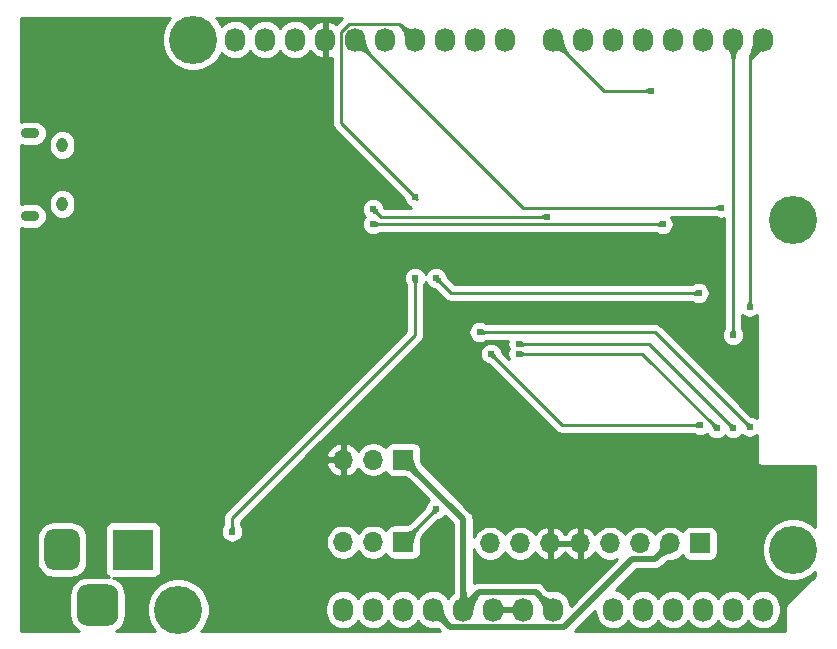
<source format=gbr>
%TF.GenerationSoftware,KiCad,Pcbnew,(5.1.9)-1*%
%TF.CreationDate,2021-05-30T19:53:41+08:00*%
%TF.ProjectId,Tuya_RGB,54757961-5f52-4474-922e-6b696361645f,rev?*%
%TF.SameCoordinates,Original*%
%TF.FileFunction,Copper,L2,Bot*%
%TF.FilePolarity,Positive*%
%FSLAX46Y46*%
G04 Gerber Fmt 4.6, Leading zero omitted, Abs format (unit mm)*
G04 Created by KiCad (PCBNEW (5.1.9)-1) date 2021-05-30 19:53:41*
%MOMM*%
%LPD*%
G01*
G04 APERTURE LIST*
%TA.AperFunction,ComponentPad*%
%ADD10R,3.500000X3.500000*%
%TD*%
%TA.AperFunction,ComponentPad*%
%ADD11O,1.700000X1.700000*%
%TD*%
%TA.AperFunction,ComponentPad*%
%ADD12R,1.700000X1.700000*%
%TD*%
%TA.AperFunction,ComponentPad*%
%ADD13O,1.550000X0.890000*%
%TD*%
%TA.AperFunction,ComponentPad*%
%ADD14O,0.950000X1.250000*%
%TD*%
%TA.AperFunction,ComponentPad*%
%ADD15O,1.727200X2.032000*%
%TD*%
%TA.AperFunction,ComponentPad*%
%ADD16C,4.064000*%
%TD*%
%TA.AperFunction,ViaPad*%
%ADD17C,0.609600*%
%TD*%
%TA.AperFunction,Conductor*%
%ADD18C,0.508000*%
%TD*%
%TA.AperFunction,Conductor*%
%ADD19C,0.254000*%
%TD*%
%TA.AperFunction,Conductor*%
%ADD20C,0.100000*%
%TD*%
%TA.AperFunction,Conductor*%
%ADD21C,0.025400*%
%TD*%
G04 APERTURE END LIST*
%TO.P,J2,3*%
%TO.N,GNDREF*%
%TA.AperFunction,ComponentPad*%
G36*
G01*
X116408000Y-124320000D02*
X116408000Y-122570000D01*
G75*
G02*
X117283000Y-121695000I875000J0D01*
G01*
X119033000Y-121695000D01*
G75*
G02*
X119908000Y-122570000I0J-875000D01*
G01*
X119908000Y-124320000D01*
G75*
G02*
X119033000Y-125195000I-875000J0D01*
G01*
X117283000Y-125195000D01*
G75*
G02*
X116408000Y-124320000I0J875000D01*
G01*
G37*
%TD.AperFunction*%
%TO.P,J2,2*%
%TA.AperFunction,ComponentPad*%
G36*
G01*
X113658000Y-119745000D02*
X113658000Y-117745000D01*
G75*
G02*
X114408000Y-116995000I750000J0D01*
G01*
X115908000Y-116995000D01*
G75*
G02*
X116658000Y-117745000I0J-750000D01*
G01*
X116658000Y-119745000D01*
G75*
G02*
X115908000Y-120495000I-750000J0D01*
G01*
X114408000Y-120495000D01*
G75*
G02*
X113658000Y-119745000I0J750000D01*
G01*
G37*
%TD.AperFunction*%
D10*
%TO.P,J2,1*%
%TO.N,VCC*%
X121158000Y-118745000D03*
%TD*%
D11*
%TO.P,J3,3*%
%TO.N,/OUT_RGB_CBU*%
X138958000Y-118110000D03*
%TO.P,J3,2*%
%TO.N,/OUT_RGB_ARD*%
X141498000Y-118110000D03*
D12*
%TO.P,J3,1*%
%TO.N,/6(\u002A\u002A)*%
X144038000Y-118110000D03*
%TD*%
D11*
%TO.P,J5,3*%
%TO.N,GND*%
X138958000Y-111125000D03*
%TO.P,J5,2*%
%TO.N,Net-(J5-Pad2)*%
X141498000Y-111125000D03*
D12*
%TO.P,J5,1*%
%TO.N,+5V*%
X144038000Y-111125000D03*
%TD*%
D11*
%TO.P,J4,8*%
%TO.N,/TX2*%
X151384000Y-118209000D03*
%TO.P,J4,7*%
%TO.N,/RX2*%
X153924000Y-118209000D03*
%TO.P,J4,6*%
%TO.N,GND*%
X156464000Y-118209000D03*
%TO.P,J4,5*%
X159004000Y-118209000D03*
%TO.P,J4,4*%
%TO.N,/0(Rx)*%
X161544000Y-118209000D03*
%TO.P,J4,3*%
%TO.N,/1(Tx)*%
X164084000Y-118209000D03*
%TO.P,J4,2*%
%TO.N,+3V3*%
X166624000Y-118209000D03*
D12*
%TO.P,J4,1*%
%TO.N,/RST*%
X169164000Y-118209000D03*
%TD*%
D13*
%TO.P,J1,6*%
%TO.N,GNDREF*%
X112471200Y-90504400D03*
X112471200Y-83504400D03*
D14*
X115171200Y-89504400D03*
X115171200Y-84504400D03*
%TD*%
D15*
%TO.P,P1,1*%
%TO.N,N/C*%
X138938000Y-123825000D03*
%TO.P,P1,2*%
X141478000Y-123825000D03*
%TO.P,P1,3*%
X144018000Y-123825000D03*
%TO.P,P1,4*%
%TO.N,+3V3*%
X146558000Y-123825000D03*
%TO.P,P1,5*%
%TO.N,+5V*%
X149098000Y-123825000D03*
%TO.P,P1,6*%
%TO.N,GND*%
X151638000Y-123825000D03*
%TO.P,P1,7*%
X154178000Y-123825000D03*
%TO.P,P1,8*%
%TO.N,+5V*%
X156718000Y-123825000D03*
%TD*%
%TO.P,P2,1*%
%TO.N,/A0*%
X161798000Y-123825000D03*
%TO.P,P2,2*%
%TO.N,/A1*%
X164338000Y-123825000D03*
%TO.P,P2,3*%
%TO.N,N/C*%
X166878000Y-123825000D03*
%TO.P,P2,4*%
X169418000Y-123825000D03*
%TO.P,P2,5*%
%TO.N,/A4(SDA)*%
X171958000Y-123825000D03*
%TO.P,P2,6*%
%TO.N,/A5(SCL)*%
X174498000Y-123825000D03*
%TD*%
%TO.P,P3,1*%
%TO.N,/A5(SCL)*%
X129794000Y-75565000D03*
%TO.P,P3,2*%
%TO.N,/A4(SDA)*%
X132334000Y-75565000D03*
%TO.P,P3,3*%
%TO.N,N/C*%
X134874000Y-75565000D03*
%TO.P,P3,4*%
%TO.N,GND*%
X137414000Y-75565000D03*
%TO.P,P3,5*%
%TO.N,/13(SCK)*%
X139954000Y-75565000D03*
%TO.P,P3,6*%
%TO.N,/12(MISO)*%
X142494000Y-75565000D03*
%TO.P,P3,7*%
%TO.N,/11(\u002A\u002A/MOSI)*%
X145034000Y-75565000D03*
%TO.P,P3,8*%
%TO.N,/10(\u002A\u002A/SS)*%
X147574000Y-75565000D03*
%TO.P,P3,9*%
%TO.N,/9(\u002A\u002A)*%
X150114000Y-75565000D03*
%TO.P,P3,10*%
%TO.N,/8*%
X152654000Y-75565000D03*
%TD*%
%TO.P,P4,1*%
%TO.N,/7*%
X156718000Y-75565000D03*
%TO.P,P4,2*%
%TO.N,/6(\u002A\u002A)*%
X159258000Y-75565000D03*
%TO.P,P4,3*%
%TO.N,/5(\u002A\u002A)*%
X161798000Y-75565000D03*
%TO.P,P4,4*%
%TO.N,N/C*%
X164338000Y-75565000D03*
%TO.P,P4,5*%
%TO.N,/3(\u002A\u002A)*%
X166878000Y-75565000D03*
%TO.P,P4,6*%
%TO.N,N/C*%
X169418000Y-75565000D03*
%TO.P,P4,7*%
%TO.N,/1(Tx)*%
X171958000Y-75565000D03*
%TO.P,P4,8*%
%TO.N,/0(Rx)*%
X174498000Y-75565000D03*
%TD*%
D16*
%TO.P,P5,1*%
%TO.N,N/C*%
X124968000Y-123825000D03*
%TD*%
%TO.P,P6,1*%
%TO.N,N/C*%
X177038000Y-118745000D03*
%TD*%
%TO.P,P7,1*%
%TO.N,N/C*%
X126238000Y-75565000D03*
%TD*%
%TO.P,P8,1*%
%TO.N,N/C*%
X177038000Y-90805000D03*
%TD*%
D17*
%TO.N,GND*%
X134239000Y-87630000D03*
X169545000Y-91186000D03*
X152019000Y-93980000D03*
X149733000Y-103886000D03*
%TO.N,/A4(SDA)*%
X170561000Y-108458000D03*
X153797000Y-102155613D03*
%TO.N,/A5(SCL)*%
X150495000Y-100330000D03*
X173355000Y-108331000D03*
%TO.N,/7*%
X164973000Y-79883000D03*
%TO.N,/6(\u002A\u002A)*%
X156210000Y-90551000D03*
X141478000Y-89916000D03*
X146812000Y-115316000D03*
%TO.N,/1(Tx)*%
X171958000Y-100584000D03*
%TO.N,/0(Rx)*%
X173355000Y-98171000D03*
%TO.N,/13(SCK)*%
X170942000Y-89789000D03*
%TO.N,/12(MISO)*%
X171958000Y-108458000D03*
X153799258Y-101343742D03*
%TO.N,/11(\u002A\u002A/MOSI)*%
X145034000Y-88900000D03*
%TO.N,/RST*%
X169164000Y-108204000D03*
X151450660Y-102168340D03*
%TO.N,/OUT_DATA*%
X145034000Y-95758000D03*
X129540000Y-117221000D03*
%TO.N,/P22*%
X141478000Y-91186000D03*
X165989000Y-91186000D03*
%TO.N,/P16*%
X169037000Y-97028000D03*
X146812000Y-95758000D03*
%TD*%
D18*
%TO.N,+5V*%
X149098000Y-116185000D02*
X149098000Y-123825000D01*
X144038000Y-111125000D02*
X149098000Y-116185000D01*
X155247990Y-122354990D02*
X156718000Y-123825000D01*
X150415610Y-122354990D02*
X155247990Y-122354990D01*
X149098000Y-123672600D02*
X150415610Y-122354990D01*
X149098000Y-123825000D02*
X149098000Y-123672600D01*
D19*
%TO.N,/A4(SDA)*%
X170561000Y-108458000D02*
X164258613Y-102155613D01*
X164258613Y-102155613D02*
X153797000Y-102155613D01*
%TO.N,/A5(SCL)*%
X150495000Y-100330000D02*
X165354000Y-100330000D01*
X165354000Y-100330000D02*
X173355000Y-108331000D01*
%TO.N,/7*%
X161036000Y-79883000D02*
X156718000Y-75565000D01*
X164973000Y-79883000D02*
X161036000Y-79883000D01*
%TO.N,/6(\u002A\u002A)*%
X156210000Y-90551000D02*
X142113000Y-90551000D01*
X142113000Y-90551000D02*
X141478000Y-89916000D01*
X144038000Y-118090000D02*
X144038000Y-118110000D01*
X146812000Y-115316000D02*
X144038000Y-118090000D01*
%TO.N,/1(Tx)*%
X171958000Y-100584000D02*
X171958000Y-75565000D01*
%TO.N,/0(Rx)*%
X173355000Y-98171000D02*
X173355000Y-77216000D01*
X174498000Y-76073000D02*
X174498000Y-75565000D01*
X173355000Y-77216000D02*
X174498000Y-76073000D01*
%TO.N,/13(SCK)*%
X154178000Y-89789000D02*
X139954000Y-75565000D01*
X170942000Y-89789000D02*
X154178000Y-89789000D01*
D18*
%TO.N,+3V3*%
X165319999Y-119513001D02*
X163442999Y-119513001D01*
X166624000Y-118209000D02*
X165319999Y-119513001D01*
X157660990Y-125295010D02*
X148028010Y-125295010D01*
X148028010Y-125295010D02*
X146558000Y-123825000D01*
X163442999Y-119513001D02*
X157660990Y-125295010D01*
D19*
%TO.N,/12(MISO)*%
X171958000Y-108458000D02*
X164843742Y-101343742D01*
X164843742Y-101343742D02*
X153799258Y-101343742D01*
%TO.N,/11(\u002A\u002A/MOSI)*%
X143690990Y-74221990D02*
X145034000Y-75565000D01*
X139460834Y-74221990D02*
X143690990Y-74221990D01*
X138763390Y-74919434D02*
X139460834Y-74221990D01*
X138763390Y-82629390D02*
X138763390Y-74919434D01*
X145161000Y-89027000D02*
X138763390Y-82629390D01*
%TO.N,/RST*%
X157486320Y-108204000D02*
X151450660Y-102168340D01*
X169164000Y-108204000D02*
X157486320Y-108204000D01*
%TO.N,/OUT_DATA*%
X145034000Y-95758000D02*
X145034000Y-100584000D01*
X129540000Y-116078000D02*
X129540000Y-117221000D01*
X145034000Y-100584000D02*
X129540000Y-116078000D01*
%TO.N,/P22*%
X141478000Y-91186000D02*
X165989000Y-91186000D01*
%TO.N,/P16*%
X148082000Y-97028000D02*
X146812000Y-95758000D01*
X169037000Y-97028000D02*
X148082000Y-97028000D01*
%TD*%
%TO.N,GND*%
X124166406Y-73864887D02*
X123874536Y-74301702D01*
X123673492Y-74787065D01*
X123571000Y-75302323D01*
X123571000Y-75827677D01*
X123673492Y-76342935D01*
X123874536Y-76828298D01*
X124166406Y-77265113D01*
X124537887Y-77636594D01*
X124974702Y-77928464D01*
X125460065Y-78129508D01*
X125975323Y-78232000D01*
X126500677Y-78232000D01*
X127015935Y-78129508D01*
X127501298Y-77928464D01*
X127938113Y-77636594D01*
X128309594Y-77265113D01*
X128601464Y-76828298D01*
X128657001Y-76694219D01*
X128729203Y-76782197D01*
X128957395Y-76969469D01*
X129217737Y-77108625D01*
X129500224Y-77194316D01*
X129794000Y-77223251D01*
X130087777Y-77194316D01*
X130370264Y-77108625D01*
X130630606Y-76969469D01*
X130858797Y-76782197D01*
X131046069Y-76554006D01*
X131064000Y-76520459D01*
X131081931Y-76554006D01*
X131269203Y-76782197D01*
X131497395Y-76969469D01*
X131757737Y-77108625D01*
X132040224Y-77194316D01*
X132334000Y-77223251D01*
X132627777Y-77194316D01*
X132910264Y-77108625D01*
X133170606Y-76969469D01*
X133398797Y-76782197D01*
X133586069Y-76554006D01*
X133604000Y-76520459D01*
X133621931Y-76554006D01*
X133809203Y-76782197D01*
X134037395Y-76969469D01*
X134297737Y-77108625D01*
X134580224Y-77194316D01*
X134874000Y-77223251D01*
X135167777Y-77194316D01*
X135450264Y-77108625D01*
X135710606Y-76969469D01*
X135938797Y-76782197D01*
X136126069Y-76554006D01*
X136147424Y-76514053D01*
X136295514Y-76716729D01*
X136511965Y-76915733D01*
X136763081Y-77068686D01*
X137039211Y-77169709D01*
X137054974Y-77172358D01*
X137287000Y-77051217D01*
X137287000Y-75692000D01*
X137267000Y-75692000D01*
X137267000Y-75438000D01*
X137287000Y-75438000D01*
X137287000Y-74078783D01*
X137054974Y-73957642D01*
X137039211Y-73960291D01*
X136763081Y-74061314D01*
X136511965Y-74214267D01*
X136295514Y-74413271D01*
X136147424Y-74615947D01*
X136126069Y-74575994D01*
X135938797Y-74347803D01*
X135710605Y-74160531D01*
X135450263Y-74021375D01*
X135167776Y-73935684D01*
X134874000Y-73906749D01*
X134580223Y-73935684D01*
X134297736Y-74021375D01*
X134037394Y-74160531D01*
X133809203Y-74347803D01*
X133621931Y-74575995D01*
X133604000Y-74609541D01*
X133586069Y-74575994D01*
X133398797Y-74347803D01*
X133170605Y-74160531D01*
X132910263Y-74021375D01*
X132627776Y-73935684D01*
X132334000Y-73906749D01*
X132040223Y-73935684D01*
X131757736Y-74021375D01*
X131497394Y-74160531D01*
X131269203Y-74347803D01*
X131081931Y-74575995D01*
X131064000Y-74609541D01*
X131046069Y-74575994D01*
X130858797Y-74347803D01*
X130630605Y-74160531D01*
X130370263Y-74021375D01*
X130087776Y-73935684D01*
X129794000Y-73906749D01*
X129500223Y-73935684D01*
X129217736Y-74021375D01*
X128957394Y-74160531D01*
X128729203Y-74347803D01*
X128657001Y-74435781D01*
X128601464Y-74301702D01*
X128309594Y-73864887D01*
X128179707Y-73735000D01*
X138870193Y-73735000D01*
X138355053Y-74250140D01*
X138316035Y-74214267D01*
X138064919Y-74061314D01*
X137788789Y-73960291D01*
X137773026Y-73957642D01*
X137541000Y-74078783D01*
X137541000Y-75438000D01*
X137561000Y-75438000D01*
X137561000Y-75692000D01*
X137541000Y-75692000D01*
X137541000Y-77051217D01*
X137773026Y-77172358D01*
X137788789Y-77169709D01*
X138001391Y-77091928D01*
X138001390Y-82591967D01*
X137997704Y-82629390D01*
X138001390Y-82666813D01*
X138001390Y-82666815D01*
X138012416Y-82778767D01*
X138055988Y-82922404D01*
X138055989Y-82922405D01*
X138126745Y-83054782D01*
X138154911Y-83089102D01*
X138221968Y-83170812D01*
X138251044Y-83194674D01*
X144105440Y-89049071D01*
X144130316Y-89174129D01*
X144201160Y-89345162D01*
X144304010Y-89499087D01*
X144434913Y-89629990D01*
X144588838Y-89732840D01*
X144724421Y-89789000D01*
X142428630Y-89789000D01*
X142406560Y-89766930D01*
X142381684Y-89641871D01*
X142310840Y-89470838D01*
X142207990Y-89316913D01*
X142077087Y-89186010D01*
X141923162Y-89083160D01*
X141752129Y-89012316D01*
X141570562Y-88976200D01*
X141385438Y-88976200D01*
X141203871Y-89012316D01*
X141032838Y-89083160D01*
X140878913Y-89186010D01*
X140748010Y-89316913D01*
X140645160Y-89470838D01*
X140574316Y-89641871D01*
X140538200Y-89823438D01*
X140538200Y-90008562D01*
X140574316Y-90190129D01*
X140645160Y-90361162D01*
X140748010Y-90515087D01*
X140783923Y-90551000D01*
X140748010Y-90586913D01*
X140645160Y-90740838D01*
X140574316Y-90911871D01*
X140538200Y-91093438D01*
X140538200Y-91278562D01*
X140574316Y-91460129D01*
X140645160Y-91631162D01*
X140748010Y-91785087D01*
X140878913Y-91915990D01*
X141032838Y-92018840D01*
X141203871Y-92089684D01*
X141385438Y-92125800D01*
X141570562Y-92125800D01*
X141752129Y-92089684D01*
X141923162Y-92018840D01*
X142029181Y-91948000D01*
X165437819Y-91948000D01*
X165543838Y-92018840D01*
X165714871Y-92089684D01*
X165896438Y-92125800D01*
X166081562Y-92125800D01*
X166263129Y-92089684D01*
X166434162Y-92018840D01*
X166588087Y-91915990D01*
X166718990Y-91785087D01*
X166821840Y-91631162D01*
X166892684Y-91460129D01*
X166928800Y-91278562D01*
X166928800Y-91093438D01*
X166892684Y-90911871D01*
X166821840Y-90740838D01*
X166718990Y-90586913D01*
X166683077Y-90551000D01*
X170390819Y-90551000D01*
X170496838Y-90621840D01*
X170667871Y-90692684D01*
X170849438Y-90728800D01*
X171034562Y-90728800D01*
X171196000Y-90696688D01*
X171196000Y-100032819D01*
X171125160Y-100138838D01*
X171054316Y-100309871D01*
X171018200Y-100491438D01*
X171018200Y-100676562D01*
X171054316Y-100858129D01*
X171125160Y-101029162D01*
X171228010Y-101183087D01*
X171358913Y-101313990D01*
X171512838Y-101416840D01*
X171683871Y-101487684D01*
X171865438Y-101523800D01*
X172050562Y-101523800D01*
X172232129Y-101487684D01*
X172403162Y-101416840D01*
X172557087Y-101313990D01*
X172687990Y-101183087D01*
X172790840Y-101029162D01*
X172861684Y-100858129D01*
X172897800Y-100676562D01*
X172897800Y-100491438D01*
X172861684Y-100309871D01*
X172790840Y-100138838D01*
X172720000Y-100032819D01*
X172720000Y-98865077D01*
X172755913Y-98900990D01*
X172909838Y-99003840D01*
X173080871Y-99074684D01*
X173262438Y-99110800D01*
X173447562Y-99110800D01*
X173629129Y-99074684D01*
X173800162Y-99003840D01*
X173954087Y-98900990D01*
X173990000Y-98865077D01*
X173990000Y-107636923D01*
X173954087Y-107601010D01*
X173800162Y-107498160D01*
X173629129Y-107427316D01*
X173504070Y-107402440D01*
X165919284Y-99817654D01*
X165895422Y-99788578D01*
X165779392Y-99693355D01*
X165647015Y-99622598D01*
X165503378Y-99579026D01*
X165391426Y-99568000D01*
X165391423Y-99568000D01*
X165354000Y-99564314D01*
X165316577Y-99568000D01*
X151046181Y-99568000D01*
X150940162Y-99497160D01*
X150769129Y-99426316D01*
X150587562Y-99390200D01*
X150402438Y-99390200D01*
X150220871Y-99426316D01*
X150049838Y-99497160D01*
X149895913Y-99600010D01*
X149765010Y-99730913D01*
X149662160Y-99884838D01*
X149591316Y-100055871D01*
X149555200Y-100237438D01*
X149555200Y-100422562D01*
X149591316Y-100604129D01*
X149662160Y-100775162D01*
X149765010Y-100929087D01*
X149895913Y-101059990D01*
X150049838Y-101162840D01*
X150220871Y-101233684D01*
X150402438Y-101269800D01*
X150587562Y-101269800D01*
X150769129Y-101233684D01*
X150940162Y-101162840D01*
X151046181Y-101092000D01*
X152891121Y-101092000D01*
X152859458Y-101251180D01*
X152859458Y-101436304D01*
X152895574Y-101617871D01*
X152949041Y-101746952D01*
X152893316Y-101881484D01*
X152857200Y-102063051D01*
X152857200Y-102248175D01*
X152893316Y-102429742D01*
X152964160Y-102600775D01*
X152971077Y-102611127D01*
X152379220Y-102019270D01*
X152354344Y-101894211D01*
X152283500Y-101723178D01*
X152180650Y-101569253D01*
X152049747Y-101438350D01*
X151895822Y-101335500D01*
X151724789Y-101264656D01*
X151543222Y-101228540D01*
X151358098Y-101228540D01*
X151176531Y-101264656D01*
X151005498Y-101335500D01*
X150851573Y-101438350D01*
X150720670Y-101569253D01*
X150617820Y-101723178D01*
X150546976Y-101894211D01*
X150510860Y-102075778D01*
X150510860Y-102260902D01*
X150546976Y-102442469D01*
X150617820Y-102613502D01*
X150720670Y-102767427D01*
X150851573Y-102898330D01*
X151005498Y-103001180D01*
X151176531Y-103072024D01*
X151301590Y-103096900D01*
X156921041Y-108716352D01*
X156944898Y-108745422D01*
X157060928Y-108840645D01*
X157193305Y-108911402D01*
X157336942Y-108954974D01*
X157448894Y-108966000D01*
X157448896Y-108966000D01*
X157486319Y-108969686D01*
X157523742Y-108966000D01*
X168612819Y-108966000D01*
X168718838Y-109036840D01*
X168889871Y-109107684D01*
X169071438Y-109143800D01*
X169256562Y-109143800D01*
X169438129Y-109107684D01*
X169609162Y-109036840D01*
X169753181Y-108940609D01*
X169831010Y-109057087D01*
X169961913Y-109187990D01*
X170115838Y-109290840D01*
X170286871Y-109361684D01*
X170468438Y-109397800D01*
X170653562Y-109397800D01*
X170835129Y-109361684D01*
X171006162Y-109290840D01*
X171160087Y-109187990D01*
X171259500Y-109088577D01*
X171358913Y-109187990D01*
X171512838Y-109290840D01*
X171683871Y-109361684D01*
X171865438Y-109397800D01*
X172050562Y-109397800D01*
X172232129Y-109361684D01*
X172403162Y-109290840D01*
X172557087Y-109187990D01*
X172687990Y-109057087D01*
X172713633Y-109018710D01*
X172755913Y-109060990D01*
X172909838Y-109163840D01*
X173080871Y-109234684D01*
X173262438Y-109270800D01*
X173447562Y-109270800D01*
X173629129Y-109234684D01*
X173800162Y-109163840D01*
X173954087Y-109060990D01*
X173990000Y-109025077D01*
X173990000Y-111379000D01*
X173994328Y-111411870D01*
X174011343Y-111475370D01*
X174020112Y-111498671D01*
X174033259Y-111519813D01*
X174044212Y-111532303D01*
X174090697Y-111578788D01*
X174109943Y-111594582D01*
X174131899Y-111606318D01*
X174147630Y-111611657D01*
X174211130Y-111628672D01*
X174244000Y-111633000D01*
X178868000Y-111633000D01*
X178868000Y-116803293D01*
X178738113Y-116673406D01*
X178301298Y-116381536D01*
X177815935Y-116180492D01*
X177300677Y-116078000D01*
X176775323Y-116078000D01*
X176260065Y-116180492D01*
X175774702Y-116381536D01*
X175337887Y-116673406D01*
X174966406Y-117044887D01*
X174674536Y-117481702D01*
X174473492Y-117967065D01*
X174371000Y-118482323D01*
X174371000Y-119007677D01*
X174473492Y-119522935D01*
X174674536Y-120008298D01*
X174966406Y-120445113D01*
X175337887Y-120816594D01*
X175774702Y-121108464D01*
X176260065Y-121309508D01*
X176775323Y-121412000D01*
X177300677Y-121412000D01*
X177815935Y-121309508D01*
X178301298Y-121108464D01*
X178738113Y-120816594D01*
X178868000Y-120686707D01*
X178868000Y-120990908D01*
X176560617Y-123298292D01*
X176533526Y-123320525D01*
X176511293Y-123347616D01*
X176444801Y-123428637D01*
X176378872Y-123551981D01*
X176338274Y-123685816D01*
X176324565Y-123825000D01*
X176328001Y-123859885D01*
X176328000Y-125655000D01*
X158558235Y-125655000D01*
X160299400Y-123913835D01*
X160299400Y-124051019D01*
X160321084Y-124271177D01*
X160406775Y-124553664D01*
X160545931Y-124814006D01*
X160733203Y-125042197D01*
X160961395Y-125229469D01*
X161221737Y-125368625D01*
X161504224Y-125454316D01*
X161798000Y-125483251D01*
X162091777Y-125454316D01*
X162374264Y-125368625D01*
X162634606Y-125229469D01*
X162862797Y-125042197D01*
X163050069Y-124814006D01*
X163068000Y-124780459D01*
X163085931Y-124814006D01*
X163273203Y-125042197D01*
X163501395Y-125229469D01*
X163761737Y-125368625D01*
X164044224Y-125454316D01*
X164338000Y-125483251D01*
X164631777Y-125454316D01*
X164914264Y-125368625D01*
X165174606Y-125229469D01*
X165402797Y-125042197D01*
X165590069Y-124814006D01*
X165608000Y-124780459D01*
X165625931Y-124814006D01*
X165813203Y-125042197D01*
X166041395Y-125229469D01*
X166301737Y-125368625D01*
X166584224Y-125454316D01*
X166878000Y-125483251D01*
X167171777Y-125454316D01*
X167454264Y-125368625D01*
X167714606Y-125229469D01*
X167942797Y-125042197D01*
X168130069Y-124814006D01*
X168148000Y-124780459D01*
X168165931Y-124814006D01*
X168353203Y-125042197D01*
X168581395Y-125229469D01*
X168841737Y-125368625D01*
X169124224Y-125454316D01*
X169418000Y-125483251D01*
X169711777Y-125454316D01*
X169994264Y-125368625D01*
X170254606Y-125229469D01*
X170482797Y-125042197D01*
X170670069Y-124814006D01*
X170688000Y-124780459D01*
X170705931Y-124814006D01*
X170893203Y-125042197D01*
X171121395Y-125229469D01*
X171381737Y-125368625D01*
X171664224Y-125454316D01*
X171958000Y-125483251D01*
X172251777Y-125454316D01*
X172534264Y-125368625D01*
X172794606Y-125229469D01*
X173022797Y-125042197D01*
X173210069Y-124814006D01*
X173228000Y-124780459D01*
X173245931Y-124814006D01*
X173433203Y-125042197D01*
X173661395Y-125229469D01*
X173921737Y-125368625D01*
X174204224Y-125454316D01*
X174498000Y-125483251D01*
X174791777Y-125454316D01*
X175074264Y-125368625D01*
X175334606Y-125229469D01*
X175562797Y-125042197D01*
X175750069Y-124814006D01*
X175889225Y-124553663D01*
X175974916Y-124271176D01*
X175996600Y-124051018D01*
X175996600Y-123598981D01*
X175974916Y-123378823D01*
X175889225Y-123096336D01*
X175750069Y-122835994D01*
X175562797Y-122607803D01*
X175334605Y-122420531D01*
X175074263Y-122281375D01*
X174791776Y-122195684D01*
X174498000Y-122166749D01*
X174204223Y-122195684D01*
X173921736Y-122281375D01*
X173661394Y-122420531D01*
X173433203Y-122607803D01*
X173245931Y-122835995D01*
X173228000Y-122869541D01*
X173210069Y-122835994D01*
X173022797Y-122607803D01*
X172794605Y-122420531D01*
X172534263Y-122281375D01*
X172251776Y-122195684D01*
X171958000Y-122166749D01*
X171664223Y-122195684D01*
X171381736Y-122281375D01*
X171121394Y-122420531D01*
X170893203Y-122607803D01*
X170705931Y-122835995D01*
X170688000Y-122869541D01*
X170670069Y-122835994D01*
X170482797Y-122607803D01*
X170254605Y-122420531D01*
X169994263Y-122281375D01*
X169711776Y-122195684D01*
X169418000Y-122166749D01*
X169124223Y-122195684D01*
X168841736Y-122281375D01*
X168581394Y-122420531D01*
X168353203Y-122607803D01*
X168165931Y-122835995D01*
X168148000Y-122869541D01*
X168130069Y-122835994D01*
X167942797Y-122607803D01*
X167714605Y-122420531D01*
X167454263Y-122281375D01*
X167171776Y-122195684D01*
X166878000Y-122166749D01*
X166584223Y-122195684D01*
X166301736Y-122281375D01*
X166041394Y-122420531D01*
X165813203Y-122607803D01*
X165625931Y-122835995D01*
X165608000Y-122869541D01*
X165590069Y-122835994D01*
X165402797Y-122607803D01*
X165174605Y-122420531D01*
X164914263Y-122281375D01*
X164631776Y-122195684D01*
X164338000Y-122166749D01*
X164044223Y-122195684D01*
X163761736Y-122281375D01*
X163501394Y-122420531D01*
X163273203Y-122607803D01*
X163085931Y-122835995D01*
X163068000Y-122869541D01*
X163050069Y-122835994D01*
X162862797Y-122607803D01*
X162634605Y-122420531D01*
X162374263Y-122281375D01*
X162091776Y-122195684D01*
X162024207Y-122189029D01*
X163811235Y-120402001D01*
X165276339Y-120402001D01*
X165319999Y-120406301D01*
X165363659Y-120402001D01*
X165363666Y-120402001D01*
X165494273Y-120389137D01*
X165661850Y-120338304D01*
X165816290Y-120255754D01*
X165951658Y-120144660D01*
X165979498Y-120110737D01*
X166247190Y-119843045D01*
X166255106Y-119836997D01*
X166273979Y-119819394D01*
X166311076Y-119789536D01*
X166346605Y-119765183D01*
X166380947Y-119745486D01*
X166414737Y-119729651D01*
X166448857Y-119717030D01*
X166484316Y-119707211D01*
X166522240Y-119700037D01*
X166563650Y-119695637D01*
X166585967Y-119695019D01*
X166597308Y-119694000D01*
X166770260Y-119694000D01*
X167057158Y-119636932D01*
X167327411Y-119524990D01*
X167570632Y-119362475D01*
X167702487Y-119230620D01*
X167724498Y-119303180D01*
X167783463Y-119413494D01*
X167862815Y-119510185D01*
X167959506Y-119589537D01*
X168069820Y-119648502D01*
X168189518Y-119684812D01*
X168314000Y-119697072D01*
X170014000Y-119697072D01*
X170138482Y-119684812D01*
X170258180Y-119648502D01*
X170368494Y-119589537D01*
X170465185Y-119510185D01*
X170544537Y-119413494D01*
X170603502Y-119303180D01*
X170639812Y-119183482D01*
X170652072Y-119059000D01*
X170652072Y-117359000D01*
X170639812Y-117234518D01*
X170603502Y-117114820D01*
X170544537Y-117004506D01*
X170465185Y-116907815D01*
X170368494Y-116828463D01*
X170258180Y-116769498D01*
X170138482Y-116733188D01*
X170014000Y-116720928D01*
X168314000Y-116720928D01*
X168189518Y-116733188D01*
X168069820Y-116769498D01*
X167959506Y-116828463D01*
X167862815Y-116907815D01*
X167783463Y-117004506D01*
X167724498Y-117114820D01*
X167702487Y-117187380D01*
X167570632Y-117055525D01*
X167327411Y-116893010D01*
X167057158Y-116781068D01*
X166770260Y-116724000D01*
X166477740Y-116724000D01*
X166190842Y-116781068D01*
X165920589Y-116893010D01*
X165677368Y-117055525D01*
X165470525Y-117262368D01*
X165354000Y-117436760D01*
X165237475Y-117262368D01*
X165030632Y-117055525D01*
X164787411Y-116893010D01*
X164517158Y-116781068D01*
X164230260Y-116724000D01*
X163937740Y-116724000D01*
X163650842Y-116781068D01*
X163380589Y-116893010D01*
X163137368Y-117055525D01*
X162930525Y-117262368D01*
X162814000Y-117436760D01*
X162697475Y-117262368D01*
X162490632Y-117055525D01*
X162247411Y-116893010D01*
X161977158Y-116781068D01*
X161690260Y-116724000D01*
X161397740Y-116724000D01*
X161110842Y-116781068D01*
X160840589Y-116893010D01*
X160597368Y-117055525D01*
X160390525Y-117262368D01*
X160268805Y-117444534D01*
X160199178Y-117327645D01*
X160004269Y-117111412D01*
X159770920Y-116937359D01*
X159508099Y-116812175D01*
X159360890Y-116767524D01*
X159131000Y-116888845D01*
X159131000Y-118082000D01*
X159151000Y-118082000D01*
X159151000Y-118336000D01*
X159131000Y-118336000D01*
X159131000Y-119529155D01*
X159360890Y-119650476D01*
X159508099Y-119605825D01*
X159770920Y-119480641D01*
X160004269Y-119306588D01*
X160199178Y-119090355D01*
X160268805Y-118973466D01*
X160390525Y-119155632D01*
X160597368Y-119362475D01*
X160840589Y-119524990D01*
X161110842Y-119636932D01*
X161397740Y-119694000D01*
X161690260Y-119694000D01*
X161977158Y-119636932D01*
X162121705Y-119577059D01*
X158206126Y-123492639D01*
X158194916Y-123378823D01*
X158109225Y-123096336D01*
X157970069Y-122835994D01*
X157782797Y-122607803D01*
X157554605Y-122420531D01*
X157294263Y-122281375D01*
X157011776Y-122195684D01*
X156718000Y-122166749D01*
X156424223Y-122195684D01*
X156370161Y-122212083D01*
X156346744Y-122193236D01*
X156326866Y-122174697D01*
X156318425Y-122168190D01*
X155907489Y-121757254D01*
X155879649Y-121723331D01*
X155744281Y-121612237D01*
X155589841Y-121529687D01*
X155422264Y-121478854D01*
X155291657Y-121465990D01*
X155291650Y-121465990D01*
X155247990Y-121461690D01*
X155204330Y-121465990D01*
X150459270Y-121465990D01*
X150415610Y-121461690D01*
X150371950Y-121465990D01*
X150371943Y-121465990D01*
X150257935Y-121477219D01*
X150241335Y-121478854D01*
X150171306Y-121500097D01*
X150073759Y-121529687D01*
X149987000Y-121576061D01*
X149987000Y-118716835D01*
X150068010Y-118912411D01*
X150230525Y-119155632D01*
X150437368Y-119362475D01*
X150680589Y-119524990D01*
X150950842Y-119636932D01*
X151237740Y-119694000D01*
X151530260Y-119694000D01*
X151817158Y-119636932D01*
X152087411Y-119524990D01*
X152330632Y-119362475D01*
X152537475Y-119155632D01*
X152654000Y-118981240D01*
X152770525Y-119155632D01*
X152977368Y-119362475D01*
X153220589Y-119524990D01*
X153490842Y-119636932D01*
X153777740Y-119694000D01*
X154070260Y-119694000D01*
X154357158Y-119636932D01*
X154627411Y-119524990D01*
X154870632Y-119362475D01*
X155077475Y-119155632D01*
X155199195Y-118973466D01*
X155268822Y-119090355D01*
X155463731Y-119306588D01*
X155697080Y-119480641D01*
X155959901Y-119605825D01*
X156107110Y-119650476D01*
X156337000Y-119529155D01*
X156337000Y-118336000D01*
X156591000Y-118336000D01*
X156591000Y-119529155D01*
X156820890Y-119650476D01*
X156968099Y-119605825D01*
X157230920Y-119480641D01*
X157464269Y-119306588D01*
X157659178Y-119090355D01*
X157734000Y-118964745D01*
X157808822Y-119090355D01*
X158003731Y-119306588D01*
X158237080Y-119480641D01*
X158499901Y-119605825D01*
X158647110Y-119650476D01*
X158877000Y-119529155D01*
X158877000Y-118336000D01*
X156591000Y-118336000D01*
X156337000Y-118336000D01*
X156317000Y-118336000D01*
X156317000Y-118082000D01*
X156337000Y-118082000D01*
X156337000Y-116888845D01*
X156591000Y-116888845D01*
X156591000Y-118082000D01*
X158877000Y-118082000D01*
X158877000Y-116888845D01*
X158647110Y-116767524D01*
X158499901Y-116812175D01*
X158237080Y-116937359D01*
X158003731Y-117111412D01*
X157808822Y-117327645D01*
X157734000Y-117453255D01*
X157659178Y-117327645D01*
X157464269Y-117111412D01*
X157230920Y-116937359D01*
X156968099Y-116812175D01*
X156820890Y-116767524D01*
X156591000Y-116888845D01*
X156337000Y-116888845D01*
X156107110Y-116767524D01*
X155959901Y-116812175D01*
X155697080Y-116937359D01*
X155463731Y-117111412D01*
X155268822Y-117327645D01*
X155199195Y-117444534D01*
X155077475Y-117262368D01*
X154870632Y-117055525D01*
X154627411Y-116893010D01*
X154357158Y-116781068D01*
X154070260Y-116724000D01*
X153777740Y-116724000D01*
X153490842Y-116781068D01*
X153220589Y-116893010D01*
X152977368Y-117055525D01*
X152770525Y-117262368D01*
X152654000Y-117436760D01*
X152537475Y-117262368D01*
X152330632Y-117055525D01*
X152087411Y-116893010D01*
X151817158Y-116781068D01*
X151530260Y-116724000D01*
X151237740Y-116724000D01*
X150950842Y-116781068D01*
X150680589Y-116893010D01*
X150437368Y-117055525D01*
X150230525Y-117262368D01*
X150068010Y-117505589D01*
X149987000Y-117701165D01*
X149987000Y-116228660D01*
X149991300Y-116185000D01*
X149987000Y-116141340D01*
X149987000Y-116141333D01*
X149974136Y-116010726D01*
X149969707Y-115996123D01*
X149949230Y-115928622D01*
X149923303Y-115843149D01*
X149840753Y-115688709D01*
X149729659Y-115553341D01*
X149695743Y-115525507D01*
X145672051Y-111501816D01*
X145666004Y-111493901D01*
X145648394Y-111475019D01*
X145618536Y-111437923D01*
X145594181Y-111402391D01*
X145574484Y-111368051D01*
X145558651Y-111334263D01*
X145546030Y-111300144D01*
X145536211Y-111264684D01*
X145529038Y-111226768D01*
X145526072Y-111198847D01*
X145526072Y-110275000D01*
X145513812Y-110150518D01*
X145477502Y-110030820D01*
X145418537Y-109920506D01*
X145339185Y-109823815D01*
X145242494Y-109744463D01*
X145132180Y-109685498D01*
X145012482Y-109649188D01*
X144888000Y-109636928D01*
X143188000Y-109636928D01*
X143063518Y-109649188D01*
X142943820Y-109685498D01*
X142833506Y-109744463D01*
X142736815Y-109823815D01*
X142657463Y-109920506D01*
X142598498Y-110030820D01*
X142576487Y-110103380D01*
X142444632Y-109971525D01*
X142201411Y-109809010D01*
X141931158Y-109697068D01*
X141644260Y-109640000D01*
X141351740Y-109640000D01*
X141064842Y-109697068D01*
X140794589Y-109809010D01*
X140551368Y-109971525D01*
X140344525Y-110178368D01*
X140222805Y-110360534D01*
X140153178Y-110243645D01*
X139958269Y-110027412D01*
X139724920Y-109853359D01*
X139462099Y-109728175D01*
X139314890Y-109683524D01*
X139085000Y-109804845D01*
X139085000Y-110998000D01*
X139105000Y-110998000D01*
X139105000Y-111252000D01*
X139085000Y-111252000D01*
X139085000Y-112445155D01*
X139314890Y-112566476D01*
X139462099Y-112521825D01*
X139724920Y-112396641D01*
X139958269Y-112222588D01*
X140153178Y-112006355D01*
X140222805Y-111889466D01*
X140344525Y-112071632D01*
X140551368Y-112278475D01*
X140794589Y-112440990D01*
X141064842Y-112552932D01*
X141351740Y-112610000D01*
X141644260Y-112610000D01*
X141931158Y-112552932D01*
X142201411Y-112440990D01*
X142444632Y-112278475D01*
X142576487Y-112146620D01*
X142598498Y-112219180D01*
X142657463Y-112329494D01*
X142736815Y-112426185D01*
X142833506Y-112505537D01*
X142943820Y-112564502D01*
X143063518Y-112600812D01*
X143188000Y-112613072D01*
X144111847Y-112613072D01*
X144139768Y-112616038D01*
X144177684Y-112623211D01*
X144213144Y-112633030D01*
X144247263Y-112645651D01*
X144281048Y-112661483D01*
X144315391Y-112681181D01*
X144350927Y-112705539D01*
X144388019Y-112735394D01*
X144406901Y-112753004D01*
X144415054Y-112759289D01*
X146230214Y-114574450D01*
X146212913Y-114586010D01*
X146082010Y-114716913D01*
X145979160Y-114870838D01*
X145908316Y-115041871D01*
X145883440Y-115166929D01*
X144697542Y-116352827D01*
X144691087Y-116357969D01*
X144658904Y-116389225D01*
X144594392Y-116443265D01*
X144530791Y-116488613D01*
X144467772Y-116526199D01*
X144404712Y-116556916D01*
X144340704Y-116581520D01*
X144274636Y-116600530D01*
X144205344Y-116614152D01*
X144134977Y-116621928D01*
X143188000Y-116621928D01*
X143063518Y-116634188D01*
X142943820Y-116670498D01*
X142833506Y-116729463D01*
X142736815Y-116808815D01*
X142657463Y-116905506D01*
X142598498Y-117015820D01*
X142576487Y-117088380D01*
X142444632Y-116956525D01*
X142201411Y-116794010D01*
X141931158Y-116682068D01*
X141644260Y-116625000D01*
X141351740Y-116625000D01*
X141064842Y-116682068D01*
X140794589Y-116794010D01*
X140551368Y-116956525D01*
X140344525Y-117163368D01*
X140228000Y-117337760D01*
X140111475Y-117163368D01*
X139904632Y-116956525D01*
X139661411Y-116794010D01*
X139391158Y-116682068D01*
X139104260Y-116625000D01*
X138811740Y-116625000D01*
X138524842Y-116682068D01*
X138254589Y-116794010D01*
X138011368Y-116956525D01*
X137804525Y-117163368D01*
X137642010Y-117406589D01*
X137530068Y-117676842D01*
X137473000Y-117963740D01*
X137473000Y-118256260D01*
X137530068Y-118543158D01*
X137642010Y-118813411D01*
X137804525Y-119056632D01*
X138011368Y-119263475D01*
X138254589Y-119425990D01*
X138524842Y-119537932D01*
X138811740Y-119595000D01*
X139104260Y-119595000D01*
X139391158Y-119537932D01*
X139661411Y-119425990D01*
X139904632Y-119263475D01*
X140111475Y-119056632D01*
X140228000Y-118882240D01*
X140344525Y-119056632D01*
X140551368Y-119263475D01*
X140794589Y-119425990D01*
X141064842Y-119537932D01*
X141351740Y-119595000D01*
X141644260Y-119595000D01*
X141931158Y-119537932D01*
X142201411Y-119425990D01*
X142444632Y-119263475D01*
X142576487Y-119131620D01*
X142598498Y-119204180D01*
X142657463Y-119314494D01*
X142736815Y-119411185D01*
X142833506Y-119490537D01*
X142943820Y-119549502D01*
X143063518Y-119585812D01*
X143188000Y-119598072D01*
X144888000Y-119598072D01*
X145012482Y-119585812D01*
X145132180Y-119549502D01*
X145242494Y-119490537D01*
X145339185Y-119411185D01*
X145418537Y-119314494D01*
X145477502Y-119204180D01*
X145513812Y-119084482D01*
X145526072Y-118960000D01*
X145526072Y-118009541D01*
X145533677Y-117937275D01*
X145547308Y-117864343D01*
X145566428Y-117794242D01*
X145591229Y-117725942D01*
X145622146Y-117658496D01*
X145659783Y-117591168D01*
X145704901Y-117523361D01*
X145758256Y-117454783D01*
X145788969Y-117420565D01*
X145800349Y-117405282D01*
X146961071Y-116244560D01*
X147086129Y-116219684D01*
X147257162Y-116148840D01*
X147411087Y-116045990D01*
X147541990Y-115915087D01*
X147553550Y-115897786D01*
X148209000Y-116553236D01*
X148209001Y-122371253D01*
X148207632Y-122381482D01*
X148206685Y-122408660D01*
X148201284Y-122458609D01*
X148198803Y-122471898D01*
X148033203Y-122607803D01*
X147845931Y-122835995D01*
X147828000Y-122869541D01*
X147810069Y-122835994D01*
X147622797Y-122607803D01*
X147394605Y-122420531D01*
X147134263Y-122281375D01*
X146851776Y-122195684D01*
X146558000Y-122166749D01*
X146264223Y-122195684D01*
X145981736Y-122281375D01*
X145721394Y-122420531D01*
X145493203Y-122607803D01*
X145305931Y-122835995D01*
X145288000Y-122869541D01*
X145270069Y-122835994D01*
X145082797Y-122607803D01*
X144854605Y-122420531D01*
X144594263Y-122281375D01*
X144311776Y-122195684D01*
X144018000Y-122166749D01*
X143724223Y-122195684D01*
X143441736Y-122281375D01*
X143181394Y-122420531D01*
X142953203Y-122607803D01*
X142765931Y-122835995D01*
X142748000Y-122869541D01*
X142730069Y-122835994D01*
X142542797Y-122607803D01*
X142314605Y-122420531D01*
X142054263Y-122281375D01*
X141771776Y-122195684D01*
X141478000Y-122166749D01*
X141184223Y-122195684D01*
X140901736Y-122281375D01*
X140641394Y-122420531D01*
X140413203Y-122607803D01*
X140225931Y-122835995D01*
X140208000Y-122869541D01*
X140190069Y-122835994D01*
X140002797Y-122607803D01*
X139774605Y-122420531D01*
X139514263Y-122281375D01*
X139231776Y-122195684D01*
X138938000Y-122166749D01*
X138644223Y-122195684D01*
X138361736Y-122281375D01*
X138101394Y-122420531D01*
X137873203Y-122607803D01*
X137685931Y-122835995D01*
X137546775Y-123096337D01*
X137461084Y-123378824D01*
X137439400Y-123598982D01*
X137439400Y-124051019D01*
X137461084Y-124271177D01*
X137546775Y-124553664D01*
X137685931Y-124814006D01*
X137873203Y-125042197D01*
X138101395Y-125229469D01*
X138361737Y-125368625D01*
X138644224Y-125454316D01*
X138938000Y-125483251D01*
X139231777Y-125454316D01*
X139514264Y-125368625D01*
X139774606Y-125229469D01*
X140002797Y-125042197D01*
X140190069Y-124814006D01*
X140208000Y-124780459D01*
X140225931Y-124814006D01*
X140413203Y-125042197D01*
X140641395Y-125229469D01*
X140901737Y-125368625D01*
X141184224Y-125454316D01*
X141478000Y-125483251D01*
X141771777Y-125454316D01*
X142054264Y-125368625D01*
X142314606Y-125229469D01*
X142542797Y-125042197D01*
X142730069Y-124814006D01*
X142748000Y-124780459D01*
X142765931Y-124814006D01*
X142953203Y-125042197D01*
X143181395Y-125229469D01*
X143441737Y-125368625D01*
X143724224Y-125454316D01*
X144018000Y-125483251D01*
X144311777Y-125454316D01*
X144594264Y-125368625D01*
X144854606Y-125229469D01*
X145082797Y-125042197D01*
X145270069Y-124814006D01*
X145288000Y-124780459D01*
X145305931Y-124814006D01*
X145493203Y-125042197D01*
X145721395Y-125229469D01*
X145981737Y-125368625D01*
X146264224Y-125454316D01*
X146558000Y-125483251D01*
X146851777Y-125454316D01*
X146905838Y-125437917D01*
X146929262Y-125456769D01*
X146949134Y-125475302D01*
X146957569Y-125481804D01*
X147130764Y-125655000D01*
X126909707Y-125655000D01*
X127039594Y-125525113D01*
X127331464Y-125088298D01*
X127532508Y-124602935D01*
X127635000Y-124087677D01*
X127635000Y-123562323D01*
X127532508Y-123047065D01*
X127331464Y-122561702D01*
X127039594Y-122124887D01*
X126668113Y-121753406D01*
X126231298Y-121461536D01*
X125745935Y-121260492D01*
X125230677Y-121158000D01*
X124705323Y-121158000D01*
X124190065Y-121260492D01*
X123704702Y-121461536D01*
X123267887Y-121753406D01*
X122896406Y-122124887D01*
X122604536Y-122561702D01*
X122403492Y-123047065D01*
X122301000Y-123562323D01*
X122301000Y-124087677D01*
X122403492Y-124602935D01*
X122604536Y-125088298D01*
X122896406Y-125525113D01*
X123026293Y-125655000D01*
X119729698Y-125655000D01*
X119873618Y-125578073D01*
X120102903Y-125389903D01*
X120291073Y-125160618D01*
X120430896Y-124899028D01*
X120516999Y-124615186D01*
X120546072Y-124320000D01*
X120546072Y-122570000D01*
X120516999Y-122274814D01*
X120430896Y-121990972D01*
X120291073Y-121729382D01*
X120102903Y-121500097D01*
X119873618Y-121311927D01*
X119612028Y-121172104D01*
X119483357Y-121133072D01*
X122908000Y-121133072D01*
X123032482Y-121120812D01*
X123152180Y-121084502D01*
X123262494Y-121025537D01*
X123359185Y-120946185D01*
X123438537Y-120849494D01*
X123497502Y-120739180D01*
X123533812Y-120619482D01*
X123546072Y-120495000D01*
X123546072Y-117128438D01*
X128600200Y-117128438D01*
X128600200Y-117313562D01*
X128636316Y-117495129D01*
X128707160Y-117666162D01*
X128810010Y-117820087D01*
X128940913Y-117950990D01*
X129094838Y-118053840D01*
X129265871Y-118124684D01*
X129447438Y-118160800D01*
X129632562Y-118160800D01*
X129814129Y-118124684D01*
X129985162Y-118053840D01*
X130139087Y-117950990D01*
X130269990Y-117820087D01*
X130372840Y-117666162D01*
X130443684Y-117495129D01*
X130479800Y-117313562D01*
X130479800Y-117128438D01*
X130443684Y-116946871D01*
X130372840Y-116775838D01*
X130302000Y-116669819D01*
X130302000Y-116393630D01*
X135213739Y-111481891D01*
X137516519Y-111481891D01*
X137613843Y-111756252D01*
X137762822Y-112006355D01*
X137957731Y-112222588D01*
X138191080Y-112396641D01*
X138453901Y-112521825D01*
X138601110Y-112566476D01*
X138831000Y-112445155D01*
X138831000Y-111252000D01*
X137637186Y-111252000D01*
X137516519Y-111481891D01*
X135213739Y-111481891D01*
X135927521Y-110768109D01*
X137516519Y-110768109D01*
X137637186Y-110998000D01*
X138831000Y-110998000D01*
X138831000Y-109804845D01*
X138601110Y-109683524D01*
X138453901Y-109728175D01*
X138191080Y-109853359D01*
X137957731Y-110027412D01*
X137762822Y-110243645D01*
X137613843Y-110493748D01*
X137516519Y-110768109D01*
X135927521Y-110768109D01*
X145546352Y-101149279D01*
X145575422Y-101125422D01*
X145606531Y-101087515D01*
X145670645Y-101009393D01*
X145731520Y-100895503D01*
X145741402Y-100877015D01*
X145784974Y-100733378D01*
X145796000Y-100621426D01*
X145796000Y-100621423D01*
X145799686Y-100584000D01*
X145796000Y-100546577D01*
X145796000Y-96309181D01*
X145866840Y-96203162D01*
X145923000Y-96067579D01*
X145979160Y-96203162D01*
X146082010Y-96357087D01*
X146212913Y-96487990D01*
X146366838Y-96590840D01*
X146537871Y-96661684D01*
X146662929Y-96686560D01*
X147516721Y-97540352D01*
X147540578Y-97569422D01*
X147656608Y-97664645D01*
X147788985Y-97735402D01*
X147932622Y-97778974D01*
X148044574Y-97790000D01*
X148044576Y-97790000D01*
X148081999Y-97793686D01*
X148119422Y-97790000D01*
X168485819Y-97790000D01*
X168591838Y-97860840D01*
X168762871Y-97931684D01*
X168944438Y-97967800D01*
X169129562Y-97967800D01*
X169311129Y-97931684D01*
X169482162Y-97860840D01*
X169636087Y-97757990D01*
X169766990Y-97627087D01*
X169869840Y-97473162D01*
X169940684Y-97302129D01*
X169976800Y-97120562D01*
X169976800Y-96935438D01*
X169940684Y-96753871D01*
X169869840Y-96582838D01*
X169766990Y-96428913D01*
X169636087Y-96298010D01*
X169482162Y-96195160D01*
X169311129Y-96124316D01*
X169129562Y-96088200D01*
X168944438Y-96088200D01*
X168762871Y-96124316D01*
X168591838Y-96195160D01*
X168485819Y-96266000D01*
X148397631Y-96266000D01*
X147740560Y-95608929D01*
X147715684Y-95483871D01*
X147644840Y-95312838D01*
X147541990Y-95158913D01*
X147411087Y-95028010D01*
X147257162Y-94925160D01*
X147086129Y-94854316D01*
X146904562Y-94818200D01*
X146719438Y-94818200D01*
X146537871Y-94854316D01*
X146366838Y-94925160D01*
X146212913Y-95028010D01*
X146082010Y-95158913D01*
X145979160Y-95312838D01*
X145923000Y-95448421D01*
X145866840Y-95312838D01*
X145763990Y-95158913D01*
X145633087Y-95028010D01*
X145479162Y-94925160D01*
X145308129Y-94854316D01*
X145126562Y-94818200D01*
X144941438Y-94818200D01*
X144759871Y-94854316D01*
X144588838Y-94925160D01*
X144434913Y-95028010D01*
X144304010Y-95158913D01*
X144201160Y-95312838D01*
X144130316Y-95483871D01*
X144094200Y-95665438D01*
X144094200Y-95850562D01*
X144130316Y-96032129D01*
X144201160Y-96203162D01*
X144272000Y-96309181D01*
X144272001Y-100268368D01*
X129027654Y-115512716D01*
X128998578Y-115536578D01*
X128942983Y-115604322D01*
X128903355Y-115652608D01*
X128865535Y-115723365D01*
X128832598Y-115784986D01*
X128789026Y-115928623D01*
X128782378Y-115996123D01*
X128774314Y-116078000D01*
X128778000Y-116115424D01*
X128778001Y-116669818D01*
X128707160Y-116775838D01*
X128636316Y-116946871D01*
X128600200Y-117128438D01*
X123546072Y-117128438D01*
X123546072Y-116995000D01*
X123533812Y-116870518D01*
X123497502Y-116750820D01*
X123438537Y-116640506D01*
X123359185Y-116543815D01*
X123262494Y-116464463D01*
X123152180Y-116405498D01*
X123032482Y-116369188D01*
X122908000Y-116356928D01*
X119408000Y-116356928D01*
X119283518Y-116369188D01*
X119163820Y-116405498D01*
X119053506Y-116464463D01*
X118956815Y-116543815D01*
X118877463Y-116640506D01*
X118818498Y-116750820D01*
X118782188Y-116870518D01*
X118769928Y-116995000D01*
X118769928Y-120495000D01*
X118782188Y-120619482D01*
X118818498Y-120739180D01*
X118877463Y-120849494D01*
X118956815Y-120946185D01*
X119053506Y-121025537D01*
X119130131Y-121066494D01*
X119033000Y-121056928D01*
X117283000Y-121056928D01*
X116987814Y-121086001D01*
X116703972Y-121172104D01*
X116442382Y-121311927D01*
X116213097Y-121500097D01*
X116024927Y-121729382D01*
X115885104Y-121990972D01*
X115799001Y-122274814D01*
X115769928Y-122570000D01*
X115769928Y-124320000D01*
X115799001Y-124615186D01*
X115885104Y-124899028D01*
X116024927Y-125160618D01*
X116213097Y-125389903D01*
X116442382Y-125578073D01*
X116586302Y-125655000D01*
X111708000Y-125655000D01*
X111708000Y-117745000D01*
X113019928Y-117745000D01*
X113019928Y-119745000D01*
X113046599Y-120015799D01*
X113125589Y-120276192D01*
X113253860Y-120516171D01*
X113426485Y-120726515D01*
X113636829Y-120899140D01*
X113876808Y-121027411D01*
X114137201Y-121106401D01*
X114408000Y-121133072D01*
X115908000Y-121133072D01*
X116178799Y-121106401D01*
X116439192Y-121027411D01*
X116679171Y-120899140D01*
X116889515Y-120726515D01*
X117062140Y-120516171D01*
X117190411Y-120276192D01*
X117269401Y-120015799D01*
X117296072Y-119745000D01*
X117296072Y-117745000D01*
X117269401Y-117474201D01*
X117190411Y-117213808D01*
X117062140Y-116973829D01*
X116889515Y-116763485D01*
X116679171Y-116590860D01*
X116439192Y-116462589D01*
X116178799Y-116383599D01*
X115908000Y-116356928D01*
X114408000Y-116356928D01*
X114137201Y-116383599D01*
X113876808Y-116462589D01*
X113636829Y-116590860D01*
X113426485Y-116763485D01*
X113253860Y-116973829D01*
X113125589Y-117213808D01*
X113046599Y-117474201D01*
X113019928Y-117745000D01*
X111708000Y-117745000D01*
X111708000Y-91497448D01*
X111725902Y-91507017D01*
X111929483Y-91568773D01*
X112088149Y-91584400D01*
X112854251Y-91584400D01*
X113012917Y-91568773D01*
X113216498Y-91507017D01*
X113404119Y-91406732D01*
X113568570Y-91271770D01*
X113703532Y-91107319D01*
X113803817Y-90919698D01*
X113865573Y-90716117D01*
X113886425Y-90504400D01*
X113865573Y-90292683D01*
X113803817Y-90089102D01*
X113703532Y-89901481D01*
X113568570Y-89737030D01*
X113404119Y-89602068D01*
X113216498Y-89501783D01*
X113012917Y-89440027D01*
X112854251Y-89424400D01*
X112088149Y-89424400D01*
X111929483Y-89440027D01*
X111725902Y-89501783D01*
X111708000Y-89511352D01*
X111708000Y-89299879D01*
X114061200Y-89299879D01*
X114061200Y-89708920D01*
X114077262Y-89871997D01*
X114140732Y-90081233D01*
X114243804Y-90274066D01*
X114382514Y-90443086D01*
X114551534Y-90581796D01*
X114744366Y-90684868D01*
X114953602Y-90748338D01*
X115171200Y-90769770D01*
X115388797Y-90748338D01*
X115598033Y-90684868D01*
X115790866Y-90581796D01*
X115959886Y-90443086D01*
X116098596Y-90274066D01*
X116201668Y-90081234D01*
X116265138Y-89871998D01*
X116281200Y-89708921D01*
X116281200Y-89299880D01*
X116265138Y-89136803D01*
X116201668Y-88927567D01*
X116098596Y-88734734D01*
X115959886Y-88565714D01*
X115790866Y-88427004D01*
X115598034Y-88323932D01*
X115388798Y-88260462D01*
X115171200Y-88239030D01*
X114953603Y-88260462D01*
X114744367Y-88323932D01*
X114551535Y-88427004D01*
X114382515Y-88565714D01*
X114243804Y-88734734D01*
X114140732Y-88927566D01*
X114077262Y-89136802D01*
X114061200Y-89299879D01*
X111708000Y-89299879D01*
X111708000Y-84497448D01*
X111725902Y-84507017D01*
X111929483Y-84568773D01*
X112088149Y-84584400D01*
X112854251Y-84584400D01*
X113012917Y-84568773D01*
X113216498Y-84507017D01*
X113404119Y-84406732D01*
X113534319Y-84299879D01*
X114061200Y-84299879D01*
X114061200Y-84708920D01*
X114077262Y-84871997D01*
X114140732Y-85081233D01*
X114243804Y-85274066D01*
X114382514Y-85443086D01*
X114551534Y-85581796D01*
X114744366Y-85684868D01*
X114953602Y-85748338D01*
X115171200Y-85769770D01*
X115388797Y-85748338D01*
X115598033Y-85684868D01*
X115790866Y-85581796D01*
X115959886Y-85443086D01*
X116098596Y-85274066D01*
X116201668Y-85081234D01*
X116265138Y-84871998D01*
X116281200Y-84708921D01*
X116281200Y-84299880D01*
X116265138Y-84136803D01*
X116201668Y-83927567D01*
X116098596Y-83734734D01*
X115959886Y-83565714D01*
X115790866Y-83427004D01*
X115598034Y-83323932D01*
X115388798Y-83260462D01*
X115171200Y-83239030D01*
X114953603Y-83260462D01*
X114744367Y-83323932D01*
X114551535Y-83427004D01*
X114382515Y-83565714D01*
X114243804Y-83734734D01*
X114140732Y-83927566D01*
X114077262Y-84136802D01*
X114061200Y-84299879D01*
X113534319Y-84299879D01*
X113568570Y-84271770D01*
X113703532Y-84107319D01*
X113803817Y-83919698D01*
X113865573Y-83716117D01*
X113886425Y-83504400D01*
X113865573Y-83292683D01*
X113803817Y-83089102D01*
X113703532Y-82901481D01*
X113568570Y-82737030D01*
X113404119Y-82602068D01*
X113216498Y-82501783D01*
X113012917Y-82440027D01*
X112854251Y-82424400D01*
X112088149Y-82424400D01*
X111929483Y-82440027D01*
X111725902Y-82501783D01*
X111708000Y-82511352D01*
X111708000Y-73735000D01*
X124296293Y-73735000D01*
X124166406Y-73864887D01*
%TA.AperFunction,Conductor*%
D20*
G36*
X124166406Y-73864887D02*
G01*
X123874536Y-74301702D01*
X123673492Y-74787065D01*
X123571000Y-75302323D01*
X123571000Y-75827677D01*
X123673492Y-76342935D01*
X123874536Y-76828298D01*
X124166406Y-77265113D01*
X124537887Y-77636594D01*
X124974702Y-77928464D01*
X125460065Y-78129508D01*
X125975323Y-78232000D01*
X126500677Y-78232000D01*
X127015935Y-78129508D01*
X127501298Y-77928464D01*
X127938113Y-77636594D01*
X128309594Y-77265113D01*
X128601464Y-76828298D01*
X128657001Y-76694219D01*
X128729203Y-76782197D01*
X128957395Y-76969469D01*
X129217737Y-77108625D01*
X129500224Y-77194316D01*
X129794000Y-77223251D01*
X130087777Y-77194316D01*
X130370264Y-77108625D01*
X130630606Y-76969469D01*
X130858797Y-76782197D01*
X131046069Y-76554006D01*
X131064000Y-76520459D01*
X131081931Y-76554006D01*
X131269203Y-76782197D01*
X131497395Y-76969469D01*
X131757737Y-77108625D01*
X132040224Y-77194316D01*
X132334000Y-77223251D01*
X132627777Y-77194316D01*
X132910264Y-77108625D01*
X133170606Y-76969469D01*
X133398797Y-76782197D01*
X133586069Y-76554006D01*
X133604000Y-76520459D01*
X133621931Y-76554006D01*
X133809203Y-76782197D01*
X134037395Y-76969469D01*
X134297737Y-77108625D01*
X134580224Y-77194316D01*
X134874000Y-77223251D01*
X135167777Y-77194316D01*
X135450264Y-77108625D01*
X135710606Y-76969469D01*
X135938797Y-76782197D01*
X136126069Y-76554006D01*
X136147424Y-76514053D01*
X136295514Y-76716729D01*
X136511965Y-76915733D01*
X136763081Y-77068686D01*
X137039211Y-77169709D01*
X137054974Y-77172358D01*
X137287000Y-77051217D01*
X137287000Y-75692000D01*
X137267000Y-75692000D01*
X137267000Y-75438000D01*
X137287000Y-75438000D01*
X137287000Y-74078783D01*
X137054974Y-73957642D01*
X137039211Y-73960291D01*
X136763081Y-74061314D01*
X136511965Y-74214267D01*
X136295514Y-74413271D01*
X136147424Y-74615947D01*
X136126069Y-74575994D01*
X135938797Y-74347803D01*
X135710605Y-74160531D01*
X135450263Y-74021375D01*
X135167776Y-73935684D01*
X134874000Y-73906749D01*
X134580223Y-73935684D01*
X134297736Y-74021375D01*
X134037394Y-74160531D01*
X133809203Y-74347803D01*
X133621931Y-74575995D01*
X133604000Y-74609541D01*
X133586069Y-74575994D01*
X133398797Y-74347803D01*
X133170605Y-74160531D01*
X132910263Y-74021375D01*
X132627776Y-73935684D01*
X132334000Y-73906749D01*
X132040223Y-73935684D01*
X131757736Y-74021375D01*
X131497394Y-74160531D01*
X131269203Y-74347803D01*
X131081931Y-74575995D01*
X131064000Y-74609541D01*
X131046069Y-74575994D01*
X130858797Y-74347803D01*
X130630605Y-74160531D01*
X130370263Y-74021375D01*
X130087776Y-73935684D01*
X129794000Y-73906749D01*
X129500223Y-73935684D01*
X129217736Y-74021375D01*
X128957394Y-74160531D01*
X128729203Y-74347803D01*
X128657001Y-74435781D01*
X128601464Y-74301702D01*
X128309594Y-73864887D01*
X128179707Y-73735000D01*
X138870193Y-73735000D01*
X138355053Y-74250140D01*
X138316035Y-74214267D01*
X138064919Y-74061314D01*
X137788789Y-73960291D01*
X137773026Y-73957642D01*
X137541000Y-74078783D01*
X137541000Y-75438000D01*
X137561000Y-75438000D01*
X137561000Y-75692000D01*
X137541000Y-75692000D01*
X137541000Y-77051217D01*
X137773026Y-77172358D01*
X137788789Y-77169709D01*
X138001391Y-77091928D01*
X138001390Y-82591967D01*
X137997704Y-82629390D01*
X138001390Y-82666813D01*
X138001390Y-82666815D01*
X138012416Y-82778767D01*
X138055988Y-82922404D01*
X138055989Y-82922405D01*
X138126745Y-83054782D01*
X138154911Y-83089102D01*
X138221968Y-83170812D01*
X138251044Y-83194674D01*
X144105440Y-89049071D01*
X144130316Y-89174129D01*
X144201160Y-89345162D01*
X144304010Y-89499087D01*
X144434913Y-89629990D01*
X144588838Y-89732840D01*
X144724421Y-89789000D01*
X142428630Y-89789000D01*
X142406560Y-89766930D01*
X142381684Y-89641871D01*
X142310840Y-89470838D01*
X142207990Y-89316913D01*
X142077087Y-89186010D01*
X141923162Y-89083160D01*
X141752129Y-89012316D01*
X141570562Y-88976200D01*
X141385438Y-88976200D01*
X141203871Y-89012316D01*
X141032838Y-89083160D01*
X140878913Y-89186010D01*
X140748010Y-89316913D01*
X140645160Y-89470838D01*
X140574316Y-89641871D01*
X140538200Y-89823438D01*
X140538200Y-90008562D01*
X140574316Y-90190129D01*
X140645160Y-90361162D01*
X140748010Y-90515087D01*
X140783923Y-90551000D01*
X140748010Y-90586913D01*
X140645160Y-90740838D01*
X140574316Y-90911871D01*
X140538200Y-91093438D01*
X140538200Y-91278562D01*
X140574316Y-91460129D01*
X140645160Y-91631162D01*
X140748010Y-91785087D01*
X140878913Y-91915990D01*
X141032838Y-92018840D01*
X141203871Y-92089684D01*
X141385438Y-92125800D01*
X141570562Y-92125800D01*
X141752129Y-92089684D01*
X141923162Y-92018840D01*
X142029181Y-91948000D01*
X165437819Y-91948000D01*
X165543838Y-92018840D01*
X165714871Y-92089684D01*
X165896438Y-92125800D01*
X166081562Y-92125800D01*
X166263129Y-92089684D01*
X166434162Y-92018840D01*
X166588087Y-91915990D01*
X166718990Y-91785087D01*
X166821840Y-91631162D01*
X166892684Y-91460129D01*
X166928800Y-91278562D01*
X166928800Y-91093438D01*
X166892684Y-90911871D01*
X166821840Y-90740838D01*
X166718990Y-90586913D01*
X166683077Y-90551000D01*
X170390819Y-90551000D01*
X170496838Y-90621840D01*
X170667871Y-90692684D01*
X170849438Y-90728800D01*
X171034562Y-90728800D01*
X171196000Y-90696688D01*
X171196000Y-100032819D01*
X171125160Y-100138838D01*
X171054316Y-100309871D01*
X171018200Y-100491438D01*
X171018200Y-100676562D01*
X171054316Y-100858129D01*
X171125160Y-101029162D01*
X171228010Y-101183087D01*
X171358913Y-101313990D01*
X171512838Y-101416840D01*
X171683871Y-101487684D01*
X171865438Y-101523800D01*
X172050562Y-101523800D01*
X172232129Y-101487684D01*
X172403162Y-101416840D01*
X172557087Y-101313990D01*
X172687990Y-101183087D01*
X172790840Y-101029162D01*
X172861684Y-100858129D01*
X172897800Y-100676562D01*
X172897800Y-100491438D01*
X172861684Y-100309871D01*
X172790840Y-100138838D01*
X172720000Y-100032819D01*
X172720000Y-98865077D01*
X172755913Y-98900990D01*
X172909838Y-99003840D01*
X173080871Y-99074684D01*
X173262438Y-99110800D01*
X173447562Y-99110800D01*
X173629129Y-99074684D01*
X173800162Y-99003840D01*
X173954087Y-98900990D01*
X173990000Y-98865077D01*
X173990000Y-107636923D01*
X173954087Y-107601010D01*
X173800162Y-107498160D01*
X173629129Y-107427316D01*
X173504070Y-107402440D01*
X165919284Y-99817654D01*
X165895422Y-99788578D01*
X165779392Y-99693355D01*
X165647015Y-99622598D01*
X165503378Y-99579026D01*
X165391426Y-99568000D01*
X165391423Y-99568000D01*
X165354000Y-99564314D01*
X165316577Y-99568000D01*
X151046181Y-99568000D01*
X150940162Y-99497160D01*
X150769129Y-99426316D01*
X150587562Y-99390200D01*
X150402438Y-99390200D01*
X150220871Y-99426316D01*
X150049838Y-99497160D01*
X149895913Y-99600010D01*
X149765010Y-99730913D01*
X149662160Y-99884838D01*
X149591316Y-100055871D01*
X149555200Y-100237438D01*
X149555200Y-100422562D01*
X149591316Y-100604129D01*
X149662160Y-100775162D01*
X149765010Y-100929087D01*
X149895913Y-101059990D01*
X150049838Y-101162840D01*
X150220871Y-101233684D01*
X150402438Y-101269800D01*
X150587562Y-101269800D01*
X150769129Y-101233684D01*
X150940162Y-101162840D01*
X151046181Y-101092000D01*
X152891121Y-101092000D01*
X152859458Y-101251180D01*
X152859458Y-101436304D01*
X152895574Y-101617871D01*
X152949041Y-101746952D01*
X152893316Y-101881484D01*
X152857200Y-102063051D01*
X152857200Y-102248175D01*
X152893316Y-102429742D01*
X152964160Y-102600775D01*
X152971077Y-102611127D01*
X152379220Y-102019270D01*
X152354344Y-101894211D01*
X152283500Y-101723178D01*
X152180650Y-101569253D01*
X152049747Y-101438350D01*
X151895822Y-101335500D01*
X151724789Y-101264656D01*
X151543222Y-101228540D01*
X151358098Y-101228540D01*
X151176531Y-101264656D01*
X151005498Y-101335500D01*
X150851573Y-101438350D01*
X150720670Y-101569253D01*
X150617820Y-101723178D01*
X150546976Y-101894211D01*
X150510860Y-102075778D01*
X150510860Y-102260902D01*
X150546976Y-102442469D01*
X150617820Y-102613502D01*
X150720670Y-102767427D01*
X150851573Y-102898330D01*
X151005498Y-103001180D01*
X151176531Y-103072024D01*
X151301590Y-103096900D01*
X156921041Y-108716352D01*
X156944898Y-108745422D01*
X157060928Y-108840645D01*
X157193305Y-108911402D01*
X157336942Y-108954974D01*
X157448894Y-108966000D01*
X157448896Y-108966000D01*
X157486319Y-108969686D01*
X157523742Y-108966000D01*
X168612819Y-108966000D01*
X168718838Y-109036840D01*
X168889871Y-109107684D01*
X169071438Y-109143800D01*
X169256562Y-109143800D01*
X169438129Y-109107684D01*
X169609162Y-109036840D01*
X169753181Y-108940609D01*
X169831010Y-109057087D01*
X169961913Y-109187990D01*
X170115838Y-109290840D01*
X170286871Y-109361684D01*
X170468438Y-109397800D01*
X170653562Y-109397800D01*
X170835129Y-109361684D01*
X171006162Y-109290840D01*
X171160087Y-109187990D01*
X171259500Y-109088577D01*
X171358913Y-109187990D01*
X171512838Y-109290840D01*
X171683871Y-109361684D01*
X171865438Y-109397800D01*
X172050562Y-109397800D01*
X172232129Y-109361684D01*
X172403162Y-109290840D01*
X172557087Y-109187990D01*
X172687990Y-109057087D01*
X172713633Y-109018710D01*
X172755913Y-109060990D01*
X172909838Y-109163840D01*
X173080871Y-109234684D01*
X173262438Y-109270800D01*
X173447562Y-109270800D01*
X173629129Y-109234684D01*
X173800162Y-109163840D01*
X173954087Y-109060990D01*
X173990000Y-109025077D01*
X173990000Y-111379000D01*
X173994328Y-111411870D01*
X174011343Y-111475370D01*
X174020112Y-111498671D01*
X174033259Y-111519813D01*
X174044212Y-111532303D01*
X174090697Y-111578788D01*
X174109943Y-111594582D01*
X174131899Y-111606318D01*
X174147630Y-111611657D01*
X174211130Y-111628672D01*
X174244000Y-111633000D01*
X178868000Y-111633000D01*
X178868000Y-116803293D01*
X178738113Y-116673406D01*
X178301298Y-116381536D01*
X177815935Y-116180492D01*
X177300677Y-116078000D01*
X176775323Y-116078000D01*
X176260065Y-116180492D01*
X175774702Y-116381536D01*
X175337887Y-116673406D01*
X174966406Y-117044887D01*
X174674536Y-117481702D01*
X174473492Y-117967065D01*
X174371000Y-118482323D01*
X174371000Y-119007677D01*
X174473492Y-119522935D01*
X174674536Y-120008298D01*
X174966406Y-120445113D01*
X175337887Y-120816594D01*
X175774702Y-121108464D01*
X176260065Y-121309508D01*
X176775323Y-121412000D01*
X177300677Y-121412000D01*
X177815935Y-121309508D01*
X178301298Y-121108464D01*
X178738113Y-120816594D01*
X178868000Y-120686707D01*
X178868000Y-120990908D01*
X176560617Y-123298292D01*
X176533526Y-123320525D01*
X176511293Y-123347616D01*
X176444801Y-123428637D01*
X176378872Y-123551981D01*
X176338274Y-123685816D01*
X176324565Y-123825000D01*
X176328001Y-123859885D01*
X176328000Y-125655000D01*
X158558235Y-125655000D01*
X160299400Y-123913835D01*
X160299400Y-124051019D01*
X160321084Y-124271177D01*
X160406775Y-124553664D01*
X160545931Y-124814006D01*
X160733203Y-125042197D01*
X160961395Y-125229469D01*
X161221737Y-125368625D01*
X161504224Y-125454316D01*
X161798000Y-125483251D01*
X162091777Y-125454316D01*
X162374264Y-125368625D01*
X162634606Y-125229469D01*
X162862797Y-125042197D01*
X163050069Y-124814006D01*
X163068000Y-124780459D01*
X163085931Y-124814006D01*
X163273203Y-125042197D01*
X163501395Y-125229469D01*
X163761737Y-125368625D01*
X164044224Y-125454316D01*
X164338000Y-125483251D01*
X164631777Y-125454316D01*
X164914264Y-125368625D01*
X165174606Y-125229469D01*
X165402797Y-125042197D01*
X165590069Y-124814006D01*
X165608000Y-124780459D01*
X165625931Y-124814006D01*
X165813203Y-125042197D01*
X166041395Y-125229469D01*
X166301737Y-125368625D01*
X166584224Y-125454316D01*
X166878000Y-125483251D01*
X167171777Y-125454316D01*
X167454264Y-125368625D01*
X167714606Y-125229469D01*
X167942797Y-125042197D01*
X168130069Y-124814006D01*
X168148000Y-124780459D01*
X168165931Y-124814006D01*
X168353203Y-125042197D01*
X168581395Y-125229469D01*
X168841737Y-125368625D01*
X169124224Y-125454316D01*
X169418000Y-125483251D01*
X169711777Y-125454316D01*
X169994264Y-125368625D01*
X170254606Y-125229469D01*
X170482797Y-125042197D01*
X170670069Y-124814006D01*
X170688000Y-124780459D01*
X170705931Y-124814006D01*
X170893203Y-125042197D01*
X171121395Y-125229469D01*
X171381737Y-125368625D01*
X171664224Y-125454316D01*
X171958000Y-125483251D01*
X172251777Y-125454316D01*
X172534264Y-125368625D01*
X172794606Y-125229469D01*
X173022797Y-125042197D01*
X173210069Y-124814006D01*
X173228000Y-124780459D01*
X173245931Y-124814006D01*
X173433203Y-125042197D01*
X173661395Y-125229469D01*
X173921737Y-125368625D01*
X174204224Y-125454316D01*
X174498000Y-125483251D01*
X174791777Y-125454316D01*
X175074264Y-125368625D01*
X175334606Y-125229469D01*
X175562797Y-125042197D01*
X175750069Y-124814006D01*
X175889225Y-124553663D01*
X175974916Y-124271176D01*
X175996600Y-124051018D01*
X175996600Y-123598981D01*
X175974916Y-123378823D01*
X175889225Y-123096336D01*
X175750069Y-122835994D01*
X175562797Y-122607803D01*
X175334605Y-122420531D01*
X175074263Y-122281375D01*
X174791776Y-122195684D01*
X174498000Y-122166749D01*
X174204223Y-122195684D01*
X173921736Y-122281375D01*
X173661394Y-122420531D01*
X173433203Y-122607803D01*
X173245931Y-122835995D01*
X173228000Y-122869541D01*
X173210069Y-122835994D01*
X173022797Y-122607803D01*
X172794605Y-122420531D01*
X172534263Y-122281375D01*
X172251776Y-122195684D01*
X171958000Y-122166749D01*
X171664223Y-122195684D01*
X171381736Y-122281375D01*
X171121394Y-122420531D01*
X170893203Y-122607803D01*
X170705931Y-122835995D01*
X170688000Y-122869541D01*
X170670069Y-122835994D01*
X170482797Y-122607803D01*
X170254605Y-122420531D01*
X169994263Y-122281375D01*
X169711776Y-122195684D01*
X169418000Y-122166749D01*
X169124223Y-122195684D01*
X168841736Y-122281375D01*
X168581394Y-122420531D01*
X168353203Y-122607803D01*
X168165931Y-122835995D01*
X168148000Y-122869541D01*
X168130069Y-122835994D01*
X167942797Y-122607803D01*
X167714605Y-122420531D01*
X167454263Y-122281375D01*
X167171776Y-122195684D01*
X166878000Y-122166749D01*
X166584223Y-122195684D01*
X166301736Y-122281375D01*
X166041394Y-122420531D01*
X165813203Y-122607803D01*
X165625931Y-122835995D01*
X165608000Y-122869541D01*
X165590069Y-122835994D01*
X165402797Y-122607803D01*
X165174605Y-122420531D01*
X164914263Y-122281375D01*
X164631776Y-122195684D01*
X164338000Y-122166749D01*
X164044223Y-122195684D01*
X163761736Y-122281375D01*
X163501394Y-122420531D01*
X163273203Y-122607803D01*
X163085931Y-122835995D01*
X163068000Y-122869541D01*
X163050069Y-122835994D01*
X162862797Y-122607803D01*
X162634605Y-122420531D01*
X162374263Y-122281375D01*
X162091776Y-122195684D01*
X162024207Y-122189029D01*
X163811235Y-120402001D01*
X165276339Y-120402001D01*
X165319999Y-120406301D01*
X165363659Y-120402001D01*
X165363666Y-120402001D01*
X165494273Y-120389137D01*
X165661850Y-120338304D01*
X165816290Y-120255754D01*
X165951658Y-120144660D01*
X165979498Y-120110737D01*
X166247190Y-119843045D01*
X166255106Y-119836997D01*
X166273979Y-119819394D01*
X166311076Y-119789536D01*
X166346605Y-119765183D01*
X166380947Y-119745486D01*
X166414737Y-119729651D01*
X166448857Y-119717030D01*
X166484316Y-119707211D01*
X166522240Y-119700037D01*
X166563650Y-119695637D01*
X166585967Y-119695019D01*
X166597308Y-119694000D01*
X166770260Y-119694000D01*
X167057158Y-119636932D01*
X167327411Y-119524990D01*
X167570632Y-119362475D01*
X167702487Y-119230620D01*
X167724498Y-119303180D01*
X167783463Y-119413494D01*
X167862815Y-119510185D01*
X167959506Y-119589537D01*
X168069820Y-119648502D01*
X168189518Y-119684812D01*
X168314000Y-119697072D01*
X170014000Y-119697072D01*
X170138482Y-119684812D01*
X170258180Y-119648502D01*
X170368494Y-119589537D01*
X170465185Y-119510185D01*
X170544537Y-119413494D01*
X170603502Y-119303180D01*
X170639812Y-119183482D01*
X170652072Y-119059000D01*
X170652072Y-117359000D01*
X170639812Y-117234518D01*
X170603502Y-117114820D01*
X170544537Y-117004506D01*
X170465185Y-116907815D01*
X170368494Y-116828463D01*
X170258180Y-116769498D01*
X170138482Y-116733188D01*
X170014000Y-116720928D01*
X168314000Y-116720928D01*
X168189518Y-116733188D01*
X168069820Y-116769498D01*
X167959506Y-116828463D01*
X167862815Y-116907815D01*
X167783463Y-117004506D01*
X167724498Y-117114820D01*
X167702487Y-117187380D01*
X167570632Y-117055525D01*
X167327411Y-116893010D01*
X167057158Y-116781068D01*
X166770260Y-116724000D01*
X166477740Y-116724000D01*
X166190842Y-116781068D01*
X165920589Y-116893010D01*
X165677368Y-117055525D01*
X165470525Y-117262368D01*
X165354000Y-117436760D01*
X165237475Y-117262368D01*
X165030632Y-117055525D01*
X164787411Y-116893010D01*
X164517158Y-116781068D01*
X164230260Y-116724000D01*
X163937740Y-116724000D01*
X163650842Y-116781068D01*
X163380589Y-116893010D01*
X163137368Y-117055525D01*
X162930525Y-117262368D01*
X162814000Y-117436760D01*
X162697475Y-117262368D01*
X162490632Y-117055525D01*
X162247411Y-116893010D01*
X161977158Y-116781068D01*
X161690260Y-116724000D01*
X161397740Y-116724000D01*
X161110842Y-116781068D01*
X160840589Y-116893010D01*
X160597368Y-117055525D01*
X160390525Y-117262368D01*
X160268805Y-117444534D01*
X160199178Y-117327645D01*
X160004269Y-117111412D01*
X159770920Y-116937359D01*
X159508099Y-116812175D01*
X159360890Y-116767524D01*
X159131000Y-116888845D01*
X159131000Y-118082000D01*
X159151000Y-118082000D01*
X159151000Y-118336000D01*
X159131000Y-118336000D01*
X159131000Y-119529155D01*
X159360890Y-119650476D01*
X159508099Y-119605825D01*
X159770920Y-119480641D01*
X160004269Y-119306588D01*
X160199178Y-119090355D01*
X160268805Y-118973466D01*
X160390525Y-119155632D01*
X160597368Y-119362475D01*
X160840589Y-119524990D01*
X161110842Y-119636932D01*
X161397740Y-119694000D01*
X161690260Y-119694000D01*
X161977158Y-119636932D01*
X162121705Y-119577059D01*
X158206126Y-123492639D01*
X158194916Y-123378823D01*
X158109225Y-123096336D01*
X157970069Y-122835994D01*
X157782797Y-122607803D01*
X157554605Y-122420531D01*
X157294263Y-122281375D01*
X157011776Y-122195684D01*
X156718000Y-122166749D01*
X156424223Y-122195684D01*
X156370161Y-122212083D01*
X156346744Y-122193236D01*
X156326866Y-122174697D01*
X156318425Y-122168190D01*
X155907489Y-121757254D01*
X155879649Y-121723331D01*
X155744281Y-121612237D01*
X155589841Y-121529687D01*
X155422264Y-121478854D01*
X155291657Y-121465990D01*
X155291650Y-121465990D01*
X155247990Y-121461690D01*
X155204330Y-121465990D01*
X150459270Y-121465990D01*
X150415610Y-121461690D01*
X150371950Y-121465990D01*
X150371943Y-121465990D01*
X150257935Y-121477219D01*
X150241335Y-121478854D01*
X150171306Y-121500097D01*
X150073759Y-121529687D01*
X149987000Y-121576061D01*
X149987000Y-118716835D01*
X150068010Y-118912411D01*
X150230525Y-119155632D01*
X150437368Y-119362475D01*
X150680589Y-119524990D01*
X150950842Y-119636932D01*
X151237740Y-119694000D01*
X151530260Y-119694000D01*
X151817158Y-119636932D01*
X152087411Y-119524990D01*
X152330632Y-119362475D01*
X152537475Y-119155632D01*
X152654000Y-118981240D01*
X152770525Y-119155632D01*
X152977368Y-119362475D01*
X153220589Y-119524990D01*
X153490842Y-119636932D01*
X153777740Y-119694000D01*
X154070260Y-119694000D01*
X154357158Y-119636932D01*
X154627411Y-119524990D01*
X154870632Y-119362475D01*
X155077475Y-119155632D01*
X155199195Y-118973466D01*
X155268822Y-119090355D01*
X155463731Y-119306588D01*
X155697080Y-119480641D01*
X155959901Y-119605825D01*
X156107110Y-119650476D01*
X156337000Y-119529155D01*
X156337000Y-118336000D01*
X156591000Y-118336000D01*
X156591000Y-119529155D01*
X156820890Y-119650476D01*
X156968099Y-119605825D01*
X157230920Y-119480641D01*
X157464269Y-119306588D01*
X157659178Y-119090355D01*
X157734000Y-118964745D01*
X157808822Y-119090355D01*
X158003731Y-119306588D01*
X158237080Y-119480641D01*
X158499901Y-119605825D01*
X158647110Y-119650476D01*
X158877000Y-119529155D01*
X158877000Y-118336000D01*
X156591000Y-118336000D01*
X156337000Y-118336000D01*
X156317000Y-118336000D01*
X156317000Y-118082000D01*
X156337000Y-118082000D01*
X156337000Y-116888845D01*
X156591000Y-116888845D01*
X156591000Y-118082000D01*
X158877000Y-118082000D01*
X158877000Y-116888845D01*
X158647110Y-116767524D01*
X158499901Y-116812175D01*
X158237080Y-116937359D01*
X158003731Y-117111412D01*
X157808822Y-117327645D01*
X157734000Y-117453255D01*
X157659178Y-117327645D01*
X157464269Y-117111412D01*
X157230920Y-116937359D01*
X156968099Y-116812175D01*
X156820890Y-116767524D01*
X156591000Y-116888845D01*
X156337000Y-116888845D01*
X156107110Y-116767524D01*
X155959901Y-116812175D01*
X155697080Y-116937359D01*
X155463731Y-117111412D01*
X155268822Y-117327645D01*
X155199195Y-117444534D01*
X155077475Y-117262368D01*
X154870632Y-117055525D01*
X154627411Y-116893010D01*
X154357158Y-116781068D01*
X154070260Y-116724000D01*
X153777740Y-116724000D01*
X153490842Y-116781068D01*
X153220589Y-116893010D01*
X152977368Y-117055525D01*
X152770525Y-117262368D01*
X152654000Y-117436760D01*
X152537475Y-117262368D01*
X152330632Y-117055525D01*
X152087411Y-116893010D01*
X151817158Y-116781068D01*
X151530260Y-116724000D01*
X151237740Y-116724000D01*
X150950842Y-116781068D01*
X150680589Y-116893010D01*
X150437368Y-117055525D01*
X150230525Y-117262368D01*
X150068010Y-117505589D01*
X149987000Y-117701165D01*
X149987000Y-116228660D01*
X149991300Y-116185000D01*
X149987000Y-116141340D01*
X149987000Y-116141333D01*
X149974136Y-116010726D01*
X149969707Y-115996123D01*
X149949230Y-115928622D01*
X149923303Y-115843149D01*
X149840753Y-115688709D01*
X149729659Y-115553341D01*
X149695743Y-115525507D01*
X145672051Y-111501816D01*
X145666004Y-111493901D01*
X145648394Y-111475019D01*
X145618536Y-111437923D01*
X145594181Y-111402391D01*
X145574484Y-111368051D01*
X145558651Y-111334263D01*
X145546030Y-111300144D01*
X145536211Y-111264684D01*
X145529038Y-111226768D01*
X145526072Y-111198847D01*
X145526072Y-110275000D01*
X145513812Y-110150518D01*
X145477502Y-110030820D01*
X145418537Y-109920506D01*
X145339185Y-109823815D01*
X145242494Y-109744463D01*
X145132180Y-109685498D01*
X145012482Y-109649188D01*
X144888000Y-109636928D01*
X143188000Y-109636928D01*
X143063518Y-109649188D01*
X142943820Y-109685498D01*
X142833506Y-109744463D01*
X142736815Y-109823815D01*
X142657463Y-109920506D01*
X142598498Y-110030820D01*
X142576487Y-110103380D01*
X142444632Y-109971525D01*
X142201411Y-109809010D01*
X141931158Y-109697068D01*
X141644260Y-109640000D01*
X141351740Y-109640000D01*
X141064842Y-109697068D01*
X140794589Y-109809010D01*
X140551368Y-109971525D01*
X140344525Y-110178368D01*
X140222805Y-110360534D01*
X140153178Y-110243645D01*
X139958269Y-110027412D01*
X139724920Y-109853359D01*
X139462099Y-109728175D01*
X139314890Y-109683524D01*
X139085000Y-109804845D01*
X139085000Y-110998000D01*
X139105000Y-110998000D01*
X139105000Y-111252000D01*
X139085000Y-111252000D01*
X139085000Y-112445155D01*
X139314890Y-112566476D01*
X139462099Y-112521825D01*
X139724920Y-112396641D01*
X139958269Y-112222588D01*
X140153178Y-112006355D01*
X140222805Y-111889466D01*
X140344525Y-112071632D01*
X140551368Y-112278475D01*
X140794589Y-112440990D01*
X141064842Y-112552932D01*
X141351740Y-112610000D01*
X141644260Y-112610000D01*
X141931158Y-112552932D01*
X142201411Y-112440990D01*
X142444632Y-112278475D01*
X142576487Y-112146620D01*
X142598498Y-112219180D01*
X142657463Y-112329494D01*
X142736815Y-112426185D01*
X142833506Y-112505537D01*
X142943820Y-112564502D01*
X143063518Y-112600812D01*
X143188000Y-112613072D01*
X144111847Y-112613072D01*
X144139768Y-112616038D01*
X144177684Y-112623211D01*
X144213144Y-112633030D01*
X144247263Y-112645651D01*
X144281048Y-112661483D01*
X144315391Y-112681181D01*
X144350927Y-112705539D01*
X144388019Y-112735394D01*
X144406901Y-112753004D01*
X144415054Y-112759289D01*
X146230214Y-114574450D01*
X146212913Y-114586010D01*
X146082010Y-114716913D01*
X145979160Y-114870838D01*
X145908316Y-115041871D01*
X145883440Y-115166929D01*
X144697542Y-116352827D01*
X144691087Y-116357969D01*
X144658904Y-116389225D01*
X144594392Y-116443265D01*
X144530791Y-116488613D01*
X144467772Y-116526199D01*
X144404712Y-116556916D01*
X144340704Y-116581520D01*
X144274636Y-116600530D01*
X144205344Y-116614152D01*
X144134977Y-116621928D01*
X143188000Y-116621928D01*
X143063518Y-116634188D01*
X142943820Y-116670498D01*
X142833506Y-116729463D01*
X142736815Y-116808815D01*
X142657463Y-116905506D01*
X142598498Y-117015820D01*
X142576487Y-117088380D01*
X142444632Y-116956525D01*
X142201411Y-116794010D01*
X141931158Y-116682068D01*
X141644260Y-116625000D01*
X141351740Y-116625000D01*
X141064842Y-116682068D01*
X140794589Y-116794010D01*
X140551368Y-116956525D01*
X140344525Y-117163368D01*
X140228000Y-117337760D01*
X140111475Y-117163368D01*
X139904632Y-116956525D01*
X139661411Y-116794010D01*
X139391158Y-116682068D01*
X139104260Y-116625000D01*
X138811740Y-116625000D01*
X138524842Y-116682068D01*
X138254589Y-116794010D01*
X138011368Y-116956525D01*
X137804525Y-117163368D01*
X137642010Y-117406589D01*
X137530068Y-117676842D01*
X137473000Y-117963740D01*
X137473000Y-118256260D01*
X137530068Y-118543158D01*
X137642010Y-118813411D01*
X137804525Y-119056632D01*
X138011368Y-119263475D01*
X138254589Y-119425990D01*
X138524842Y-119537932D01*
X138811740Y-119595000D01*
X139104260Y-119595000D01*
X139391158Y-119537932D01*
X139661411Y-119425990D01*
X139904632Y-119263475D01*
X140111475Y-119056632D01*
X140228000Y-118882240D01*
X140344525Y-119056632D01*
X140551368Y-119263475D01*
X140794589Y-119425990D01*
X141064842Y-119537932D01*
X141351740Y-119595000D01*
X141644260Y-119595000D01*
X141931158Y-119537932D01*
X142201411Y-119425990D01*
X142444632Y-119263475D01*
X142576487Y-119131620D01*
X142598498Y-119204180D01*
X142657463Y-119314494D01*
X142736815Y-119411185D01*
X142833506Y-119490537D01*
X142943820Y-119549502D01*
X143063518Y-119585812D01*
X143188000Y-119598072D01*
X144888000Y-119598072D01*
X145012482Y-119585812D01*
X145132180Y-119549502D01*
X145242494Y-119490537D01*
X145339185Y-119411185D01*
X145418537Y-119314494D01*
X145477502Y-119204180D01*
X145513812Y-119084482D01*
X145526072Y-118960000D01*
X145526072Y-118009541D01*
X145533677Y-117937275D01*
X145547308Y-117864343D01*
X145566428Y-117794242D01*
X145591229Y-117725942D01*
X145622146Y-117658496D01*
X145659783Y-117591168D01*
X145704901Y-117523361D01*
X145758256Y-117454783D01*
X145788969Y-117420565D01*
X145800349Y-117405282D01*
X146961071Y-116244560D01*
X147086129Y-116219684D01*
X147257162Y-116148840D01*
X147411087Y-116045990D01*
X147541990Y-115915087D01*
X147553550Y-115897786D01*
X148209000Y-116553236D01*
X148209001Y-122371253D01*
X148207632Y-122381482D01*
X148206685Y-122408660D01*
X148201284Y-122458609D01*
X148198803Y-122471898D01*
X148033203Y-122607803D01*
X147845931Y-122835995D01*
X147828000Y-122869541D01*
X147810069Y-122835994D01*
X147622797Y-122607803D01*
X147394605Y-122420531D01*
X147134263Y-122281375D01*
X146851776Y-122195684D01*
X146558000Y-122166749D01*
X146264223Y-122195684D01*
X145981736Y-122281375D01*
X145721394Y-122420531D01*
X145493203Y-122607803D01*
X145305931Y-122835995D01*
X145288000Y-122869541D01*
X145270069Y-122835994D01*
X145082797Y-122607803D01*
X144854605Y-122420531D01*
X144594263Y-122281375D01*
X144311776Y-122195684D01*
X144018000Y-122166749D01*
X143724223Y-122195684D01*
X143441736Y-122281375D01*
X143181394Y-122420531D01*
X142953203Y-122607803D01*
X142765931Y-122835995D01*
X142748000Y-122869541D01*
X142730069Y-122835994D01*
X142542797Y-122607803D01*
X142314605Y-122420531D01*
X142054263Y-122281375D01*
X141771776Y-122195684D01*
X141478000Y-122166749D01*
X141184223Y-122195684D01*
X140901736Y-122281375D01*
X140641394Y-122420531D01*
X140413203Y-122607803D01*
X140225931Y-122835995D01*
X140208000Y-122869541D01*
X140190069Y-122835994D01*
X140002797Y-122607803D01*
X139774605Y-122420531D01*
X139514263Y-122281375D01*
X139231776Y-122195684D01*
X138938000Y-122166749D01*
X138644223Y-122195684D01*
X138361736Y-122281375D01*
X138101394Y-122420531D01*
X137873203Y-122607803D01*
X137685931Y-122835995D01*
X137546775Y-123096337D01*
X137461084Y-123378824D01*
X137439400Y-123598982D01*
X137439400Y-124051019D01*
X137461084Y-124271177D01*
X137546775Y-124553664D01*
X137685931Y-124814006D01*
X137873203Y-125042197D01*
X138101395Y-125229469D01*
X138361737Y-125368625D01*
X138644224Y-125454316D01*
X138938000Y-125483251D01*
X139231777Y-125454316D01*
X139514264Y-125368625D01*
X139774606Y-125229469D01*
X140002797Y-125042197D01*
X140190069Y-124814006D01*
X140208000Y-124780459D01*
X140225931Y-124814006D01*
X140413203Y-125042197D01*
X140641395Y-125229469D01*
X140901737Y-125368625D01*
X141184224Y-125454316D01*
X141478000Y-125483251D01*
X141771777Y-125454316D01*
X142054264Y-125368625D01*
X142314606Y-125229469D01*
X142542797Y-125042197D01*
X142730069Y-124814006D01*
X142748000Y-124780459D01*
X142765931Y-124814006D01*
X142953203Y-125042197D01*
X143181395Y-125229469D01*
X143441737Y-125368625D01*
X143724224Y-125454316D01*
X144018000Y-125483251D01*
X144311777Y-125454316D01*
X144594264Y-125368625D01*
X144854606Y-125229469D01*
X145082797Y-125042197D01*
X145270069Y-124814006D01*
X145288000Y-124780459D01*
X145305931Y-124814006D01*
X145493203Y-125042197D01*
X145721395Y-125229469D01*
X145981737Y-125368625D01*
X146264224Y-125454316D01*
X146558000Y-125483251D01*
X146851777Y-125454316D01*
X146905838Y-125437917D01*
X146929262Y-125456769D01*
X146949134Y-125475302D01*
X146957569Y-125481804D01*
X147130764Y-125655000D01*
X126909707Y-125655000D01*
X127039594Y-125525113D01*
X127331464Y-125088298D01*
X127532508Y-124602935D01*
X127635000Y-124087677D01*
X127635000Y-123562323D01*
X127532508Y-123047065D01*
X127331464Y-122561702D01*
X127039594Y-122124887D01*
X126668113Y-121753406D01*
X126231298Y-121461536D01*
X125745935Y-121260492D01*
X125230677Y-121158000D01*
X124705323Y-121158000D01*
X124190065Y-121260492D01*
X123704702Y-121461536D01*
X123267887Y-121753406D01*
X122896406Y-122124887D01*
X122604536Y-122561702D01*
X122403492Y-123047065D01*
X122301000Y-123562323D01*
X122301000Y-124087677D01*
X122403492Y-124602935D01*
X122604536Y-125088298D01*
X122896406Y-125525113D01*
X123026293Y-125655000D01*
X119729698Y-125655000D01*
X119873618Y-125578073D01*
X120102903Y-125389903D01*
X120291073Y-125160618D01*
X120430896Y-124899028D01*
X120516999Y-124615186D01*
X120546072Y-124320000D01*
X120546072Y-122570000D01*
X120516999Y-122274814D01*
X120430896Y-121990972D01*
X120291073Y-121729382D01*
X120102903Y-121500097D01*
X119873618Y-121311927D01*
X119612028Y-121172104D01*
X119483357Y-121133072D01*
X122908000Y-121133072D01*
X123032482Y-121120812D01*
X123152180Y-121084502D01*
X123262494Y-121025537D01*
X123359185Y-120946185D01*
X123438537Y-120849494D01*
X123497502Y-120739180D01*
X123533812Y-120619482D01*
X123546072Y-120495000D01*
X123546072Y-117128438D01*
X128600200Y-117128438D01*
X128600200Y-117313562D01*
X128636316Y-117495129D01*
X128707160Y-117666162D01*
X128810010Y-117820087D01*
X128940913Y-117950990D01*
X129094838Y-118053840D01*
X129265871Y-118124684D01*
X129447438Y-118160800D01*
X129632562Y-118160800D01*
X129814129Y-118124684D01*
X129985162Y-118053840D01*
X130139087Y-117950990D01*
X130269990Y-117820087D01*
X130372840Y-117666162D01*
X130443684Y-117495129D01*
X130479800Y-117313562D01*
X130479800Y-117128438D01*
X130443684Y-116946871D01*
X130372840Y-116775838D01*
X130302000Y-116669819D01*
X130302000Y-116393630D01*
X135213739Y-111481891D01*
X137516519Y-111481891D01*
X137613843Y-111756252D01*
X137762822Y-112006355D01*
X137957731Y-112222588D01*
X138191080Y-112396641D01*
X138453901Y-112521825D01*
X138601110Y-112566476D01*
X138831000Y-112445155D01*
X138831000Y-111252000D01*
X137637186Y-111252000D01*
X137516519Y-111481891D01*
X135213739Y-111481891D01*
X135927521Y-110768109D01*
X137516519Y-110768109D01*
X137637186Y-110998000D01*
X138831000Y-110998000D01*
X138831000Y-109804845D01*
X138601110Y-109683524D01*
X138453901Y-109728175D01*
X138191080Y-109853359D01*
X137957731Y-110027412D01*
X137762822Y-110243645D01*
X137613843Y-110493748D01*
X137516519Y-110768109D01*
X135927521Y-110768109D01*
X145546352Y-101149279D01*
X145575422Y-101125422D01*
X145606531Y-101087515D01*
X145670645Y-101009393D01*
X145731520Y-100895503D01*
X145741402Y-100877015D01*
X145784974Y-100733378D01*
X145796000Y-100621426D01*
X145796000Y-100621423D01*
X145799686Y-100584000D01*
X145796000Y-100546577D01*
X145796000Y-96309181D01*
X145866840Y-96203162D01*
X145923000Y-96067579D01*
X145979160Y-96203162D01*
X146082010Y-96357087D01*
X146212913Y-96487990D01*
X146366838Y-96590840D01*
X146537871Y-96661684D01*
X146662929Y-96686560D01*
X147516721Y-97540352D01*
X147540578Y-97569422D01*
X147656608Y-97664645D01*
X147788985Y-97735402D01*
X147932622Y-97778974D01*
X148044574Y-97790000D01*
X148044576Y-97790000D01*
X148081999Y-97793686D01*
X148119422Y-97790000D01*
X168485819Y-97790000D01*
X168591838Y-97860840D01*
X168762871Y-97931684D01*
X168944438Y-97967800D01*
X169129562Y-97967800D01*
X169311129Y-97931684D01*
X169482162Y-97860840D01*
X169636087Y-97757990D01*
X169766990Y-97627087D01*
X169869840Y-97473162D01*
X169940684Y-97302129D01*
X169976800Y-97120562D01*
X169976800Y-96935438D01*
X169940684Y-96753871D01*
X169869840Y-96582838D01*
X169766990Y-96428913D01*
X169636087Y-96298010D01*
X169482162Y-96195160D01*
X169311129Y-96124316D01*
X169129562Y-96088200D01*
X168944438Y-96088200D01*
X168762871Y-96124316D01*
X168591838Y-96195160D01*
X168485819Y-96266000D01*
X148397631Y-96266000D01*
X147740560Y-95608929D01*
X147715684Y-95483871D01*
X147644840Y-95312838D01*
X147541990Y-95158913D01*
X147411087Y-95028010D01*
X147257162Y-94925160D01*
X147086129Y-94854316D01*
X146904562Y-94818200D01*
X146719438Y-94818200D01*
X146537871Y-94854316D01*
X146366838Y-94925160D01*
X146212913Y-95028010D01*
X146082010Y-95158913D01*
X145979160Y-95312838D01*
X145923000Y-95448421D01*
X145866840Y-95312838D01*
X145763990Y-95158913D01*
X145633087Y-95028010D01*
X145479162Y-94925160D01*
X145308129Y-94854316D01*
X145126562Y-94818200D01*
X144941438Y-94818200D01*
X144759871Y-94854316D01*
X144588838Y-94925160D01*
X144434913Y-95028010D01*
X144304010Y-95158913D01*
X144201160Y-95312838D01*
X144130316Y-95483871D01*
X144094200Y-95665438D01*
X144094200Y-95850562D01*
X144130316Y-96032129D01*
X144201160Y-96203162D01*
X144272000Y-96309181D01*
X144272001Y-100268368D01*
X129027654Y-115512716D01*
X128998578Y-115536578D01*
X128942983Y-115604322D01*
X128903355Y-115652608D01*
X128865535Y-115723365D01*
X128832598Y-115784986D01*
X128789026Y-115928623D01*
X128782378Y-115996123D01*
X128774314Y-116078000D01*
X128778000Y-116115424D01*
X128778001Y-116669818D01*
X128707160Y-116775838D01*
X128636316Y-116946871D01*
X128600200Y-117128438D01*
X123546072Y-117128438D01*
X123546072Y-116995000D01*
X123533812Y-116870518D01*
X123497502Y-116750820D01*
X123438537Y-116640506D01*
X123359185Y-116543815D01*
X123262494Y-116464463D01*
X123152180Y-116405498D01*
X123032482Y-116369188D01*
X122908000Y-116356928D01*
X119408000Y-116356928D01*
X119283518Y-116369188D01*
X119163820Y-116405498D01*
X119053506Y-116464463D01*
X118956815Y-116543815D01*
X118877463Y-116640506D01*
X118818498Y-116750820D01*
X118782188Y-116870518D01*
X118769928Y-116995000D01*
X118769928Y-120495000D01*
X118782188Y-120619482D01*
X118818498Y-120739180D01*
X118877463Y-120849494D01*
X118956815Y-120946185D01*
X119053506Y-121025537D01*
X119130131Y-121066494D01*
X119033000Y-121056928D01*
X117283000Y-121056928D01*
X116987814Y-121086001D01*
X116703972Y-121172104D01*
X116442382Y-121311927D01*
X116213097Y-121500097D01*
X116024927Y-121729382D01*
X115885104Y-121990972D01*
X115799001Y-122274814D01*
X115769928Y-122570000D01*
X115769928Y-124320000D01*
X115799001Y-124615186D01*
X115885104Y-124899028D01*
X116024927Y-125160618D01*
X116213097Y-125389903D01*
X116442382Y-125578073D01*
X116586302Y-125655000D01*
X111708000Y-125655000D01*
X111708000Y-117745000D01*
X113019928Y-117745000D01*
X113019928Y-119745000D01*
X113046599Y-120015799D01*
X113125589Y-120276192D01*
X113253860Y-120516171D01*
X113426485Y-120726515D01*
X113636829Y-120899140D01*
X113876808Y-121027411D01*
X114137201Y-121106401D01*
X114408000Y-121133072D01*
X115908000Y-121133072D01*
X116178799Y-121106401D01*
X116439192Y-121027411D01*
X116679171Y-120899140D01*
X116889515Y-120726515D01*
X117062140Y-120516171D01*
X117190411Y-120276192D01*
X117269401Y-120015799D01*
X117296072Y-119745000D01*
X117296072Y-117745000D01*
X117269401Y-117474201D01*
X117190411Y-117213808D01*
X117062140Y-116973829D01*
X116889515Y-116763485D01*
X116679171Y-116590860D01*
X116439192Y-116462589D01*
X116178799Y-116383599D01*
X115908000Y-116356928D01*
X114408000Y-116356928D01*
X114137201Y-116383599D01*
X113876808Y-116462589D01*
X113636829Y-116590860D01*
X113426485Y-116763485D01*
X113253860Y-116973829D01*
X113125589Y-117213808D01*
X113046599Y-117474201D01*
X113019928Y-117745000D01*
X111708000Y-117745000D01*
X111708000Y-91497448D01*
X111725902Y-91507017D01*
X111929483Y-91568773D01*
X112088149Y-91584400D01*
X112854251Y-91584400D01*
X113012917Y-91568773D01*
X113216498Y-91507017D01*
X113404119Y-91406732D01*
X113568570Y-91271770D01*
X113703532Y-91107319D01*
X113803817Y-90919698D01*
X113865573Y-90716117D01*
X113886425Y-90504400D01*
X113865573Y-90292683D01*
X113803817Y-90089102D01*
X113703532Y-89901481D01*
X113568570Y-89737030D01*
X113404119Y-89602068D01*
X113216498Y-89501783D01*
X113012917Y-89440027D01*
X112854251Y-89424400D01*
X112088149Y-89424400D01*
X111929483Y-89440027D01*
X111725902Y-89501783D01*
X111708000Y-89511352D01*
X111708000Y-89299879D01*
X114061200Y-89299879D01*
X114061200Y-89708920D01*
X114077262Y-89871997D01*
X114140732Y-90081233D01*
X114243804Y-90274066D01*
X114382514Y-90443086D01*
X114551534Y-90581796D01*
X114744366Y-90684868D01*
X114953602Y-90748338D01*
X115171200Y-90769770D01*
X115388797Y-90748338D01*
X115598033Y-90684868D01*
X115790866Y-90581796D01*
X115959886Y-90443086D01*
X116098596Y-90274066D01*
X116201668Y-90081234D01*
X116265138Y-89871998D01*
X116281200Y-89708921D01*
X116281200Y-89299880D01*
X116265138Y-89136803D01*
X116201668Y-88927567D01*
X116098596Y-88734734D01*
X115959886Y-88565714D01*
X115790866Y-88427004D01*
X115598034Y-88323932D01*
X115388798Y-88260462D01*
X115171200Y-88239030D01*
X114953603Y-88260462D01*
X114744367Y-88323932D01*
X114551535Y-88427004D01*
X114382515Y-88565714D01*
X114243804Y-88734734D01*
X114140732Y-88927566D01*
X114077262Y-89136802D01*
X114061200Y-89299879D01*
X111708000Y-89299879D01*
X111708000Y-84497448D01*
X111725902Y-84507017D01*
X111929483Y-84568773D01*
X112088149Y-84584400D01*
X112854251Y-84584400D01*
X113012917Y-84568773D01*
X113216498Y-84507017D01*
X113404119Y-84406732D01*
X113534319Y-84299879D01*
X114061200Y-84299879D01*
X114061200Y-84708920D01*
X114077262Y-84871997D01*
X114140732Y-85081233D01*
X114243804Y-85274066D01*
X114382514Y-85443086D01*
X114551534Y-85581796D01*
X114744366Y-85684868D01*
X114953602Y-85748338D01*
X115171200Y-85769770D01*
X115388797Y-85748338D01*
X115598033Y-85684868D01*
X115790866Y-85581796D01*
X115959886Y-85443086D01*
X116098596Y-85274066D01*
X116201668Y-85081234D01*
X116265138Y-84871998D01*
X116281200Y-84708921D01*
X116281200Y-84299880D01*
X116265138Y-84136803D01*
X116201668Y-83927567D01*
X116098596Y-83734734D01*
X115959886Y-83565714D01*
X115790866Y-83427004D01*
X115598034Y-83323932D01*
X115388798Y-83260462D01*
X115171200Y-83239030D01*
X114953603Y-83260462D01*
X114744367Y-83323932D01*
X114551535Y-83427004D01*
X114382515Y-83565714D01*
X114243804Y-83734734D01*
X114140732Y-83927566D01*
X114077262Y-84136802D01*
X114061200Y-84299879D01*
X113534319Y-84299879D01*
X113568570Y-84271770D01*
X113703532Y-84107319D01*
X113803817Y-83919698D01*
X113865573Y-83716117D01*
X113886425Y-83504400D01*
X113865573Y-83292683D01*
X113803817Y-83089102D01*
X113703532Y-82901481D01*
X113568570Y-82737030D01*
X113404119Y-82602068D01*
X113216498Y-82501783D01*
X113012917Y-82440027D01*
X112854251Y-82424400D01*
X112088149Y-82424400D01*
X111929483Y-82440027D01*
X111725902Y-82501783D01*
X111708000Y-82511352D01*
X111708000Y-73735000D01*
X124296293Y-73735000D01*
X124166406Y-73864887D01*
G37*
%TD.AperFunction*%
D19*
X151765000Y-123698000D02*
X154051000Y-123698000D01*
X154051000Y-123678000D01*
X154305000Y-123678000D01*
X154305000Y-123698000D01*
X154325000Y-123698000D01*
X154325000Y-123952000D01*
X154305000Y-123952000D01*
X154305000Y-123972000D01*
X154051000Y-123972000D01*
X154051000Y-123952000D01*
X151765000Y-123952000D01*
X151765000Y-123972000D01*
X151511000Y-123972000D01*
X151511000Y-123952000D01*
X151491000Y-123952000D01*
X151491000Y-123698000D01*
X151511000Y-123698000D01*
X151511000Y-123678000D01*
X151765000Y-123678000D01*
X151765000Y-123698000D01*
%TA.AperFunction,Conductor*%
D20*
G36*
X151765000Y-123698000D02*
G01*
X154051000Y-123698000D01*
X154051000Y-123678000D01*
X154305000Y-123678000D01*
X154305000Y-123698000D01*
X154325000Y-123698000D01*
X154325000Y-123952000D01*
X154305000Y-123952000D01*
X154305000Y-123972000D01*
X154051000Y-123972000D01*
X154051000Y-123952000D01*
X151765000Y-123952000D01*
X151765000Y-123972000D01*
X151511000Y-123972000D01*
X151511000Y-123952000D01*
X151491000Y-123952000D01*
X151491000Y-123698000D01*
X151511000Y-123698000D01*
X151511000Y-123678000D01*
X151765000Y-123678000D01*
X151765000Y-123698000D01*
G37*
%TD.AperFunction*%
%TD*%
D21*
%TO.N,+5V*%
X149328358Y-122377785D02*
X149341147Y-122406513D01*
X149342652Y-122449717D01*
X149342676Y-122450179D01*
X149343335Y-122459409D01*
X149343377Y-122459870D01*
X149352869Y-122547657D01*
X149352930Y-122548142D01*
X149354351Y-122557794D01*
X149354432Y-122558274D01*
X149370128Y-122642357D01*
X149370231Y-122642856D01*
X149372497Y-122652773D01*
X149372620Y-122653266D01*
X149394453Y-122733822D01*
X149394601Y-122734325D01*
X149397758Y-122744319D01*
X149397926Y-122744816D01*
X149425874Y-122822044D01*
X149426065Y-122822540D01*
X149430107Y-122832398D01*
X149430320Y-122832887D01*
X149464415Y-122907005D01*
X149464649Y-122907486D01*
X149469517Y-122916994D01*
X149469770Y-122917464D01*
X149510098Y-122988676D01*
X149510368Y-122989131D01*
X149515951Y-122998097D01*
X149516239Y-122998539D01*
X149562935Y-123067020D01*
X149563234Y-123067440D01*
X149569377Y-123075707D01*
X149569693Y-123076114D01*
X149622924Y-123141995D01*
X149623243Y-123142375D01*
X149629773Y-123149840D01*
X149630107Y-123150206D01*
X149658585Y-123180306D01*
X149673276Y-123211715D01*
X149666292Y-123245679D01*
X149197858Y-124058172D01*
X149154956Y-124101112D01*
X149098000Y-124116383D01*
X149041044Y-124101112D01*
X148998142Y-124058172D01*
X148529708Y-123245678D01*
X148522723Y-123211715D01*
X148537415Y-123180307D01*
X148565893Y-123150206D01*
X148566228Y-123149839D01*
X148572757Y-123142374D01*
X148573075Y-123141995D01*
X148626306Y-123076114D01*
X148626622Y-123075707D01*
X148632765Y-123067440D01*
X148633064Y-123067020D01*
X148679760Y-122998539D01*
X148680048Y-122998097D01*
X148685631Y-122989131D01*
X148685901Y-122988676D01*
X148726229Y-122917464D01*
X148726482Y-122916994D01*
X148731350Y-122907487D01*
X148731584Y-122907006D01*
X148765679Y-122832888D01*
X148765891Y-122832400D01*
X148769935Y-122822540D01*
X148770127Y-122822043D01*
X148798074Y-122744815D01*
X148798242Y-122744318D01*
X148801398Y-122734325D01*
X148801546Y-122733822D01*
X148823379Y-122653266D01*
X148823502Y-122652773D01*
X148825768Y-122642856D01*
X148825871Y-122642357D01*
X148841567Y-122558274D01*
X148841648Y-122557794D01*
X148843069Y-122548142D01*
X148843130Y-122547657D01*
X148852622Y-122459870D01*
X148852664Y-122459409D01*
X148853323Y-122450179D01*
X148853347Y-122449717D01*
X148854853Y-122406513D01*
X148867642Y-122377785D01*
X148896799Y-122366004D01*
X149299201Y-122366004D01*
X149328358Y-122377785D01*
%TA.AperFunction,Conductor*%
D20*
G36*
X149328358Y-122377785D02*
G01*
X149341147Y-122406513D01*
X149342652Y-122449717D01*
X149342676Y-122450179D01*
X149343335Y-122459409D01*
X149343377Y-122459870D01*
X149352869Y-122547657D01*
X149352930Y-122548142D01*
X149354351Y-122557794D01*
X149354432Y-122558274D01*
X149370128Y-122642357D01*
X149370231Y-122642856D01*
X149372497Y-122652773D01*
X149372620Y-122653266D01*
X149394453Y-122733822D01*
X149394601Y-122734325D01*
X149397758Y-122744319D01*
X149397926Y-122744816D01*
X149425874Y-122822044D01*
X149426065Y-122822540D01*
X149430107Y-122832398D01*
X149430320Y-122832887D01*
X149464415Y-122907005D01*
X149464649Y-122907486D01*
X149469517Y-122916994D01*
X149469770Y-122917464D01*
X149510098Y-122988676D01*
X149510368Y-122989131D01*
X149515951Y-122998097D01*
X149516239Y-122998539D01*
X149562935Y-123067020D01*
X149563234Y-123067440D01*
X149569377Y-123075707D01*
X149569693Y-123076114D01*
X149622924Y-123141995D01*
X149623243Y-123142375D01*
X149629773Y-123149840D01*
X149630107Y-123150206D01*
X149658585Y-123180306D01*
X149673276Y-123211715D01*
X149666292Y-123245679D01*
X149197858Y-124058172D01*
X149154956Y-124101112D01*
X149098000Y-124116383D01*
X149041044Y-124101112D01*
X148998142Y-124058172D01*
X148529708Y-123245678D01*
X148522723Y-123211715D01*
X148537415Y-123180307D01*
X148565893Y-123150206D01*
X148566228Y-123149839D01*
X148572757Y-123142374D01*
X148573075Y-123141995D01*
X148626306Y-123076114D01*
X148626622Y-123075707D01*
X148632765Y-123067440D01*
X148633064Y-123067020D01*
X148679760Y-122998539D01*
X148680048Y-122998097D01*
X148685631Y-122989131D01*
X148685901Y-122988676D01*
X148726229Y-122917464D01*
X148726482Y-122916994D01*
X148731350Y-122907487D01*
X148731584Y-122907006D01*
X148765679Y-122832888D01*
X148765891Y-122832400D01*
X148769935Y-122822540D01*
X148770127Y-122822043D01*
X148798074Y-122744815D01*
X148798242Y-122744318D01*
X148801398Y-122734325D01*
X148801546Y-122733822D01*
X148823379Y-122653266D01*
X148823502Y-122652773D01*
X148825768Y-122642856D01*
X148825871Y-122642357D01*
X148841567Y-122558274D01*
X148841648Y-122557794D01*
X148843069Y-122548142D01*
X148843130Y-122547657D01*
X148852622Y-122459870D01*
X148852664Y-122459409D01*
X148853323Y-122450179D01*
X148853347Y-122449717D01*
X148854853Y-122406513D01*
X148867642Y-122377785D01*
X148896799Y-122366004D01*
X149299201Y-122366004D01*
X149328358Y-122377785D01*
G37*
%TD.AperFunction*%
%TD*%
D21*
%TO.N,+5V*%
X143948542Y-110894321D02*
X144837159Y-111133005D01*
X144865183Y-111151470D01*
X144876625Y-111183021D01*
X144877736Y-111223128D01*
X144877759Y-111223622D01*
X144878420Y-111233520D01*
X144878463Y-111234016D01*
X144887139Y-111315681D01*
X144887204Y-111316191D01*
X144888706Y-111326380D01*
X144888791Y-111326889D01*
X144903727Y-111405844D01*
X144903836Y-111406360D01*
X144906229Y-111416648D01*
X144906360Y-111417160D01*
X144927531Y-111493614D01*
X144927684Y-111494126D01*
X144930966Y-111504294D01*
X144931141Y-111504799D01*
X144958578Y-111578972D01*
X144958773Y-111579468D01*
X144962886Y-111589297D01*
X144963102Y-111589784D01*
X144996888Y-111661883D01*
X144997120Y-111662352D01*
X145001954Y-111671650D01*
X145002206Y-111672111D01*
X145042471Y-111742310D01*
X145042733Y-111742746D01*
X145048143Y-111751359D01*
X145048422Y-111751784D01*
X145095324Y-111820212D01*
X145095607Y-111820609D01*
X145101426Y-111828437D01*
X145101725Y-111828823D01*
X145155434Y-111895553D01*
X145155730Y-111895908D01*
X145161791Y-111902901D01*
X145162101Y-111903245D01*
X145190662Y-111933867D01*
X145201555Y-111962241D01*
X145189679Y-111990220D01*
X144903220Y-112276679D01*
X144875241Y-112288555D01*
X144846867Y-112277662D01*
X144816245Y-112249101D01*
X144815901Y-112248791D01*
X144808908Y-112242730D01*
X144808553Y-112242434D01*
X144741823Y-112188725D01*
X144741437Y-112188426D01*
X144733609Y-112182607D01*
X144733212Y-112182324D01*
X144664786Y-112135422D01*
X144664361Y-112135142D01*
X144655746Y-112129731D01*
X144655310Y-112129469D01*
X144585111Y-112089205D01*
X144584650Y-112088954D01*
X144575352Y-112084120D01*
X144574883Y-112083888D01*
X144502784Y-112050102D01*
X144502297Y-112049886D01*
X144492468Y-112045773D01*
X144491972Y-112045578D01*
X144417799Y-112018141D01*
X144417294Y-112017966D01*
X144407126Y-112014684D01*
X144406614Y-112014531D01*
X144330160Y-111993360D01*
X144329648Y-111993229D01*
X144319360Y-111990836D01*
X144318844Y-111990727D01*
X144239889Y-111975791D01*
X144239380Y-111975706D01*
X144229191Y-111974204D01*
X144228681Y-111974139D01*
X144147016Y-111965463D01*
X144146520Y-111965420D01*
X144136622Y-111964759D01*
X144136128Y-111964736D01*
X144096021Y-111963625D01*
X144064470Y-111952183D01*
X144046005Y-111924159D01*
X143807321Y-111035542D01*
X143807294Y-110974840D01*
X143836769Y-110923769D01*
X143887840Y-110894294D01*
X143948542Y-110894321D01*
%TA.AperFunction,Conductor*%
D20*
G36*
X143948542Y-110894321D02*
G01*
X144837159Y-111133005D01*
X144865183Y-111151470D01*
X144876625Y-111183021D01*
X144877736Y-111223128D01*
X144877759Y-111223622D01*
X144878420Y-111233520D01*
X144878463Y-111234016D01*
X144887139Y-111315681D01*
X144887204Y-111316191D01*
X144888706Y-111326380D01*
X144888791Y-111326889D01*
X144903727Y-111405844D01*
X144903836Y-111406360D01*
X144906229Y-111416648D01*
X144906360Y-111417160D01*
X144927531Y-111493614D01*
X144927684Y-111494126D01*
X144930966Y-111504294D01*
X144931141Y-111504799D01*
X144958578Y-111578972D01*
X144958773Y-111579468D01*
X144962886Y-111589297D01*
X144963102Y-111589784D01*
X144996888Y-111661883D01*
X144997120Y-111662352D01*
X145001954Y-111671650D01*
X145002206Y-111672111D01*
X145042471Y-111742310D01*
X145042733Y-111742746D01*
X145048143Y-111751359D01*
X145048422Y-111751784D01*
X145095324Y-111820212D01*
X145095607Y-111820609D01*
X145101426Y-111828437D01*
X145101725Y-111828823D01*
X145155434Y-111895553D01*
X145155730Y-111895908D01*
X145161791Y-111902901D01*
X145162101Y-111903245D01*
X145190662Y-111933867D01*
X145201555Y-111962241D01*
X145189679Y-111990220D01*
X144903220Y-112276679D01*
X144875241Y-112288555D01*
X144846867Y-112277662D01*
X144816245Y-112249101D01*
X144815901Y-112248791D01*
X144808908Y-112242730D01*
X144808553Y-112242434D01*
X144741823Y-112188725D01*
X144741437Y-112188426D01*
X144733609Y-112182607D01*
X144733212Y-112182324D01*
X144664786Y-112135422D01*
X144664361Y-112135142D01*
X144655746Y-112129731D01*
X144655310Y-112129469D01*
X144585111Y-112089205D01*
X144584650Y-112088954D01*
X144575352Y-112084120D01*
X144574883Y-112083888D01*
X144502784Y-112050102D01*
X144502297Y-112049886D01*
X144492468Y-112045773D01*
X144491972Y-112045578D01*
X144417799Y-112018141D01*
X144417294Y-112017966D01*
X144407126Y-112014684D01*
X144406614Y-112014531D01*
X144330160Y-111993360D01*
X144329648Y-111993229D01*
X144319360Y-111990836D01*
X144318844Y-111990727D01*
X144239889Y-111975791D01*
X144239380Y-111975706D01*
X144229191Y-111974204D01*
X144228681Y-111974139D01*
X144147016Y-111965463D01*
X144146520Y-111965420D01*
X144136622Y-111964759D01*
X144136128Y-111964736D01*
X144096021Y-111963625D01*
X144064470Y-111952183D01*
X144046005Y-111924159D01*
X143807321Y-111035542D01*
X143807294Y-110974840D01*
X143836769Y-110923769D01*
X143887840Y-110894294D01*
X143948542Y-110894321D01*
G37*
%TD.AperFunction*%
%TD*%
D21*
%TO.N,+5V*%
X155886907Y-122650048D02*
X155918522Y-122679533D01*
X155918867Y-122679842D01*
X155925862Y-122685904D01*
X155926216Y-122686201D01*
X155995003Y-122741563D01*
X155995389Y-122741861D01*
X156003217Y-122747680D01*
X156003614Y-122747964D01*
X156074169Y-122796322D01*
X156074594Y-122796601D01*
X156083209Y-122802012D01*
X156083646Y-122802274D01*
X156156046Y-122843797D01*
X156156506Y-122844048D01*
X156165804Y-122848882D01*
X156166273Y-122849114D01*
X156240643Y-122883961D01*
X156241130Y-122884177D01*
X156250961Y-122888290D01*
X156251458Y-122888485D01*
X156327975Y-122916785D01*
X156328480Y-122916960D01*
X156338646Y-122920240D01*
X156339157Y-122920393D01*
X156418028Y-122942231D01*
X156418540Y-122942362D01*
X156428826Y-122944754D01*
X156429343Y-122944863D01*
X156510787Y-122960267D01*
X156511295Y-122960352D01*
X156521484Y-122961854D01*
X156521995Y-122961919D01*
X156606219Y-122970865D01*
X156606714Y-122970908D01*
X156616610Y-122971569D01*
X156617104Y-122971592D01*
X156658529Y-122972740D01*
X156691124Y-122984559D01*
X156710200Y-123013513D01*
X156953487Y-123919266D01*
X156953514Y-123979968D01*
X156924039Y-124031039D01*
X156872968Y-124060514D01*
X156812266Y-124060487D01*
X155906513Y-123817200D01*
X155877559Y-123798124D01*
X155865740Y-123765529D01*
X155864592Y-123724104D01*
X155864569Y-123723610D01*
X155863908Y-123713714D01*
X155863865Y-123713219D01*
X155854919Y-123628995D01*
X155854854Y-123628484D01*
X155853352Y-123618295D01*
X155853267Y-123617787D01*
X155837863Y-123536343D01*
X155837754Y-123535826D01*
X155835362Y-123525540D01*
X155835231Y-123525028D01*
X155813393Y-123446157D01*
X155813240Y-123445646D01*
X155809960Y-123435480D01*
X155809785Y-123434975D01*
X155781485Y-123358458D01*
X155781290Y-123357961D01*
X155777177Y-123348130D01*
X155776961Y-123347643D01*
X155742114Y-123273273D01*
X155741882Y-123272804D01*
X155737048Y-123263506D01*
X155736797Y-123263046D01*
X155695274Y-123190646D01*
X155695012Y-123190209D01*
X155689601Y-123181594D01*
X155689322Y-123181169D01*
X155640964Y-123110614D01*
X155640680Y-123110217D01*
X155634861Y-123102389D01*
X155634563Y-123102003D01*
X155579201Y-123033216D01*
X155578904Y-123032862D01*
X155572842Y-123025867D01*
X155572533Y-123025522D01*
X155543048Y-122993907D01*
X155531776Y-122964551D01*
X155544062Y-122935606D01*
X155828606Y-122651062D01*
X155857551Y-122638776D01*
X155886907Y-122650048D01*
%TA.AperFunction,Conductor*%
D20*
G36*
X155886907Y-122650048D02*
G01*
X155918522Y-122679533D01*
X155918867Y-122679842D01*
X155925862Y-122685904D01*
X155926216Y-122686201D01*
X155995003Y-122741563D01*
X155995389Y-122741861D01*
X156003217Y-122747680D01*
X156003614Y-122747964D01*
X156074169Y-122796322D01*
X156074594Y-122796601D01*
X156083209Y-122802012D01*
X156083646Y-122802274D01*
X156156046Y-122843797D01*
X156156506Y-122844048D01*
X156165804Y-122848882D01*
X156166273Y-122849114D01*
X156240643Y-122883961D01*
X156241130Y-122884177D01*
X156250961Y-122888290D01*
X156251458Y-122888485D01*
X156327975Y-122916785D01*
X156328480Y-122916960D01*
X156338646Y-122920240D01*
X156339157Y-122920393D01*
X156418028Y-122942231D01*
X156418540Y-122942362D01*
X156428826Y-122944754D01*
X156429343Y-122944863D01*
X156510787Y-122960267D01*
X156511295Y-122960352D01*
X156521484Y-122961854D01*
X156521995Y-122961919D01*
X156606219Y-122970865D01*
X156606714Y-122970908D01*
X156616610Y-122971569D01*
X156617104Y-122971592D01*
X156658529Y-122972740D01*
X156691124Y-122984559D01*
X156710200Y-123013513D01*
X156953487Y-123919266D01*
X156953514Y-123979968D01*
X156924039Y-124031039D01*
X156872968Y-124060514D01*
X156812266Y-124060487D01*
X155906513Y-123817200D01*
X155877559Y-123798124D01*
X155865740Y-123765529D01*
X155864592Y-123724104D01*
X155864569Y-123723610D01*
X155863908Y-123713714D01*
X155863865Y-123713219D01*
X155854919Y-123628995D01*
X155854854Y-123628484D01*
X155853352Y-123618295D01*
X155853267Y-123617787D01*
X155837863Y-123536343D01*
X155837754Y-123535826D01*
X155835362Y-123525540D01*
X155835231Y-123525028D01*
X155813393Y-123446157D01*
X155813240Y-123445646D01*
X155809960Y-123435480D01*
X155809785Y-123434975D01*
X155781485Y-123358458D01*
X155781290Y-123357961D01*
X155777177Y-123348130D01*
X155776961Y-123347643D01*
X155742114Y-123273273D01*
X155741882Y-123272804D01*
X155737048Y-123263506D01*
X155736797Y-123263046D01*
X155695274Y-123190646D01*
X155695012Y-123190209D01*
X155689601Y-123181594D01*
X155689322Y-123181169D01*
X155640964Y-123110614D01*
X155640680Y-123110217D01*
X155634861Y-123102389D01*
X155634563Y-123102003D01*
X155579201Y-123033216D01*
X155578904Y-123032862D01*
X155572842Y-123025867D01*
X155572533Y-123025522D01*
X155543048Y-122993907D01*
X155531776Y-122964551D01*
X155544062Y-122935606D01*
X155828606Y-122651062D01*
X155857551Y-122638776D01*
X155886907Y-122650048D01*
G37*
%TD.AperFunction*%
%TD*%
D21*
%TO.N,+5V*%
X149995235Y-122506503D02*
X150264073Y-122775341D01*
X150282836Y-122815034D01*
X150272144Y-122857608D01*
X150240772Y-122904475D01*
X150240602Y-122904736D01*
X150237268Y-122909991D01*
X150237105Y-122910256D01*
X150179101Y-123006832D01*
X150178933Y-123007120D01*
X150175649Y-123012928D01*
X150175488Y-123013221D01*
X150124733Y-123108763D01*
X150124570Y-123109081D01*
X150121402Y-123115472D01*
X150121249Y-123115793D01*
X150077669Y-123210281D01*
X150077515Y-123210628D01*
X150074542Y-123217615D01*
X150074398Y-123217967D01*
X150037909Y-123311394D01*
X150037769Y-123311770D01*
X150035082Y-123319349D01*
X150034954Y-123319731D01*
X150005460Y-123412117D01*
X150005338Y-123412521D01*
X150003035Y-123420659D01*
X150002926Y-123421068D01*
X149980328Y-123512457D01*
X149980230Y-123512888D01*
X149978410Y-123521527D01*
X149978326Y-123521960D01*
X149962528Y-123612429D01*
X149962458Y-123612880D01*
X149961211Y-123621927D01*
X149961157Y-123622381D01*
X149952076Y-123712033D01*
X149952037Y-123712499D01*
X149951437Y-123721837D01*
X149951416Y-123722305D01*
X149950259Y-123764769D01*
X149938232Y-123797968D01*
X149908749Y-123817399D01*
X149003734Y-124060487D01*
X148943032Y-124060514D01*
X148891961Y-124031039D01*
X148862486Y-123979968D01*
X148862513Y-123919266D01*
X149105799Y-123013515D01*
X149124920Y-122984244D01*
X149157643Y-122971940D01*
X149197065Y-122970228D01*
X149197763Y-122970178D01*
X149211667Y-122968804D01*
X149212360Y-122968717D01*
X149292675Y-122956292D01*
X149293375Y-122956163D01*
X149307318Y-122953197D01*
X149308012Y-122953029D01*
X149385970Y-122931806D01*
X149386649Y-122931601D01*
X149400108Y-122927116D01*
X149400775Y-122926873D01*
X149476875Y-122896693D01*
X149477508Y-122896421D01*
X149490019Y-122890656D01*
X149490637Y-122890351D01*
X149565281Y-122850912D01*
X149565851Y-122850592D01*
X149577086Y-122843895D01*
X149577639Y-122843545D01*
X149651073Y-122794471D01*
X149651571Y-122794121D01*
X149661361Y-122786877D01*
X149661842Y-122786503D01*
X149734156Y-122727421D01*
X149734581Y-122727058D01*
X149742913Y-122719616D01*
X149743322Y-122719235D01*
X149814471Y-122649824D01*
X149814826Y-122649463D01*
X149821790Y-122642105D01*
X149822131Y-122641730D01*
X149891991Y-122561751D01*
X149892284Y-122561402D01*
X149898033Y-122554323D01*
X149898315Y-122553964D01*
X149930715Y-122511003D01*
X149961951Y-122494054D01*
X149995235Y-122506503D01*
%TA.AperFunction,Conductor*%
D20*
G36*
X149995235Y-122506503D02*
G01*
X150264073Y-122775341D01*
X150282836Y-122815034D01*
X150272144Y-122857608D01*
X150240772Y-122904475D01*
X150240602Y-122904736D01*
X150237268Y-122909991D01*
X150237105Y-122910256D01*
X150179101Y-123006832D01*
X150178933Y-123007120D01*
X150175649Y-123012928D01*
X150175488Y-123013221D01*
X150124733Y-123108763D01*
X150124570Y-123109081D01*
X150121402Y-123115472D01*
X150121249Y-123115793D01*
X150077669Y-123210281D01*
X150077515Y-123210628D01*
X150074542Y-123217615D01*
X150074398Y-123217967D01*
X150037909Y-123311394D01*
X150037769Y-123311770D01*
X150035082Y-123319349D01*
X150034954Y-123319731D01*
X150005460Y-123412117D01*
X150005338Y-123412521D01*
X150003035Y-123420659D01*
X150002926Y-123421068D01*
X149980328Y-123512457D01*
X149980230Y-123512888D01*
X149978410Y-123521527D01*
X149978326Y-123521960D01*
X149962528Y-123612429D01*
X149962458Y-123612880D01*
X149961211Y-123621927D01*
X149961157Y-123622381D01*
X149952076Y-123712033D01*
X149952037Y-123712499D01*
X149951437Y-123721837D01*
X149951416Y-123722305D01*
X149950259Y-123764769D01*
X149938232Y-123797968D01*
X149908749Y-123817399D01*
X149003734Y-124060487D01*
X148943032Y-124060514D01*
X148891961Y-124031039D01*
X148862486Y-123979968D01*
X148862513Y-123919266D01*
X149105799Y-123013515D01*
X149124920Y-122984244D01*
X149157643Y-122971940D01*
X149197065Y-122970228D01*
X149197763Y-122970178D01*
X149211667Y-122968804D01*
X149212360Y-122968717D01*
X149292675Y-122956292D01*
X149293375Y-122956163D01*
X149307318Y-122953197D01*
X149308012Y-122953029D01*
X149385970Y-122931806D01*
X149386649Y-122931601D01*
X149400108Y-122927116D01*
X149400775Y-122926873D01*
X149476875Y-122896693D01*
X149477508Y-122896421D01*
X149490019Y-122890656D01*
X149490637Y-122890351D01*
X149565281Y-122850912D01*
X149565851Y-122850592D01*
X149577086Y-122843895D01*
X149577639Y-122843545D01*
X149651073Y-122794471D01*
X149651571Y-122794121D01*
X149661361Y-122786877D01*
X149661842Y-122786503D01*
X149734156Y-122727421D01*
X149734581Y-122727058D01*
X149742913Y-122719616D01*
X149743322Y-122719235D01*
X149814471Y-122649824D01*
X149814826Y-122649463D01*
X149821790Y-122642105D01*
X149822131Y-122641730D01*
X149891991Y-122561751D01*
X149892284Y-122561402D01*
X149898033Y-122554323D01*
X149898315Y-122553964D01*
X149930715Y-122511003D01*
X149961951Y-122494054D01*
X149995235Y-122506503D01*
G37*
%TD.AperFunction*%
%TD*%
D21*
%TO.N,/A4(SDA)*%
X170353512Y-108087861D02*
X170353854Y-108088169D01*
X170360802Y-108094197D01*
X170361155Y-108094492D01*
X170372676Y-108103778D01*
X170373060Y-108104075D01*
X170380843Y-108109872D01*
X170381238Y-108110155D01*
X170392561Y-108117933D01*
X170392984Y-108118211D01*
X170401566Y-108123616D01*
X170402001Y-108123878D01*
X170413198Y-108130320D01*
X170413657Y-108130572D01*
X170422928Y-108135408D01*
X170423395Y-108135640D01*
X170434590Y-108140907D01*
X170435078Y-108141124D01*
X170444903Y-108145252D01*
X170445399Y-108145448D01*
X170456763Y-108149670D01*
X170457268Y-108149845D01*
X170467439Y-108153144D01*
X170467950Y-108153299D01*
X170479687Y-108156567D01*
X170480200Y-108156698D01*
X170490521Y-108159113D01*
X170491041Y-108159223D01*
X170503369Y-108161569D01*
X170503879Y-108161655D01*
X170514114Y-108163174D01*
X170514627Y-108163240D01*
X170527763Y-108164645D01*
X170528260Y-108164688D01*
X170538216Y-108165359D01*
X170538715Y-108165383D01*
X170541453Y-108165459D01*
X170549877Y-108172109D01*
X170600659Y-108361167D01*
X170600685Y-108419870D01*
X170572209Y-108469209D01*
X170522870Y-108497685D01*
X170464167Y-108497659D01*
X170275109Y-108446877D01*
X170268459Y-108438453D01*
X170268383Y-108435715D01*
X170268359Y-108435216D01*
X170267688Y-108425260D01*
X170267645Y-108424763D01*
X170266240Y-108411627D01*
X170266174Y-108411114D01*
X170264655Y-108400879D01*
X170264569Y-108400369D01*
X170262223Y-108388041D01*
X170262113Y-108387521D01*
X170259698Y-108377200D01*
X170259567Y-108376687D01*
X170256299Y-108364950D01*
X170256144Y-108364439D01*
X170252845Y-108354268D01*
X170252670Y-108353763D01*
X170248448Y-108342399D01*
X170248252Y-108341903D01*
X170244124Y-108332078D01*
X170243907Y-108331590D01*
X170238640Y-108320395D01*
X170238408Y-108319928D01*
X170233572Y-108310657D01*
X170233320Y-108310198D01*
X170226878Y-108299001D01*
X170226616Y-108298566D01*
X170221211Y-108289984D01*
X170220933Y-108289561D01*
X170213155Y-108278238D01*
X170212872Y-108277843D01*
X170207075Y-108270060D01*
X170206778Y-108269676D01*
X170197492Y-108258155D01*
X170197197Y-108257802D01*
X170191169Y-108250854D01*
X170190861Y-108250512D01*
X170188983Y-108248499D01*
X170189116Y-108240801D01*
X170343801Y-108086116D01*
X170351499Y-108085983D01*
X170353512Y-108087861D01*
%TA.AperFunction,Conductor*%
D20*
G36*
X170353512Y-108087861D02*
G01*
X170353854Y-108088169D01*
X170360802Y-108094197D01*
X170361155Y-108094492D01*
X170372676Y-108103778D01*
X170373060Y-108104075D01*
X170380843Y-108109872D01*
X170381238Y-108110155D01*
X170392561Y-108117933D01*
X170392984Y-108118211D01*
X170401566Y-108123616D01*
X170402001Y-108123878D01*
X170413198Y-108130320D01*
X170413657Y-108130572D01*
X170422928Y-108135408D01*
X170423395Y-108135640D01*
X170434590Y-108140907D01*
X170435078Y-108141124D01*
X170444903Y-108145252D01*
X170445399Y-108145448D01*
X170456763Y-108149670D01*
X170457268Y-108149845D01*
X170467439Y-108153144D01*
X170467950Y-108153299D01*
X170479687Y-108156567D01*
X170480200Y-108156698D01*
X170490521Y-108159113D01*
X170491041Y-108159223D01*
X170503369Y-108161569D01*
X170503879Y-108161655D01*
X170514114Y-108163174D01*
X170514627Y-108163240D01*
X170527763Y-108164645D01*
X170528260Y-108164688D01*
X170538216Y-108165359D01*
X170538715Y-108165383D01*
X170541453Y-108165459D01*
X170549877Y-108172109D01*
X170600659Y-108361167D01*
X170600685Y-108419870D01*
X170572209Y-108469209D01*
X170522870Y-108497685D01*
X170464167Y-108497659D01*
X170275109Y-108446877D01*
X170268459Y-108438453D01*
X170268383Y-108435715D01*
X170268359Y-108435216D01*
X170267688Y-108425260D01*
X170267645Y-108424763D01*
X170266240Y-108411627D01*
X170266174Y-108411114D01*
X170264655Y-108400879D01*
X170264569Y-108400369D01*
X170262223Y-108388041D01*
X170262113Y-108387521D01*
X170259698Y-108377200D01*
X170259567Y-108376687D01*
X170256299Y-108364950D01*
X170256144Y-108364439D01*
X170252845Y-108354268D01*
X170252670Y-108353763D01*
X170248448Y-108342399D01*
X170248252Y-108341903D01*
X170244124Y-108332078D01*
X170243907Y-108331590D01*
X170238640Y-108320395D01*
X170238408Y-108319928D01*
X170233572Y-108310657D01*
X170233320Y-108310198D01*
X170226878Y-108299001D01*
X170226616Y-108298566D01*
X170221211Y-108289984D01*
X170220933Y-108289561D01*
X170213155Y-108278238D01*
X170212872Y-108277843D01*
X170207075Y-108270060D01*
X170206778Y-108269676D01*
X170197492Y-108258155D01*
X170197197Y-108257802D01*
X170191169Y-108250854D01*
X170190861Y-108250512D01*
X170188983Y-108248499D01*
X170189116Y-108240801D01*
X170343801Y-108086116D01*
X170351499Y-108085983D01*
X170353512Y-108087861D01*
G37*
%TD.AperFunction*%
%TD*%
D21*
%TO.N,/A4(SDA)*%
X154017680Y-101962578D02*
X154019667Y-101964457D01*
X154020037Y-101964794D01*
X154027553Y-101971361D01*
X154027935Y-101971682D01*
X154038215Y-101979975D01*
X154038624Y-101980291D01*
X154046937Y-101986456D01*
X154047359Y-101986756D01*
X154057738Y-101993816D01*
X154058182Y-101994105D01*
X154067181Y-101999692D01*
X154067637Y-101999962D01*
X154078247Y-102005951D01*
X154078719Y-102006204D01*
X154088250Y-102011066D01*
X154088731Y-102011299D01*
X154099750Y-102016348D01*
X154100239Y-102016560D01*
X154110104Y-102020588D01*
X154110602Y-102020779D01*
X154122240Y-102024970D01*
X154122735Y-102025137D01*
X154132714Y-102028273D01*
X154133216Y-102028419D01*
X154145691Y-102031782D01*
X154146184Y-102031905D01*
X154156068Y-102034150D01*
X154156564Y-102034252D01*
X154170073Y-102036759D01*
X154170551Y-102036838D01*
X154180154Y-102038243D01*
X154180637Y-102038304D01*
X154195350Y-102039884D01*
X154195807Y-102039925D01*
X154204981Y-102040576D01*
X154205440Y-102040600D01*
X154208195Y-102040695D01*
X154213544Y-102046233D01*
X154213544Y-102264993D01*
X154208195Y-102270530D01*
X154205444Y-102270625D01*
X154204984Y-102270649D01*
X154195805Y-102271300D01*
X154195347Y-102271341D01*
X154180637Y-102272921D01*
X154180154Y-102272982D01*
X154170551Y-102274387D01*
X154170073Y-102274466D01*
X154156564Y-102276973D01*
X154156068Y-102277075D01*
X154146184Y-102279320D01*
X154145692Y-102279443D01*
X154133220Y-102282805D01*
X154132717Y-102282951D01*
X154122732Y-102286089D01*
X154122236Y-102286257D01*
X154110597Y-102290450D01*
X154110101Y-102290640D01*
X154100244Y-102294664D01*
X154099754Y-102294876D01*
X154088733Y-102299925D01*
X154088252Y-102300158D01*
X154078717Y-102305022D01*
X154078245Y-102305275D01*
X154067637Y-102311263D01*
X154067181Y-102311533D01*
X154058182Y-102317120D01*
X154057738Y-102317409D01*
X154047359Y-102324469D01*
X154046937Y-102324769D01*
X154038624Y-102330934D01*
X154038215Y-102331250D01*
X154027936Y-102339542D01*
X154027553Y-102339864D01*
X154020035Y-102346434D01*
X154019666Y-102346770D01*
X154017680Y-102348648D01*
X154007020Y-102349904D01*
X153837428Y-102252127D01*
X153795902Y-102210639D01*
X153781149Y-102155613D01*
X153795902Y-102100587D01*
X153837428Y-102059099D01*
X154007020Y-101961322D01*
X154017680Y-101962578D01*
%TA.AperFunction,Conductor*%
D20*
G36*
X154017680Y-101962578D02*
G01*
X154019667Y-101964457D01*
X154020037Y-101964794D01*
X154027553Y-101971361D01*
X154027935Y-101971682D01*
X154038215Y-101979975D01*
X154038624Y-101980291D01*
X154046937Y-101986456D01*
X154047359Y-101986756D01*
X154057738Y-101993816D01*
X154058182Y-101994105D01*
X154067181Y-101999692D01*
X154067637Y-101999962D01*
X154078247Y-102005951D01*
X154078719Y-102006204D01*
X154088250Y-102011066D01*
X154088731Y-102011299D01*
X154099750Y-102016348D01*
X154100239Y-102016560D01*
X154110104Y-102020588D01*
X154110602Y-102020779D01*
X154122240Y-102024970D01*
X154122735Y-102025137D01*
X154132714Y-102028273D01*
X154133216Y-102028419D01*
X154145691Y-102031782D01*
X154146184Y-102031905D01*
X154156068Y-102034150D01*
X154156564Y-102034252D01*
X154170073Y-102036759D01*
X154170551Y-102036838D01*
X154180154Y-102038243D01*
X154180637Y-102038304D01*
X154195350Y-102039884D01*
X154195807Y-102039925D01*
X154204981Y-102040576D01*
X154205440Y-102040600D01*
X154208195Y-102040695D01*
X154213544Y-102046233D01*
X154213544Y-102264993D01*
X154208195Y-102270530D01*
X154205444Y-102270625D01*
X154204984Y-102270649D01*
X154195805Y-102271300D01*
X154195347Y-102271341D01*
X154180637Y-102272921D01*
X154180154Y-102272982D01*
X154170551Y-102274387D01*
X154170073Y-102274466D01*
X154156564Y-102276973D01*
X154156068Y-102277075D01*
X154146184Y-102279320D01*
X154145692Y-102279443D01*
X154133220Y-102282805D01*
X154132717Y-102282951D01*
X154122732Y-102286089D01*
X154122236Y-102286257D01*
X154110597Y-102290450D01*
X154110101Y-102290640D01*
X154100244Y-102294664D01*
X154099754Y-102294876D01*
X154088733Y-102299925D01*
X154088252Y-102300158D01*
X154078717Y-102305022D01*
X154078245Y-102305275D01*
X154067637Y-102311263D01*
X154067181Y-102311533D01*
X154058182Y-102317120D01*
X154057738Y-102317409D01*
X154047359Y-102324469D01*
X154046937Y-102324769D01*
X154038624Y-102330934D01*
X154038215Y-102331250D01*
X154027936Y-102339542D01*
X154027553Y-102339864D01*
X154020035Y-102346434D01*
X154019666Y-102346770D01*
X154017680Y-102348648D01*
X154007020Y-102349904D01*
X153837428Y-102252127D01*
X153795902Y-102210639D01*
X153781149Y-102155613D01*
X153795902Y-102100587D01*
X153837428Y-102059099D01*
X154007020Y-101961322D01*
X154017680Y-101962578D01*
G37*
%TD.AperFunction*%
%TD*%
D21*
%TO.N,/A5(SCL)*%
X150715680Y-100136965D02*
X150717667Y-100138844D01*
X150718037Y-100139181D01*
X150725553Y-100145748D01*
X150725935Y-100146069D01*
X150736215Y-100154362D01*
X150736624Y-100154678D01*
X150744937Y-100160843D01*
X150745359Y-100161143D01*
X150755738Y-100168203D01*
X150756182Y-100168492D01*
X150765181Y-100174079D01*
X150765637Y-100174349D01*
X150776247Y-100180338D01*
X150776719Y-100180591D01*
X150786250Y-100185453D01*
X150786731Y-100185686D01*
X150797750Y-100190735D01*
X150798239Y-100190947D01*
X150808104Y-100194975D01*
X150808602Y-100195166D01*
X150820240Y-100199357D01*
X150820735Y-100199524D01*
X150830714Y-100202660D01*
X150831216Y-100202806D01*
X150843691Y-100206169D01*
X150844184Y-100206292D01*
X150854068Y-100208537D01*
X150854564Y-100208639D01*
X150868073Y-100211146D01*
X150868551Y-100211225D01*
X150878154Y-100212630D01*
X150878637Y-100212691D01*
X150893350Y-100214271D01*
X150893807Y-100214312D01*
X150902981Y-100214963D01*
X150903440Y-100214987D01*
X150906195Y-100215082D01*
X150911544Y-100220620D01*
X150911544Y-100439380D01*
X150906195Y-100444917D01*
X150903444Y-100445012D01*
X150902984Y-100445036D01*
X150893805Y-100445687D01*
X150893347Y-100445728D01*
X150878637Y-100447308D01*
X150878154Y-100447369D01*
X150868551Y-100448774D01*
X150868073Y-100448853D01*
X150854564Y-100451360D01*
X150854068Y-100451462D01*
X150844184Y-100453707D01*
X150843692Y-100453830D01*
X150831220Y-100457192D01*
X150830717Y-100457338D01*
X150820732Y-100460476D01*
X150820236Y-100460644D01*
X150808597Y-100464837D01*
X150808101Y-100465027D01*
X150798244Y-100469051D01*
X150797754Y-100469263D01*
X150786733Y-100474312D01*
X150786252Y-100474545D01*
X150776717Y-100479409D01*
X150776245Y-100479662D01*
X150765637Y-100485650D01*
X150765181Y-100485920D01*
X150756182Y-100491507D01*
X150755738Y-100491796D01*
X150745359Y-100498856D01*
X150744937Y-100499156D01*
X150736624Y-100505321D01*
X150736215Y-100505637D01*
X150725936Y-100513929D01*
X150725553Y-100514251D01*
X150718035Y-100520821D01*
X150717666Y-100521157D01*
X150715680Y-100523035D01*
X150705020Y-100524291D01*
X150535428Y-100426514D01*
X150493902Y-100385026D01*
X150479149Y-100330000D01*
X150493902Y-100274974D01*
X150535428Y-100233486D01*
X150705020Y-100135709D01*
X150715680Y-100136965D01*
%TA.AperFunction,Conductor*%
D20*
G36*
X150715680Y-100136965D02*
G01*
X150717667Y-100138844D01*
X150718037Y-100139181D01*
X150725553Y-100145748D01*
X150725935Y-100146069D01*
X150736215Y-100154362D01*
X150736624Y-100154678D01*
X150744937Y-100160843D01*
X150745359Y-100161143D01*
X150755738Y-100168203D01*
X150756182Y-100168492D01*
X150765181Y-100174079D01*
X150765637Y-100174349D01*
X150776247Y-100180338D01*
X150776719Y-100180591D01*
X150786250Y-100185453D01*
X150786731Y-100185686D01*
X150797750Y-100190735D01*
X150798239Y-100190947D01*
X150808104Y-100194975D01*
X150808602Y-100195166D01*
X150820240Y-100199357D01*
X150820735Y-100199524D01*
X150830714Y-100202660D01*
X150831216Y-100202806D01*
X150843691Y-100206169D01*
X150844184Y-100206292D01*
X150854068Y-100208537D01*
X150854564Y-100208639D01*
X150868073Y-100211146D01*
X150868551Y-100211225D01*
X150878154Y-100212630D01*
X150878637Y-100212691D01*
X150893350Y-100214271D01*
X150893807Y-100214312D01*
X150902981Y-100214963D01*
X150903440Y-100214987D01*
X150906195Y-100215082D01*
X150911544Y-100220620D01*
X150911544Y-100439380D01*
X150906195Y-100444917D01*
X150903444Y-100445012D01*
X150902984Y-100445036D01*
X150893805Y-100445687D01*
X150893347Y-100445728D01*
X150878637Y-100447308D01*
X150878154Y-100447369D01*
X150868551Y-100448774D01*
X150868073Y-100448853D01*
X150854564Y-100451360D01*
X150854068Y-100451462D01*
X150844184Y-100453707D01*
X150843692Y-100453830D01*
X150831220Y-100457192D01*
X150830717Y-100457338D01*
X150820732Y-100460476D01*
X150820236Y-100460644D01*
X150808597Y-100464837D01*
X150808101Y-100465027D01*
X150798244Y-100469051D01*
X150797754Y-100469263D01*
X150786733Y-100474312D01*
X150786252Y-100474545D01*
X150776717Y-100479409D01*
X150776245Y-100479662D01*
X150765637Y-100485650D01*
X150765181Y-100485920D01*
X150756182Y-100491507D01*
X150755738Y-100491796D01*
X150745359Y-100498856D01*
X150744937Y-100499156D01*
X150736624Y-100505321D01*
X150736215Y-100505637D01*
X150725936Y-100513929D01*
X150725553Y-100514251D01*
X150718035Y-100520821D01*
X150717666Y-100521157D01*
X150715680Y-100523035D01*
X150705020Y-100524291D01*
X150535428Y-100426514D01*
X150493902Y-100385026D01*
X150479149Y-100330000D01*
X150493902Y-100274974D01*
X150535428Y-100233486D01*
X150705020Y-100135709D01*
X150715680Y-100136965D01*
G37*
%TD.AperFunction*%
%TD*%
D21*
%TO.N,/A5(SCL)*%
X173147512Y-107960861D02*
X173147854Y-107961169D01*
X173154802Y-107967197D01*
X173155155Y-107967492D01*
X173166676Y-107976778D01*
X173167060Y-107977075D01*
X173174843Y-107982872D01*
X173175238Y-107983155D01*
X173186561Y-107990933D01*
X173186984Y-107991211D01*
X173195566Y-107996616D01*
X173196001Y-107996878D01*
X173207198Y-108003320D01*
X173207657Y-108003572D01*
X173216928Y-108008408D01*
X173217395Y-108008640D01*
X173228590Y-108013907D01*
X173229078Y-108014124D01*
X173238903Y-108018252D01*
X173239399Y-108018448D01*
X173250763Y-108022670D01*
X173251268Y-108022845D01*
X173261439Y-108026144D01*
X173261950Y-108026299D01*
X173273687Y-108029567D01*
X173274200Y-108029698D01*
X173284521Y-108032113D01*
X173285041Y-108032223D01*
X173297369Y-108034569D01*
X173297879Y-108034655D01*
X173308114Y-108036174D01*
X173308627Y-108036240D01*
X173321763Y-108037645D01*
X173322260Y-108037688D01*
X173332216Y-108038359D01*
X173332715Y-108038383D01*
X173335453Y-108038459D01*
X173343877Y-108045109D01*
X173394659Y-108234167D01*
X173394685Y-108292870D01*
X173366209Y-108342209D01*
X173316870Y-108370685D01*
X173258167Y-108370659D01*
X173069109Y-108319877D01*
X173062459Y-108311453D01*
X173062383Y-108308715D01*
X173062359Y-108308216D01*
X173061688Y-108298260D01*
X173061645Y-108297763D01*
X173060240Y-108284627D01*
X173060174Y-108284114D01*
X173058655Y-108273879D01*
X173058569Y-108273369D01*
X173056223Y-108261041D01*
X173056113Y-108260521D01*
X173053698Y-108250200D01*
X173053567Y-108249687D01*
X173050299Y-108237950D01*
X173050144Y-108237439D01*
X173046845Y-108227268D01*
X173046670Y-108226763D01*
X173042448Y-108215399D01*
X173042252Y-108214903D01*
X173038124Y-108205078D01*
X173037907Y-108204590D01*
X173032640Y-108193395D01*
X173032408Y-108192928D01*
X173027572Y-108183657D01*
X173027320Y-108183198D01*
X173020878Y-108172001D01*
X173020616Y-108171566D01*
X173015211Y-108162984D01*
X173014933Y-108162561D01*
X173007155Y-108151238D01*
X173006872Y-108150843D01*
X173001075Y-108143060D01*
X173000778Y-108142676D01*
X172991492Y-108131155D01*
X172991197Y-108130802D01*
X172985169Y-108123854D01*
X172984861Y-108123512D01*
X172982983Y-108121499D01*
X172983116Y-108113801D01*
X173137801Y-107959116D01*
X173145499Y-107958983D01*
X173147512Y-107960861D01*
%TA.AperFunction,Conductor*%
D20*
G36*
X173147512Y-107960861D02*
G01*
X173147854Y-107961169D01*
X173154802Y-107967197D01*
X173155155Y-107967492D01*
X173166676Y-107976778D01*
X173167060Y-107977075D01*
X173174843Y-107982872D01*
X173175238Y-107983155D01*
X173186561Y-107990933D01*
X173186984Y-107991211D01*
X173195566Y-107996616D01*
X173196001Y-107996878D01*
X173207198Y-108003320D01*
X173207657Y-108003572D01*
X173216928Y-108008408D01*
X173217395Y-108008640D01*
X173228590Y-108013907D01*
X173229078Y-108014124D01*
X173238903Y-108018252D01*
X173239399Y-108018448D01*
X173250763Y-108022670D01*
X173251268Y-108022845D01*
X173261439Y-108026144D01*
X173261950Y-108026299D01*
X173273687Y-108029567D01*
X173274200Y-108029698D01*
X173284521Y-108032113D01*
X173285041Y-108032223D01*
X173297369Y-108034569D01*
X173297879Y-108034655D01*
X173308114Y-108036174D01*
X173308627Y-108036240D01*
X173321763Y-108037645D01*
X173322260Y-108037688D01*
X173332216Y-108038359D01*
X173332715Y-108038383D01*
X173335453Y-108038459D01*
X173343877Y-108045109D01*
X173394659Y-108234167D01*
X173394685Y-108292870D01*
X173366209Y-108342209D01*
X173316870Y-108370685D01*
X173258167Y-108370659D01*
X173069109Y-108319877D01*
X173062459Y-108311453D01*
X173062383Y-108308715D01*
X173062359Y-108308216D01*
X173061688Y-108298260D01*
X173061645Y-108297763D01*
X173060240Y-108284627D01*
X173060174Y-108284114D01*
X173058655Y-108273879D01*
X173058569Y-108273369D01*
X173056223Y-108261041D01*
X173056113Y-108260521D01*
X173053698Y-108250200D01*
X173053567Y-108249687D01*
X173050299Y-108237950D01*
X173050144Y-108237439D01*
X173046845Y-108227268D01*
X173046670Y-108226763D01*
X173042448Y-108215399D01*
X173042252Y-108214903D01*
X173038124Y-108205078D01*
X173037907Y-108204590D01*
X173032640Y-108193395D01*
X173032408Y-108192928D01*
X173027572Y-108183657D01*
X173027320Y-108183198D01*
X173020878Y-108172001D01*
X173020616Y-108171566D01*
X173015211Y-108162984D01*
X173014933Y-108162561D01*
X173007155Y-108151238D01*
X173006872Y-108150843D01*
X173001075Y-108143060D01*
X173000778Y-108142676D01*
X172991492Y-108131155D01*
X172991197Y-108130802D01*
X172985169Y-108123854D01*
X172984861Y-108123512D01*
X172982983Y-108121499D01*
X172983116Y-108113801D01*
X173137801Y-107959116D01*
X173145499Y-107958983D01*
X173147512Y-107960861D01*
G37*
%TD.AperFunction*%
%TD*%
D21*
%TO.N,/7*%
X156623734Y-75329513D02*
X157512542Y-75568248D01*
X157553868Y-75595480D01*
X157570734Y-75642009D01*
X157572358Y-75700986D01*
X157572381Y-75701480D01*
X157573037Y-75711338D01*
X157573079Y-75711830D01*
X157585593Y-75830182D01*
X157585658Y-75830691D01*
X157587149Y-75840851D01*
X157587234Y-75841358D01*
X157608822Y-75955937D01*
X157608930Y-75956453D01*
X157611310Y-75966722D01*
X157611440Y-75967233D01*
X157642074Y-76078248D01*
X157642226Y-76078760D01*
X157645495Y-76088919D01*
X157645669Y-76089423D01*
X157685375Y-76197092D01*
X157685570Y-76197588D01*
X157689673Y-76207423D01*
X157689889Y-76207911D01*
X157738748Y-76312441D01*
X157738979Y-76312910D01*
X157743810Y-76322224D01*
X157744062Y-76322686D01*
X157802200Y-76424255D01*
X157802463Y-76424693D01*
X157807880Y-76433331D01*
X157808159Y-76433757D01*
X157875735Y-76532495D01*
X157876019Y-76532894D01*
X157881852Y-76540749D01*
X157882151Y-76541135D01*
X157959334Y-76637121D01*
X157959631Y-76637478D01*
X157965714Y-76644501D01*
X157966025Y-76644847D01*
X158007724Y-76689571D01*
X158023980Y-76731924D01*
X158006253Y-76773682D01*
X157926682Y-76853253D01*
X157884924Y-76870980D01*
X157842571Y-76854724D01*
X157797847Y-76813025D01*
X157797501Y-76812714D01*
X157790478Y-76806631D01*
X157790121Y-76806334D01*
X157694135Y-76729151D01*
X157693749Y-76728852D01*
X157685894Y-76723019D01*
X157685495Y-76722735D01*
X157586757Y-76655159D01*
X157586331Y-76654880D01*
X157577693Y-76649463D01*
X157577255Y-76649200D01*
X157475686Y-76591062D01*
X157475224Y-76590810D01*
X157465910Y-76585979D01*
X157465441Y-76585748D01*
X157360911Y-76536889D01*
X157360423Y-76536673D01*
X157350588Y-76532570D01*
X157350092Y-76532375D01*
X157242423Y-76492669D01*
X157241919Y-76492495D01*
X157231760Y-76489226D01*
X157231248Y-76489074D01*
X157120233Y-76458440D01*
X157119722Y-76458310D01*
X157109453Y-76455930D01*
X157108937Y-76455822D01*
X156994358Y-76434234D01*
X156993851Y-76434149D01*
X156983691Y-76432658D01*
X156983182Y-76432593D01*
X156864830Y-76420079D01*
X156864338Y-76420037D01*
X156854480Y-76419381D01*
X156853986Y-76419358D01*
X156795009Y-76417734D01*
X156748480Y-76400868D01*
X156721248Y-76359542D01*
X156482513Y-75470734D01*
X156482486Y-75410032D01*
X156511961Y-75358961D01*
X156563032Y-75329486D01*
X156623734Y-75329513D01*
%TA.AperFunction,Conductor*%
D20*
G36*
X156623734Y-75329513D02*
G01*
X157512542Y-75568248D01*
X157553868Y-75595480D01*
X157570734Y-75642009D01*
X157572358Y-75700986D01*
X157572381Y-75701480D01*
X157573037Y-75711338D01*
X157573079Y-75711830D01*
X157585593Y-75830182D01*
X157585658Y-75830691D01*
X157587149Y-75840851D01*
X157587234Y-75841358D01*
X157608822Y-75955937D01*
X157608930Y-75956453D01*
X157611310Y-75966722D01*
X157611440Y-75967233D01*
X157642074Y-76078248D01*
X157642226Y-76078760D01*
X157645495Y-76088919D01*
X157645669Y-76089423D01*
X157685375Y-76197092D01*
X157685570Y-76197588D01*
X157689673Y-76207423D01*
X157689889Y-76207911D01*
X157738748Y-76312441D01*
X157738979Y-76312910D01*
X157743810Y-76322224D01*
X157744062Y-76322686D01*
X157802200Y-76424255D01*
X157802463Y-76424693D01*
X157807880Y-76433331D01*
X157808159Y-76433757D01*
X157875735Y-76532495D01*
X157876019Y-76532894D01*
X157881852Y-76540749D01*
X157882151Y-76541135D01*
X157959334Y-76637121D01*
X157959631Y-76637478D01*
X157965714Y-76644501D01*
X157966025Y-76644847D01*
X158007724Y-76689571D01*
X158023980Y-76731924D01*
X158006253Y-76773682D01*
X157926682Y-76853253D01*
X157884924Y-76870980D01*
X157842571Y-76854724D01*
X157797847Y-76813025D01*
X157797501Y-76812714D01*
X157790478Y-76806631D01*
X157790121Y-76806334D01*
X157694135Y-76729151D01*
X157693749Y-76728852D01*
X157685894Y-76723019D01*
X157685495Y-76722735D01*
X157586757Y-76655159D01*
X157586331Y-76654880D01*
X157577693Y-76649463D01*
X157577255Y-76649200D01*
X157475686Y-76591062D01*
X157475224Y-76590810D01*
X157465910Y-76585979D01*
X157465441Y-76585748D01*
X157360911Y-76536889D01*
X157360423Y-76536673D01*
X157350588Y-76532570D01*
X157350092Y-76532375D01*
X157242423Y-76492669D01*
X157241919Y-76492495D01*
X157231760Y-76489226D01*
X157231248Y-76489074D01*
X157120233Y-76458440D01*
X157119722Y-76458310D01*
X157109453Y-76455930D01*
X157108937Y-76455822D01*
X156994358Y-76434234D01*
X156993851Y-76434149D01*
X156983691Y-76432658D01*
X156983182Y-76432593D01*
X156864830Y-76420079D01*
X156864338Y-76420037D01*
X156854480Y-76419381D01*
X156853986Y-76419358D01*
X156795009Y-76417734D01*
X156748480Y-76400868D01*
X156721248Y-76359542D01*
X156482513Y-75470734D01*
X156482486Y-75410032D01*
X156511961Y-75358961D01*
X156563032Y-75329486D01*
X156623734Y-75329513D01*
G37*
%TD.AperFunction*%
%TD*%
D21*
%TO.N,/7*%
X164932572Y-79786486D02*
X164974098Y-79827974D01*
X164988851Y-79883000D01*
X164974098Y-79938026D01*
X164932572Y-79979514D01*
X164762980Y-80077291D01*
X164752320Y-80076035D01*
X164750332Y-80074155D01*
X164749962Y-80073818D01*
X164742446Y-80067251D01*
X164742064Y-80066930D01*
X164731784Y-80058637D01*
X164731375Y-80058321D01*
X164723062Y-80052156D01*
X164722640Y-80051856D01*
X164712261Y-80044796D01*
X164711817Y-80044507D01*
X164702818Y-80038920D01*
X164702362Y-80038650D01*
X164691754Y-80032662D01*
X164691282Y-80032409D01*
X164681747Y-80027545D01*
X164681266Y-80027312D01*
X164670245Y-80022263D01*
X164669755Y-80022051D01*
X164659898Y-80018027D01*
X164659402Y-80017837D01*
X164647763Y-80013644D01*
X164647267Y-80013476D01*
X164637282Y-80010338D01*
X164636779Y-80010192D01*
X164624307Y-80006830D01*
X164623815Y-80006707D01*
X164613931Y-80004462D01*
X164613435Y-80004360D01*
X164599926Y-80001853D01*
X164599448Y-80001774D01*
X164589845Y-80000369D01*
X164589362Y-80000308D01*
X164574651Y-79998728D01*
X164574194Y-79998687D01*
X164565016Y-79998036D01*
X164564555Y-79998012D01*
X164561806Y-79997917D01*
X164556456Y-79992379D01*
X164556456Y-79773621D01*
X164561806Y-79768082D01*
X164564559Y-79767987D01*
X164565018Y-79767963D01*
X164574192Y-79767312D01*
X164574649Y-79767271D01*
X164589362Y-79765691D01*
X164589845Y-79765630D01*
X164599448Y-79764225D01*
X164599926Y-79764146D01*
X164613435Y-79761639D01*
X164613931Y-79761537D01*
X164623815Y-79759292D01*
X164624308Y-79759169D01*
X164636783Y-79755806D01*
X164637285Y-79755660D01*
X164647264Y-79752524D01*
X164647759Y-79752357D01*
X164659397Y-79748166D01*
X164659895Y-79747975D01*
X164669760Y-79743947D01*
X164670249Y-79743735D01*
X164681268Y-79738686D01*
X164681749Y-79738453D01*
X164691280Y-79733591D01*
X164691752Y-79733338D01*
X164702362Y-79727349D01*
X164702818Y-79727079D01*
X164711817Y-79721492D01*
X164712261Y-79721203D01*
X164722640Y-79714143D01*
X164723062Y-79713843D01*
X164731375Y-79707678D01*
X164731784Y-79707361D01*
X164742065Y-79699067D01*
X164742447Y-79698747D01*
X164749961Y-79692182D01*
X164750330Y-79691846D01*
X164752320Y-79689965D01*
X164762980Y-79688709D01*
X164932572Y-79786486D01*
%TA.AperFunction,Conductor*%
D20*
G36*
X164932572Y-79786486D02*
G01*
X164974098Y-79827974D01*
X164988851Y-79883000D01*
X164974098Y-79938026D01*
X164932572Y-79979514D01*
X164762980Y-80077291D01*
X164752320Y-80076035D01*
X164750332Y-80074155D01*
X164749962Y-80073818D01*
X164742446Y-80067251D01*
X164742064Y-80066930D01*
X164731784Y-80058637D01*
X164731375Y-80058321D01*
X164723062Y-80052156D01*
X164722640Y-80051856D01*
X164712261Y-80044796D01*
X164711817Y-80044507D01*
X164702818Y-80038920D01*
X164702362Y-80038650D01*
X164691754Y-80032662D01*
X164691282Y-80032409D01*
X164681747Y-80027545D01*
X164681266Y-80027312D01*
X164670245Y-80022263D01*
X164669755Y-80022051D01*
X164659898Y-80018027D01*
X164659402Y-80017837D01*
X164647763Y-80013644D01*
X164647267Y-80013476D01*
X164637282Y-80010338D01*
X164636779Y-80010192D01*
X164624307Y-80006830D01*
X164623815Y-80006707D01*
X164613931Y-80004462D01*
X164613435Y-80004360D01*
X164599926Y-80001853D01*
X164599448Y-80001774D01*
X164589845Y-80000369D01*
X164589362Y-80000308D01*
X164574651Y-79998728D01*
X164574194Y-79998687D01*
X164565016Y-79998036D01*
X164564555Y-79998012D01*
X164561806Y-79997917D01*
X164556456Y-79992379D01*
X164556456Y-79773621D01*
X164561806Y-79768082D01*
X164564559Y-79767987D01*
X164565018Y-79767963D01*
X164574192Y-79767312D01*
X164574649Y-79767271D01*
X164589362Y-79765691D01*
X164589845Y-79765630D01*
X164599448Y-79764225D01*
X164599926Y-79764146D01*
X164613435Y-79761639D01*
X164613931Y-79761537D01*
X164623815Y-79759292D01*
X164624308Y-79759169D01*
X164636783Y-79755806D01*
X164637285Y-79755660D01*
X164647264Y-79752524D01*
X164647759Y-79752357D01*
X164659397Y-79748166D01*
X164659895Y-79747975D01*
X164669760Y-79743947D01*
X164670249Y-79743735D01*
X164681268Y-79738686D01*
X164681749Y-79738453D01*
X164691280Y-79733591D01*
X164691752Y-79733338D01*
X164702362Y-79727349D01*
X164702818Y-79727079D01*
X164711817Y-79721492D01*
X164712261Y-79721203D01*
X164722640Y-79714143D01*
X164723062Y-79713843D01*
X164731375Y-79707678D01*
X164731784Y-79707361D01*
X164742065Y-79699067D01*
X164742447Y-79698747D01*
X164749961Y-79692182D01*
X164750330Y-79691846D01*
X164752320Y-79689965D01*
X164762980Y-79688709D01*
X164932572Y-79786486D01*
G37*
%TD.AperFunction*%
%TD*%
D21*
%TO.N,/6(\u002A\u002A)*%
X156169572Y-90454486D02*
X156211098Y-90495974D01*
X156225851Y-90551000D01*
X156211098Y-90606026D01*
X156169572Y-90647514D01*
X155999980Y-90745291D01*
X155989320Y-90744035D01*
X155987332Y-90742155D01*
X155986962Y-90741818D01*
X155979446Y-90735251D01*
X155979064Y-90734930D01*
X155968784Y-90726637D01*
X155968375Y-90726321D01*
X155960062Y-90720156D01*
X155959640Y-90719856D01*
X155949261Y-90712796D01*
X155948817Y-90712507D01*
X155939818Y-90706920D01*
X155939362Y-90706650D01*
X155928754Y-90700662D01*
X155928282Y-90700409D01*
X155918747Y-90695545D01*
X155918266Y-90695312D01*
X155907245Y-90690263D01*
X155906755Y-90690051D01*
X155896898Y-90686027D01*
X155896402Y-90685837D01*
X155884763Y-90681644D01*
X155884267Y-90681476D01*
X155874282Y-90678338D01*
X155873779Y-90678192D01*
X155861307Y-90674830D01*
X155860815Y-90674707D01*
X155850931Y-90672462D01*
X155850435Y-90672360D01*
X155836926Y-90669853D01*
X155836448Y-90669774D01*
X155826845Y-90668369D01*
X155826362Y-90668308D01*
X155811651Y-90666728D01*
X155811194Y-90666687D01*
X155802016Y-90666036D01*
X155801555Y-90666012D01*
X155798806Y-90665917D01*
X155793456Y-90660379D01*
X155793456Y-90441621D01*
X155798806Y-90436082D01*
X155801559Y-90435987D01*
X155802018Y-90435963D01*
X155811192Y-90435312D01*
X155811649Y-90435271D01*
X155826362Y-90433691D01*
X155826845Y-90433630D01*
X155836448Y-90432225D01*
X155836926Y-90432146D01*
X155850435Y-90429639D01*
X155850931Y-90429537D01*
X155860815Y-90427292D01*
X155861308Y-90427169D01*
X155873783Y-90423806D01*
X155874285Y-90423660D01*
X155884264Y-90420524D01*
X155884759Y-90420357D01*
X155896397Y-90416166D01*
X155896895Y-90415975D01*
X155906760Y-90411947D01*
X155907249Y-90411735D01*
X155918268Y-90406686D01*
X155918749Y-90406453D01*
X155928280Y-90401591D01*
X155928752Y-90401338D01*
X155939362Y-90395349D01*
X155939818Y-90395079D01*
X155948817Y-90389492D01*
X155949261Y-90389203D01*
X155959640Y-90382143D01*
X155960062Y-90381843D01*
X155968375Y-90375678D01*
X155968784Y-90375361D01*
X155979065Y-90367067D01*
X155979447Y-90366747D01*
X155986961Y-90360182D01*
X155987330Y-90359846D01*
X155989320Y-90357965D01*
X155999980Y-90356709D01*
X156169572Y-90454486D01*
%TA.AperFunction,Conductor*%
D20*
G36*
X156169572Y-90454486D02*
G01*
X156211098Y-90495974D01*
X156225851Y-90551000D01*
X156211098Y-90606026D01*
X156169572Y-90647514D01*
X155999980Y-90745291D01*
X155989320Y-90744035D01*
X155987332Y-90742155D01*
X155986962Y-90741818D01*
X155979446Y-90735251D01*
X155979064Y-90734930D01*
X155968784Y-90726637D01*
X155968375Y-90726321D01*
X155960062Y-90720156D01*
X155959640Y-90719856D01*
X155949261Y-90712796D01*
X155948817Y-90712507D01*
X155939818Y-90706920D01*
X155939362Y-90706650D01*
X155928754Y-90700662D01*
X155928282Y-90700409D01*
X155918747Y-90695545D01*
X155918266Y-90695312D01*
X155907245Y-90690263D01*
X155906755Y-90690051D01*
X155896898Y-90686027D01*
X155896402Y-90685837D01*
X155884763Y-90681644D01*
X155884267Y-90681476D01*
X155874282Y-90678338D01*
X155873779Y-90678192D01*
X155861307Y-90674830D01*
X155860815Y-90674707D01*
X155850931Y-90672462D01*
X155850435Y-90672360D01*
X155836926Y-90669853D01*
X155836448Y-90669774D01*
X155826845Y-90668369D01*
X155826362Y-90668308D01*
X155811651Y-90666728D01*
X155811194Y-90666687D01*
X155802016Y-90666036D01*
X155801555Y-90666012D01*
X155798806Y-90665917D01*
X155793456Y-90660379D01*
X155793456Y-90441621D01*
X155798806Y-90436082D01*
X155801559Y-90435987D01*
X155802018Y-90435963D01*
X155811192Y-90435312D01*
X155811649Y-90435271D01*
X155826362Y-90433691D01*
X155826845Y-90433630D01*
X155836448Y-90432225D01*
X155836926Y-90432146D01*
X155850435Y-90429639D01*
X155850931Y-90429537D01*
X155860815Y-90427292D01*
X155861308Y-90427169D01*
X155873783Y-90423806D01*
X155874285Y-90423660D01*
X155884264Y-90420524D01*
X155884759Y-90420357D01*
X155896397Y-90416166D01*
X155896895Y-90415975D01*
X155906760Y-90411947D01*
X155907249Y-90411735D01*
X155918268Y-90406686D01*
X155918749Y-90406453D01*
X155928280Y-90401591D01*
X155928752Y-90401338D01*
X155939362Y-90395349D01*
X155939818Y-90395079D01*
X155948817Y-90389492D01*
X155949261Y-90389203D01*
X155959640Y-90382143D01*
X155960062Y-90381843D01*
X155968375Y-90375678D01*
X155968784Y-90375361D01*
X155979065Y-90367067D01*
X155979447Y-90366747D01*
X155986961Y-90360182D01*
X155987330Y-90359846D01*
X155989320Y-90357965D01*
X155999980Y-90356709D01*
X156169572Y-90454486D01*
G37*
%TD.AperFunction*%
%TD*%
D21*
%TO.N,/6(\u002A\u002A)*%
X141574834Y-89876342D02*
X141763891Y-89927123D01*
X141770540Y-89935548D01*
X141770616Y-89938279D01*
X141770640Y-89938780D01*
X141771311Y-89948741D01*
X141771354Y-89949238D01*
X141772759Y-89962372D01*
X141772825Y-89962885D01*
X141774344Y-89973120D01*
X141774430Y-89973630D01*
X141776776Y-89985958D01*
X141776886Y-89986478D01*
X141779301Y-89996799D01*
X141779432Y-89997312D01*
X141782700Y-90009049D01*
X141782855Y-90009560D01*
X141786154Y-90019731D01*
X141786329Y-90020236D01*
X141790551Y-90031600D01*
X141790747Y-90032096D01*
X141794875Y-90041921D01*
X141795092Y-90042409D01*
X141800359Y-90053604D01*
X141800591Y-90054071D01*
X141805427Y-90063342D01*
X141805679Y-90063801D01*
X141812121Y-90074998D01*
X141812383Y-90075433D01*
X141817788Y-90084015D01*
X141818066Y-90084438D01*
X141825844Y-90095761D01*
X141826127Y-90096156D01*
X141831924Y-90103939D01*
X141832221Y-90104323D01*
X141841507Y-90115844D01*
X141841802Y-90116197D01*
X141847830Y-90123145D01*
X141848138Y-90123487D01*
X141850017Y-90125501D01*
X141849884Y-90133199D01*
X141695199Y-90287884D01*
X141687501Y-90288017D01*
X141685487Y-90286138D01*
X141685145Y-90285830D01*
X141678197Y-90279802D01*
X141677844Y-90279507D01*
X141666323Y-90270221D01*
X141665939Y-90269924D01*
X141658156Y-90264127D01*
X141657761Y-90263844D01*
X141646438Y-90256066D01*
X141646015Y-90255788D01*
X141637433Y-90250383D01*
X141636998Y-90250121D01*
X141625801Y-90243679D01*
X141625342Y-90243427D01*
X141616071Y-90238591D01*
X141615604Y-90238359D01*
X141604409Y-90233092D01*
X141603921Y-90232875D01*
X141594096Y-90228747D01*
X141593600Y-90228551D01*
X141582236Y-90224329D01*
X141581731Y-90224154D01*
X141571560Y-90220855D01*
X141571049Y-90220700D01*
X141559312Y-90217432D01*
X141558799Y-90217301D01*
X141548478Y-90214886D01*
X141547958Y-90214776D01*
X141535630Y-90212430D01*
X141535120Y-90212344D01*
X141524885Y-90210825D01*
X141524372Y-90210759D01*
X141511238Y-90209354D01*
X141510741Y-90209311D01*
X141500780Y-90208640D01*
X141500279Y-90208616D01*
X141497548Y-90208540D01*
X141489123Y-90201891D01*
X141438342Y-90012834D01*
X141438315Y-89954130D01*
X141466791Y-89904791D01*
X141516130Y-89876315D01*
X141574834Y-89876342D01*
%TA.AperFunction,Conductor*%
D20*
G36*
X141574834Y-89876342D02*
G01*
X141763891Y-89927123D01*
X141770540Y-89935548D01*
X141770616Y-89938279D01*
X141770640Y-89938780D01*
X141771311Y-89948741D01*
X141771354Y-89949238D01*
X141772759Y-89962372D01*
X141772825Y-89962885D01*
X141774344Y-89973120D01*
X141774430Y-89973630D01*
X141776776Y-89985958D01*
X141776886Y-89986478D01*
X141779301Y-89996799D01*
X141779432Y-89997312D01*
X141782700Y-90009049D01*
X141782855Y-90009560D01*
X141786154Y-90019731D01*
X141786329Y-90020236D01*
X141790551Y-90031600D01*
X141790747Y-90032096D01*
X141794875Y-90041921D01*
X141795092Y-90042409D01*
X141800359Y-90053604D01*
X141800591Y-90054071D01*
X141805427Y-90063342D01*
X141805679Y-90063801D01*
X141812121Y-90074998D01*
X141812383Y-90075433D01*
X141817788Y-90084015D01*
X141818066Y-90084438D01*
X141825844Y-90095761D01*
X141826127Y-90096156D01*
X141831924Y-90103939D01*
X141832221Y-90104323D01*
X141841507Y-90115844D01*
X141841802Y-90116197D01*
X141847830Y-90123145D01*
X141848138Y-90123487D01*
X141850017Y-90125501D01*
X141849884Y-90133199D01*
X141695199Y-90287884D01*
X141687501Y-90288017D01*
X141685487Y-90286138D01*
X141685145Y-90285830D01*
X141678197Y-90279802D01*
X141677844Y-90279507D01*
X141666323Y-90270221D01*
X141665939Y-90269924D01*
X141658156Y-90264127D01*
X141657761Y-90263844D01*
X141646438Y-90256066D01*
X141646015Y-90255788D01*
X141637433Y-90250383D01*
X141636998Y-90250121D01*
X141625801Y-90243679D01*
X141625342Y-90243427D01*
X141616071Y-90238591D01*
X141615604Y-90238359D01*
X141604409Y-90233092D01*
X141603921Y-90232875D01*
X141594096Y-90228747D01*
X141593600Y-90228551D01*
X141582236Y-90224329D01*
X141581731Y-90224154D01*
X141571560Y-90220855D01*
X141571049Y-90220700D01*
X141559312Y-90217432D01*
X141558799Y-90217301D01*
X141548478Y-90214886D01*
X141547958Y-90214776D01*
X141535630Y-90212430D01*
X141535120Y-90212344D01*
X141524885Y-90210825D01*
X141524372Y-90210759D01*
X141511238Y-90209354D01*
X141510741Y-90209311D01*
X141500780Y-90208640D01*
X141500279Y-90208616D01*
X141497548Y-90208540D01*
X141489123Y-90201891D01*
X141438342Y-90012834D01*
X141438315Y-89954130D01*
X141466791Y-89904791D01*
X141516130Y-89876315D01*
X141574834Y-89876342D01*
G37*
%TD.AperFunction*%
%TD*%
D21*
%TO.N,/6(\u002A\u002A)*%
X146823209Y-115304791D02*
X146851685Y-115354130D01*
X146851659Y-115412834D01*
X146800877Y-115601891D01*
X146792454Y-115608540D01*
X146789720Y-115608616D01*
X146789220Y-115608640D01*
X146779258Y-115609311D01*
X146778760Y-115609354D01*
X146765627Y-115610759D01*
X146765114Y-115610825D01*
X146754879Y-115612344D01*
X146754369Y-115612430D01*
X146742041Y-115614776D01*
X146741521Y-115614886D01*
X146731200Y-115617301D01*
X146730687Y-115617432D01*
X146718950Y-115620700D01*
X146718439Y-115620855D01*
X146708268Y-115624154D01*
X146707763Y-115624329D01*
X146696399Y-115628551D01*
X146695903Y-115628747D01*
X146686078Y-115632875D01*
X146685590Y-115633092D01*
X146674395Y-115638359D01*
X146673928Y-115638591D01*
X146664657Y-115643427D01*
X146664198Y-115643679D01*
X146653001Y-115650121D01*
X146652566Y-115650383D01*
X146643984Y-115655788D01*
X146643561Y-115656066D01*
X146632238Y-115663844D01*
X146631843Y-115664127D01*
X146624060Y-115669924D01*
X146623676Y-115670221D01*
X146612157Y-115679506D01*
X146611805Y-115679801D01*
X146604854Y-115685831D01*
X146604511Y-115686139D01*
X146602499Y-115688016D01*
X146594801Y-115687884D01*
X146440116Y-115533199D01*
X146439983Y-115525500D01*
X146441863Y-115523485D01*
X146442170Y-115523143D01*
X146448196Y-115516197D01*
X146448491Y-115515845D01*
X146457778Y-115504323D01*
X146458075Y-115503939D01*
X146463872Y-115496156D01*
X146464155Y-115495761D01*
X146471933Y-115484438D01*
X146472211Y-115484015D01*
X146477616Y-115475433D01*
X146477878Y-115474998D01*
X146484320Y-115463801D01*
X146484572Y-115463342D01*
X146489408Y-115454071D01*
X146489640Y-115453604D01*
X146494907Y-115442409D01*
X146495124Y-115441921D01*
X146499252Y-115432096D01*
X146499448Y-115431600D01*
X146503670Y-115420236D01*
X146503845Y-115419731D01*
X146507144Y-115409560D01*
X146507299Y-115409049D01*
X146510567Y-115397312D01*
X146510698Y-115396799D01*
X146513113Y-115386478D01*
X146513223Y-115385958D01*
X146515569Y-115373630D01*
X146515655Y-115373120D01*
X146517174Y-115362885D01*
X146517240Y-115362372D01*
X146518645Y-115349236D01*
X146518688Y-115348739D01*
X146519359Y-115338783D01*
X146519383Y-115338284D01*
X146519459Y-115335548D01*
X146526109Y-115327123D01*
X146715167Y-115276342D01*
X146773870Y-115276315D01*
X146823209Y-115304791D01*
%TA.AperFunction,Conductor*%
D20*
G36*
X146823209Y-115304791D02*
G01*
X146851685Y-115354130D01*
X146851659Y-115412834D01*
X146800877Y-115601891D01*
X146792454Y-115608540D01*
X146789720Y-115608616D01*
X146789220Y-115608640D01*
X146779258Y-115609311D01*
X146778760Y-115609354D01*
X146765627Y-115610759D01*
X146765114Y-115610825D01*
X146754879Y-115612344D01*
X146754369Y-115612430D01*
X146742041Y-115614776D01*
X146741521Y-115614886D01*
X146731200Y-115617301D01*
X146730687Y-115617432D01*
X146718950Y-115620700D01*
X146718439Y-115620855D01*
X146708268Y-115624154D01*
X146707763Y-115624329D01*
X146696399Y-115628551D01*
X146695903Y-115628747D01*
X146686078Y-115632875D01*
X146685590Y-115633092D01*
X146674395Y-115638359D01*
X146673928Y-115638591D01*
X146664657Y-115643427D01*
X146664198Y-115643679D01*
X146653001Y-115650121D01*
X146652566Y-115650383D01*
X146643984Y-115655788D01*
X146643561Y-115656066D01*
X146632238Y-115663844D01*
X146631843Y-115664127D01*
X146624060Y-115669924D01*
X146623676Y-115670221D01*
X146612157Y-115679506D01*
X146611805Y-115679801D01*
X146604854Y-115685831D01*
X146604511Y-115686139D01*
X146602499Y-115688016D01*
X146594801Y-115687884D01*
X146440116Y-115533199D01*
X146439983Y-115525500D01*
X146441863Y-115523485D01*
X146442170Y-115523143D01*
X146448196Y-115516197D01*
X146448491Y-115515845D01*
X146457778Y-115504323D01*
X146458075Y-115503939D01*
X146463872Y-115496156D01*
X146464155Y-115495761D01*
X146471933Y-115484438D01*
X146472211Y-115484015D01*
X146477616Y-115475433D01*
X146477878Y-115474998D01*
X146484320Y-115463801D01*
X146484572Y-115463342D01*
X146489408Y-115454071D01*
X146489640Y-115453604D01*
X146494907Y-115442409D01*
X146495124Y-115441921D01*
X146499252Y-115432096D01*
X146499448Y-115431600D01*
X146503670Y-115420236D01*
X146503845Y-115419731D01*
X146507144Y-115409560D01*
X146507299Y-115409049D01*
X146510567Y-115397312D01*
X146510698Y-115396799D01*
X146513113Y-115386478D01*
X146513223Y-115385958D01*
X146515569Y-115373630D01*
X146515655Y-115373120D01*
X146517174Y-115362885D01*
X146517240Y-115362372D01*
X146518645Y-115349236D01*
X146518688Y-115348739D01*
X146519359Y-115338783D01*
X146519383Y-115338284D01*
X146519459Y-115335548D01*
X146526109Y-115327123D01*
X146715167Y-115276342D01*
X146773870Y-115276315D01*
X146823209Y-115304791D01*
G37*
%TD.AperFunction*%
%TD*%
D21*
%TO.N,/6(\u002A\u002A)*%
X145223454Y-116824953D02*
X145303026Y-116904525D01*
X145321156Y-116946675D01*
X145305327Y-116989739D01*
X145264308Y-117035439D01*
X145264015Y-117035777D01*
X145258293Y-117042622D01*
X145258013Y-117042968D01*
X145182134Y-117140496D01*
X145181852Y-117140874D01*
X145176355Y-117148508D01*
X145176088Y-117148894D01*
X145109651Y-117248742D01*
X145109386Y-117249156D01*
X145104264Y-117257540D01*
X145104016Y-117257964D01*
X145046869Y-117360193D01*
X145046631Y-117360641D01*
X145042038Y-117369689D01*
X145041817Y-117370146D01*
X144993812Y-117474870D01*
X144993606Y-117475345D01*
X144989681Y-117484919D01*
X144989495Y-117485401D01*
X144950505Y-117592773D01*
X144950337Y-117593267D01*
X144947186Y-117603197D01*
X144947039Y-117603696D01*
X144916981Y-117713903D01*
X144916854Y-117714406D01*
X144914541Y-117724492D01*
X144914436Y-117724998D01*
X144893271Y-117838243D01*
X144893188Y-117838744D01*
X144891724Y-117848784D01*
X144891661Y-117849287D01*
X144879402Y-117965770D01*
X144879360Y-117966260D01*
X144878711Y-117976061D01*
X144878688Y-117976551D01*
X144877099Y-118034343D01*
X144860585Y-118079906D01*
X144820117Y-118106573D01*
X143948542Y-118340679D01*
X143887840Y-118340706D01*
X143836769Y-118311231D01*
X143807294Y-118260160D01*
X143807321Y-118199458D01*
X144041454Y-117327788D01*
X144068077Y-117287349D01*
X144113573Y-117270797D01*
X144171038Y-117269126D01*
X144171552Y-117269100D01*
X144181809Y-117268385D01*
X144182321Y-117268339D01*
X144297718Y-117255587D01*
X144298247Y-117255517D01*
X144308797Y-117253900D01*
X144309323Y-117253808D01*
X144421044Y-117231844D01*
X144421578Y-117231727D01*
X144432196Y-117229160D01*
X144432724Y-117229021D01*
X144541002Y-117197866D01*
X144541528Y-117197702D01*
X144551978Y-117194198D01*
X144552497Y-117194011D01*
X144657570Y-117153622D01*
X144658076Y-117153415D01*
X144668124Y-117149047D01*
X144668623Y-117148818D01*
X144770712Y-117099090D01*
X144771188Y-117098845D01*
X144780627Y-117093744D01*
X144781094Y-117093478D01*
X144880380Y-117034262D01*
X144880820Y-117033988D01*
X144889497Y-117028320D01*
X144889925Y-117028028D01*
X144986534Y-116959144D01*
X144986931Y-116958849D01*
X144994752Y-116952800D01*
X144995137Y-116952490D01*
X145089130Y-116873755D01*
X145089481Y-116873449D01*
X145096411Y-116867198D01*
X145096753Y-116866878D01*
X145140544Y-116824348D01*
X145182124Y-116807656D01*
X145223454Y-116824953D01*
%TA.AperFunction,Conductor*%
D20*
G36*
X145223454Y-116824953D02*
G01*
X145303026Y-116904525D01*
X145321156Y-116946675D01*
X145305327Y-116989739D01*
X145264308Y-117035439D01*
X145264015Y-117035777D01*
X145258293Y-117042622D01*
X145258013Y-117042968D01*
X145182134Y-117140496D01*
X145181852Y-117140874D01*
X145176355Y-117148508D01*
X145176088Y-117148894D01*
X145109651Y-117248742D01*
X145109386Y-117249156D01*
X145104264Y-117257540D01*
X145104016Y-117257964D01*
X145046869Y-117360193D01*
X145046631Y-117360641D01*
X145042038Y-117369689D01*
X145041817Y-117370146D01*
X144993812Y-117474870D01*
X144993606Y-117475345D01*
X144989681Y-117484919D01*
X144989495Y-117485401D01*
X144950505Y-117592773D01*
X144950337Y-117593267D01*
X144947186Y-117603197D01*
X144947039Y-117603696D01*
X144916981Y-117713903D01*
X144916854Y-117714406D01*
X144914541Y-117724492D01*
X144914436Y-117724998D01*
X144893271Y-117838243D01*
X144893188Y-117838744D01*
X144891724Y-117848784D01*
X144891661Y-117849287D01*
X144879402Y-117965770D01*
X144879360Y-117966260D01*
X144878711Y-117976061D01*
X144878688Y-117976551D01*
X144877099Y-118034343D01*
X144860585Y-118079906D01*
X144820117Y-118106573D01*
X143948542Y-118340679D01*
X143887840Y-118340706D01*
X143836769Y-118311231D01*
X143807294Y-118260160D01*
X143807321Y-118199458D01*
X144041454Y-117327788D01*
X144068077Y-117287349D01*
X144113573Y-117270797D01*
X144171038Y-117269126D01*
X144171552Y-117269100D01*
X144181809Y-117268385D01*
X144182321Y-117268339D01*
X144297718Y-117255587D01*
X144298247Y-117255517D01*
X144308797Y-117253900D01*
X144309323Y-117253808D01*
X144421044Y-117231844D01*
X144421578Y-117231727D01*
X144432196Y-117229160D01*
X144432724Y-117229021D01*
X144541002Y-117197866D01*
X144541528Y-117197702D01*
X144551978Y-117194198D01*
X144552497Y-117194011D01*
X144657570Y-117153622D01*
X144658076Y-117153415D01*
X144668124Y-117149047D01*
X144668623Y-117148818D01*
X144770712Y-117099090D01*
X144771188Y-117098845D01*
X144780627Y-117093744D01*
X144781094Y-117093478D01*
X144880380Y-117034262D01*
X144880820Y-117033988D01*
X144889497Y-117028320D01*
X144889925Y-117028028D01*
X144986534Y-116959144D01*
X144986931Y-116958849D01*
X144994752Y-116952800D01*
X144995137Y-116952490D01*
X145089130Y-116873755D01*
X145089481Y-116873449D01*
X145096411Y-116867198D01*
X145096753Y-116866878D01*
X145140544Y-116824348D01*
X145182124Y-116807656D01*
X145223454Y-116824953D01*
G37*
%TD.AperFunction*%
%TD*%
D21*
%TO.N,/1(Tx)*%
X172072917Y-100172806D02*
X172073012Y-100175555D01*
X172073036Y-100176016D01*
X172073687Y-100185194D01*
X172073728Y-100185651D01*
X172075308Y-100200362D01*
X172075369Y-100200845D01*
X172076774Y-100210448D01*
X172076853Y-100210926D01*
X172079360Y-100224435D01*
X172079462Y-100224931D01*
X172081707Y-100234815D01*
X172081830Y-100235307D01*
X172085192Y-100247779D01*
X172085338Y-100248282D01*
X172088476Y-100258267D01*
X172088644Y-100258763D01*
X172092837Y-100270402D01*
X172093027Y-100270898D01*
X172097051Y-100280755D01*
X172097263Y-100281245D01*
X172102312Y-100292266D01*
X172102545Y-100292747D01*
X172107409Y-100302282D01*
X172107662Y-100302754D01*
X172113650Y-100313362D01*
X172113920Y-100313818D01*
X172119507Y-100322817D01*
X172119796Y-100323261D01*
X172126856Y-100333640D01*
X172127156Y-100334062D01*
X172133321Y-100342375D01*
X172133637Y-100342784D01*
X172141930Y-100353064D01*
X172142251Y-100353446D01*
X172148818Y-100360962D01*
X172149155Y-100361332D01*
X172151035Y-100363320D01*
X172152291Y-100373980D01*
X172054514Y-100543572D01*
X172013026Y-100585098D01*
X171958000Y-100599851D01*
X171902974Y-100585098D01*
X171861486Y-100543572D01*
X171763709Y-100373980D01*
X171764965Y-100363320D01*
X171766846Y-100361330D01*
X171767182Y-100360961D01*
X171773747Y-100353447D01*
X171774067Y-100353065D01*
X171782361Y-100342784D01*
X171782678Y-100342375D01*
X171788843Y-100334062D01*
X171789143Y-100333640D01*
X171796203Y-100323261D01*
X171796492Y-100322817D01*
X171802079Y-100313818D01*
X171802349Y-100313362D01*
X171808338Y-100302752D01*
X171808591Y-100302280D01*
X171813453Y-100292749D01*
X171813686Y-100292268D01*
X171818735Y-100281249D01*
X171818947Y-100280760D01*
X171822975Y-100270895D01*
X171823166Y-100270397D01*
X171827357Y-100258759D01*
X171827524Y-100258264D01*
X171830660Y-100248285D01*
X171830806Y-100247783D01*
X171834169Y-100235308D01*
X171834292Y-100234815D01*
X171836537Y-100224931D01*
X171836639Y-100224435D01*
X171839146Y-100210926D01*
X171839225Y-100210448D01*
X171840630Y-100200845D01*
X171840691Y-100200362D01*
X171842271Y-100185649D01*
X171842312Y-100185192D01*
X171842963Y-100176018D01*
X171842987Y-100175559D01*
X171843082Y-100172806D01*
X171848621Y-100167456D01*
X172067379Y-100167456D01*
X172072917Y-100172806D01*
%TA.AperFunction,Conductor*%
D20*
G36*
X172072917Y-100172806D02*
G01*
X172073012Y-100175555D01*
X172073036Y-100176016D01*
X172073687Y-100185194D01*
X172073728Y-100185651D01*
X172075308Y-100200362D01*
X172075369Y-100200845D01*
X172076774Y-100210448D01*
X172076853Y-100210926D01*
X172079360Y-100224435D01*
X172079462Y-100224931D01*
X172081707Y-100234815D01*
X172081830Y-100235307D01*
X172085192Y-100247779D01*
X172085338Y-100248282D01*
X172088476Y-100258267D01*
X172088644Y-100258763D01*
X172092837Y-100270402D01*
X172093027Y-100270898D01*
X172097051Y-100280755D01*
X172097263Y-100281245D01*
X172102312Y-100292266D01*
X172102545Y-100292747D01*
X172107409Y-100302282D01*
X172107662Y-100302754D01*
X172113650Y-100313362D01*
X172113920Y-100313818D01*
X172119507Y-100322817D01*
X172119796Y-100323261D01*
X172126856Y-100333640D01*
X172127156Y-100334062D01*
X172133321Y-100342375D01*
X172133637Y-100342784D01*
X172141930Y-100353064D01*
X172142251Y-100353446D01*
X172148818Y-100360962D01*
X172149155Y-100361332D01*
X172151035Y-100363320D01*
X172152291Y-100373980D01*
X172054514Y-100543572D01*
X172013026Y-100585098D01*
X171958000Y-100599851D01*
X171902974Y-100585098D01*
X171861486Y-100543572D01*
X171763709Y-100373980D01*
X171764965Y-100363320D01*
X171766846Y-100361330D01*
X171767182Y-100360961D01*
X171773747Y-100353447D01*
X171774067Y-100353065D01*
X171782361Y-100342784D01*
X171782678Y-100342375D01*
X171788843Y-100334062D01*
X171789143Y-100333640D01*
X171796203Y-100323261D01*
X171796492Y-100322817D01*
X171802079Y-100313818D01*
X171802349Y-100313362D01*
X171808338Y-100302752D01*
X171808591Y-100302280D01*
X171813453Y-100292749D01*
X171813686Y-100292268D01*
X171818735Y-100281249D01*
X171818947Y-100280760D01*
X171822975Y-100270895D01*
X171823166Y-100270397D01*
X171827357Y-100258759D01*
X171827524Y-100258264D01*
X171830660Y-100248285D01*
X171830806Y-100247783D01*
X171834169Y-100235308D01*
X171834292Y-100234815D01*
X171836537Y-100224931D01*
X171836639Y-100224435D01*
X171839146Y-100210926D01*
X171839225Y-100210448D01*
X171840630Y-100200845D01*
X171840691Y-100200362D01*
X171842271Y-100185649D01*
X171842312Y-100185192D01*
X171842963Y-100176018D01*
X171842987Y-100175559D01*
X171843082Y-100172806D01*
X171848621Y-100167456D01*
X172067379Y-100167456D01*
X172072917Y-100172806D01*
G37*
%TD.AperFunction*%
%TD*%
D21*
%TO.N,/1(Tx)*%
X172014956Y-75288888D02*
X172057858Y-75331828D01*
X172517528Y-76129122D01*
X172527496Y-76177602D01*
X172506523Y-76222426D01*
X172465965Y-76265279D01*
X172465632Y-76265645D01*
X172459125Y-76273080D01*
X172458807Y-76273458D01*
X172383969Y-76365993D01*
X172383654Y-76366399D01*
X172377524Y-76374639D01*
X172377226Y-76375057D01*
X172311471Y-76471342D01*
X172311183Y-76471783D01*
X172305605Y-76480726D01*
X172305336Y-76481179D01*
X172248498Y-76581340D01*
X172248244Y-76581809D01*
X172243371Y-76591304D01*
X172243137Y-76591785D01*
X172195080Y-76695995D01*
X172194867Y-76696484D01*
X172190815Y-76706340D01*
X172190623Y-76706836D01*
X172151256Y-76815298D01*
X172151087Y-76815795D01*
X172147918Y-76825798D01*
X172147770Y-76826301D01*
X172117060Y-76939230D01*
X172116936Y-76939724D01*
X172114657Y-76949662D01*
X172114553Y-76950162D01*
X172092519Y-77067763D01*
X172092439Y-77068245D01*
X172091008Y-77077926D01*
X172090945Y-77078412D01*
X172077651Y-77200860D01*
X172077610Y-77201322D01*
X172076945Y-77210589D01*
X172076920Y-77211054D01*
X172074782Y-77272164D01*
X172056327Y-77313606D01*
X172014268Y-77330599D01*
X171901732Y-77330599D01*
X171859672Y-77313606D01*
X171841218Y-77272164D01*
X171839079Y-77211053D01*
X171839054Y-77210588D01*
X171838389Y-77201322D01*
X171838348Y-77200860D01*
X171825054Y-77078412D01*
X171824991Y-77077926D01*
X171823560Y-77068245D01*
X171823480Y-77067763D01*
X171801446Y-76950162D01*
X171801342Y-76949662D01*
X171799063Y-76939724D01*
X171798939Y-76939230D01*
X171768229Y-76826300D01*
X171768081Y-76825797D01*
X171764912Y-76815796D01*
X171764743Y-76815299D01*
X171725378Y-76706837D01*
X171725185Y-76706339D01*
X171721131Y-76696482D01*
X171720919Y-76695995D01*
X171672862Y-76591785D01*
X171672628Y-76591304D01*
X171667755Y-76581809D01*
X171667501Y-76581340D01*
X171610663Y-76481179D01*
X171610394Y-76480726D01*
X171604816Y-76471783D01*
X171604528Y-76471342D01*
X171538773Y-76375057D01*
X171538475Y-76374639D01*
X171532345Y-76366399D01*
X171532030Y-76365993D01*
X171457191Y-76273458D01*
X171456873Y-76273080D01*
X171450367Y-76265646D01*
X171450034Y-76265280D01*
X171409478Y-76222426D01*
X171388503Y-76177601D01*
X171398471Y-76129122D01*
X171858142Y-75331828D01*
X171901044Y-75288888D01*
X171958000Y-75273617D01*
X172014956Y-75288888D01*
%TA.AperFunction,Conductor*%
D20*
G36*
X172014956Y-75288888D02*
G01*
X172057858Y-75331828D01*
X172517528Y-76129122D01*
X172527496Y-76177602D01*
X172506523Y-76222426D01*
X172465965Y-76265279D01*
X172465632Y-76265645D01*
X172459125Y-76273080D01*
X172458807Y-76273458D01*
X172383969Y-76365993D01*
X172383654Y-76366399D01*
X172377524Y-76374639D01*
X172377226Y-76375057D01*
X172311471Y-76471342D01*
X172311183Y-76471783D01*
X172305605Y-76480726D01*
X172305336Y-76481179D01*
X172248498Y-76581340D01*
X172248244Y-76581809D01*
X172243371Y-76591304D01*
X172243137Y-76591785D01*
X172195080Y-76695995D01*
X172194867Y-76696484D01*
X172190815Y-76706340D01*
X172190623Y-76706836D01*
X172151256Y-76815298D01*
X172151087Y-76815795D01*
X172147918Y-76825798D01*
X172147770Y-76826301D01*
X172117060Y-76939230D01*
X172116936Y-76939724D01*
X172114657Y-76949662D01*
X172114553Y-76950162D01*
X172092519Y-77067763D01*
X172092439Y-77068245D01*
X172091008Y-77077926D01*
X172090945Y-77078412D01*
X172077651Y-77200860D01*
X172077610Y-77201322D01*
X172076945Y-77210589D01*
X172076920Y-77211054D01*
X172074782Y-77272164D01*
X172056327Y-77313606D01*
X172014268Y-77330599D01*
X171901732Y-77330599D01*
X171859672Y-77313606D01*
X171841218Y-77272164D01*
X171839079Y-77211053D01*
X171839054Y-77210588D01*
X171838389Y-77201322D01*
X171838348Y-77200860D01*
X171825054Y-77078412D01*
X171824991Y-77077926D01*
X171823560Y-77068245D01*
X171823480Y-77067763D01*
X171801446Y-76950162D01*
X171801342Y-76949662D01*
X171799063Y-76939724D01*
X171798939Y-76939230D01*
X171768229Y-76826300D01*
X171768081Y-76825797D01*
X171764912Y-76815796D01*
X171764743Y-76815299D01*
X171725378Y-76706837D01*
X171725185Y-76706339D01*
X171721131Y-76696482D01*
X171720919Y-76695995D01*
X171672862Y-76591785D01*
X171672628Y-76591304D01*
X171667755Y-76581809D01*
X171667501Y-76581340D01*
X171610663Y-76481179D01*
X171610394Y-76480726D01*
X171604816Y-76471783D01*
X171604528Y-76471342D01*
X171538773Y-76375057D01*
X171538475Y-76374639D01*
X171532345Y-76366399D01*
X171532030Y-76365993D01*
X171457191Y-76273458D01*
X171456873Y-76273080D01*
X171450367Y-76265646D01*
X171450034Y-76265280D01*
X171409478Y-76222426D01*
X171388503Y-76177601D01*
X171398471Y-76129122D01*
X171858142Y-75331828D01*
X171901044Y-75288888D01*
X171958000Y-75273617D01*
X172014956Y-75288888D01*
G37*
%TD.AperFunction*%
%TD*%
D21*
%TO.N,/0(Rx)*%
X173469917Y-97759806D02*
X173470012Y-97762555D01*
X173470036Y-97763016D01*
X173470687Y-97772194D01*
X173470728Y-97772651D01*
X173472308Y-97787362D01*
X173472369Y-97787845D01*
X173473774Y-97797448D01*
X173473853Y-97797926D01*
X173476360Y-97811435D01*
X173476462Y-97811931D01*
X173478707Y-97821815D01*
X173478830Y-97822307D01*
X173482192Y-97834779D01*
X173482338Y-97835282D01*
X173485476Y-97845267D01*
X173485644Y-97845763D01*
X173489837Y-97857402D01*
X173490027Y-97857898D01*
X173494051Y-97867755D01*
X173494263Y-97868245D01*
X173499312Y-97879266D01*
X173499545Y-97879747D01*
X173504409Y-97889282D01*
X173504662Y-97889754D01*
X173510650Y-97900362D01*
X173510920Y-97900818D01*
X173516507Y-97909817D01*
X173516796Y-97910261D01*
X173523856Y-97920640D01*
X173524156Y-97921062D01*
X173530321Y-97929375D01*
X173530637Y-97929784D01*
X173538930Y-97940064D01*
X173539251Y-97940446D01*
X173545818Y-97947962D01*
X173546155Y-97948332D01*
X173548035Y-97950320D01*
X173549291Y-97960980D01*
X173451514Y-98130572D01*
X173410026Y-98172098D01*
X173355000Y-98186851D01*
X173299974Y-98172098D01*
X173258486Y-98130572D01*
X173160709Y-97960980D01*
X173161965Y-97950320D01*
X173163846Y-97948330D01*
X173164182Y-97947961D01*
X173170747Y-97940447D01*
X173171067Y-97940065D01*
X173179361Y-97929784D01*
X173179678Y-97929375D01*
X173185843Y-97921062D01*
X173186143Y-97920640D01*
X173193203Y-97910261D01*
X173193492Y-97909817D01*
X173199079Y-97900818D01*
X173199349Y-97900362D01*
X173205338Y-97889752D01*
X173205591Y-97889280D01*
X173210453Y-97879749D01*
X173210686Y-97879268D01*
X173215735Y-97868249D01*
X173215947Y-97867760D01*
X173219975Y-97857895D01*
X173220166Y-97857397D01*
X173224357Y-97845759D01*
X173224524Y-97845264D01*
X173227660Y-97835285D01*
X173227806Y-97834783D01*
X173231169Y-97822308D01*
X173231292Y-97821815D01*
X173233537Y-97811931D01*
X173233639Y-97811435D01*
X173236146Y-97797926D01*
X173236225Y-97797448D01*
X173237630Y-97787845D01*
X173237691Y-97787362D01*
X173239271Y-97772649D01*
X173239312Y-97772192D01*
X173239963Y-97763018D01*
X173239987Y-97762559D01*
X173240082Y-97759806D01*
X173245621Y-97754456D01*
X173464379Y-97754456D01*
X173469917Y-97759806D01*
%TA.AperFunction,Conductor*%
D20*
G36*
X173469917Y-97759806D02*
G01*
X173470012Y-97762555D01*
X173470036Y-97763016D01*
X173470687Y-97772194D01*
X173470728Y-97772651D01*
X173472308Y-97787362D01*
X173472369Y-97787845D01*
X173473774Y-97797448D01*
X173473853Y-97797926D01*
X173476360Y-97811435D01*
X173476462Y-97811931D01*
X173478707Y-97821815D01*
X173478830Y-97822307D01*
X173482192Y-97834779D01*
X173482338Y-97835282D01*
X173485476Y-97845267D01*
X173485644Y-97845763D01*
X173489837Y-97857402D01*
X173490027Y-97857898D01*
X173494051Y-97867755D01*
X173494263Y-97868245D01*
X173499312Y-97879266D01*
X173499545Y-97879747D01*
X173504409Y-97889282D01*
X173504662Y-97889754D01*
X173510650Y-97900362D01*
X173510920Y-97900818D01*
X173516507Y-97909817D01*
X173516796Y-97910261D01*
X173523856Y-97920640D01*
X173524156Y-97921062D01*
X173530321Y-97929375D01*
X173530637Y-97929784D01*
X173538930Y-97940064D01*
X173539251Y-97940446D01*
X173545818Y-97947962D01*
X173546155Y-97948332D01*
X173548035Y-97950320D01*
X173549291Y-97960980D01*
X173451514Y-98130572D01*
X173410026Y-98172098D01*
X173355000Y-98186851D01*
X173299974Y-98172098D01*
X173258486Y-98130572D01*
X173160709Y-97960980D01*
X173161965Y-97950320D01*
X173163846Y-97948330D01*
X173164182Y-97947961D01*
X173170747Y-97940447D01*
X173171067Y-97940065D01*
X173179361Y-97929784D01*
X173179678Y-97929375D01*
X173185843Y-97921062D01*
X173186143Y-97920640D01*
X173193203Y-97910261D01*
X173193492Y-97909817D01*
X173199079Y-97900818D01*
X173199349Y-97900362D01*
X173205338Y-97889752D01*
X173205591Y-97889280D01*
X173210453Y-97879749D01*
X173210686Y-97879268D01*
X173215735Y-97868249D01*
X173215947Y-97867760D01*
X173219975Y-97857895D01*
X173220166Y-97857397D01*
X173224357Y-97845759D01*
X173224524Y-97845264D01*
X173227660Y-97835285D01*
X173227806Y-97834783D01*
X173231169Y-97822308D01*
X173231292Y-97821815D01*
X173233537Y-97811931D01*
X173233639Y-97811435D01*
X173236146Y-97797926D01*
X173236225Y-97797448D01*
X173237630Y-97787845D01*
X173237691Y-97787362D01*
X173239271Y-97772649D01*
X173239312Y-97772192D01*
X173239963Y-97763018D01*
X173239987Y-97762559D01*
X173240082Y-97759806D01*
X173245621Y-97754456D01*
X173464379Y-97754456D01*
X173469917Y-97759806D01*
G37*
%TD.AperFunction*%
%TD*%
D21*
%TO.N,/0(Rx)*%
X174704039Y-75358961D02*
X174733514Y-75410032D01*
X174733487Y-75470734D01*
X174494611Y-76360063D01*
X174467575Y-76401779D01*
X174421232Y-76419777D01*
X174366888Y-76422921D01*
X174365987Y-76423006D01*
X174348040Y-76425336D01*
X174347147Y-76425484D01*
X174240288Y-76447192D01*
X174239377Y-76447412D01*
X174221359Y-76452480D01*
X174220468Y-76452767D01*
X174118944Y-76489588D01*
X174118083Y-76489936D01*
X174101149Y-76497520D01*
X174100317Y-76497930D01*
X174003053Y-76550330D01*
X174002290Y-76550776D01*
X173987378Y-76560202D01*
X173986649Y-76560699D01*
X173892930Y-76629489D01*
X173892294Y-76629988D01*
X173879885Y-76640374D01*
X173879280Y-76640914D01*
X173788864Y-76726967D01*
X173788355Y-76727480D01*
X173778475Y-76738018D01*
X173777996Y-76738558D01*
X173691026Y-76842590D01*
X173690633Y-76843086D01*
X173683008Y-76853190D01*
X173682639Y-76853705D01*
X173599465Y-76976173D01*
X173599167Y-76976633D01*
X173593397Y-76985972D01*
X173593118Y-76986446D01*
X173514148Y-77127582D01*
X173513924Y-77128000D01*
X173509609Y-77136437D01*
X173509401Y-77136862D01*
X173473656Y-77213686D01*
X173433918Y-77244218D01*
X173386119Y-77229158D01*
X173335199Y-77178238D01*
X173303200Y-77118544D01*
X173309597Y-77051116D01*
X173347593Y-76958130D01*
X173347664Y-76957954D01*
X173349052Y-76954407D01*
X173349120Y-76954228D01*
X173411442Y-76787606D01*
X173411512Y-76787415D01*
X173412887Y-76783551D01*
X173412955Y-76783356D01*
X173467648Y-76621371D01*
X173467716Y-76621162D01*
X173469057Y-76616951D01*
X173469123Y-76616739D01*
X173516209Y-76459423D01*
X173516275Y-76459194D01*
X173517555Y-76454606D01*
X173517617Y-76454376D01*
X173557128Y-76301758D01*
X173557190Y-76301507D01*
X173558375Y-76296513D01*
X173558431Y-76296265D01*
X173590403Y-76148373D01*
X173590459Y-76148101D01*
X173591509Y-76142674D01*
X173591558Y-76142403D01*
X173616037Y-75999263D01*
X173616084Y-75998969D01*
X173616949Y-75993084D01*
X173616989Y-75992789D01*
X173634028Y-75854423D01*
X173634063Y-75854107D01*
X173634685Y-75847747D01*
X173634712Y-75847427D01*
X173644375Y-75713844D01*
X173644395Y-75713503D01*
X173644705Y-75706666D01*
X173644716Y-75706324D01*
X173645860Y-75643874D01*
X173662887Y-75595864D01*
X173705359Y-75567738D01*
X174592266Y-75329513D01*
X174652968Y-75329486D01*
X174704039Y-75358961D01*
%TA.AperFunction,Conductor*%
D20*
G36*
X174704039Y-75358961D02*
G01*
X174733514Y-75410032D01*
X174733487Y-75470734D01*
X174494611Y-76360063D01*
X174467575Y-76401779D01*
X174421232Y-76419777D01*
X174366888Y-76422921D01*
X174365987Y-76423006D01*
X174348040Y-76425336D01*
X174347147Y-76425484D01*
X174240288Y-76447192D01*
X174239377Y-76447412D01*
X174221359Y-76452480D01*
X174220468Y-76452767D01*
X174118944Y-76489588D01*
X174118083Y-76489936D01*
X174101149Y-76497520D01*
X174100317Y-76497930D01*
X174003053Y-76550330D01*
X174002290Y-76550776D01*
X173987378Y-76560202D01*
X173986649Y-76560699D01*
X173892930Y-76629489D01*
X173892294Y-76629988D01*
X173879885Y-76640374D01*
X173879280Y-76640914D01*
X173788864Y-76726967D01*
X173788355Y-76727480D01*
X173778475Y-76738018D01*
X173777996Y-76738558D01*
X173691026Y-76842590D01*
X173690633Y-76843086D01*
X173683008Y-76853190D01*
X173682639Y-76853705D01*
X173599465Y-76976173D01*
X173599167Y-76976633D01*
X173593397Y-76985972D01*
X173593118Y-76986446D01*
X173514148Y-77127582D01*
X173513924Y-77128000D01*
X173509609Y-77136437D01*
X173509401Y-77136862D01*
X173473656Y-77213686D01*
X173433918Y-77244218D01*
X173386119Y-77229158D01*
X173335199Y-77178238D01*
X173303200Y-77118544D01*
X173309597Y-77051116D01*
X173347593Y-76958130D01*
X173347664Y-76957954D01*
X173349052Y-76954407D01*
X173349120Y-76954228D01*
X173411442Y-76787606D01*
X173411512Y-76787415D01*
X173412887Y-76783551D01*
X173412955Y-76783356D01*
X173467648Y-76621371D01*
X173467716Y-76621162D01*
X173469057Y-76616951D01*
X173469123Y-76616739D01*
X173516209Y-76459423D01*
X173516275Y-76459194D01*
X173517555Y-76454606D01*
X173517617Y-76454376D01*
X173557128Y-76301758D01*
X173557190Y-76301507D01*
X173558375Y-76296513D01*
X173558431Y-76296265D01*
X173590403Y-76148373D01*
X173590459Y-76148101D01*
X173591509Y-76142674D01*
X173591558Y-76142403D01*
X173616037Y-75999263D01*
X173616084Y-75998969D01*
X173616949Y-75993084D01*
X173616989Y-75992789D01*
X173634028Y-75854423D01*
X173634063Y-75854107D01*
X173634685Y-75847747D01*
X173634712Y-75847427D01*
X173644375Y-75713844D01*
X173644395Y-75713503D01*
X173644705Y-75706666D01*
X173644716Y-75706324D01*
X173645860Y-75643874D01*
X173662887Y-75595864D01*
X173705359Y-75567738D01*
X174592266Y-75329513D01*
X174652968Y-75329486D01*
X174704039Y-75358961D01*
G37*
%TD.AperFunction*%
%TD*%
D21*
%TO.N,/13(SCK)*%
X139859734Y-75329513D02*
X140748542Y-75568248D01*
X140789868Y-75595480D01*
X140806734Y-75642009D01*
X140808358Y-75700986D01*
X140808381Y-75701480D01*
X140809037Y-75711338D01*
X140809079Y-75711830D01*
X140821593Y-75830182D01*
X140821658Y-75830691D01*
X140823149Y-75840851D01*
X140823234Y-75841358D01*
X140844822Y-75955937D01*
X140844930Y-75956453D01*
X140847310Y-75966722D01*
X140847440Y-75967233D01*
X140878074Y-76078248D01*
X140878226Y-76078760D01*
X140881495Y-76088919D01*
X140881669Y-76089423D01*
X140921375Y-76197092D01*
X140921570Y-76197588D01*
X140925673Y-76207423D01*
X140925889Y-76207911D01*
X140974748Y-76312441D01*
X140974979Y-76312910D01*
X140979810Y-76322224D01*
X140980062Y-76322686D01*
X141038200Y-76424255D01*
X141038463Y-76424693D01*
X141043880Y-76433331D01*
X141044159Y-76433757D01*
X141111735Y-76532495D01*
X141112019Y-76532894D01*
X141117852Y-76540749D01*
X141118151Y-76541135D01*
X141195334Y-76637121D01*
X141195631Y-76637478D01*
X141201714Y-76644501D01*
X141202025Y-76644847D01*
X141243724Y-76689571D01*
X141259980Y-76731924D01*
X141242253Y-76773682D01*
X141162682Y-76853253D01*
X141120924Y-76870980D01*
X141078571Y-76854724D01*
X141033847Y-76813025D01*
X141033501Y-76812714D01*
X141026478Y-76806631D01*
X141026121Y-76806334D01*
X140930135Y-76729151D01*
X140929749Y-76728852D01*
X140921894Y-76723019D01*
X140921495Y-76722735D01*
X140822757Y-76655159D01*
X140822331Y-76654880D01*
X140813693Y-76649463D01*
X140813255Y-76649200D01*
X140711686Y-76591062D01*
X140711224Y-76590810D01*
X140701910Y-76585979D01*
X140701441Y-76585748D01*
X140596911Y-76536889D01*
X140596423Y-76536673D01*
X140586588Y-76532570D01*
X140586092Y-76532375D01*
X140478423Y-76492669D01*
X140477919Y-76492495D01*
X140467760Y-76489226D01*
X140467248Y-76489074D01*
X140356233Y-76458440D01*
X140355722Y-76458310D01*
X140345453Y-76455930D01*
X140344937Y-76455822D01*
X140230358Y-76434234D01*
X140229851Y-76434149D01*
X140219691Y-76432658D01*
X140219182Y-76432593D01*
X140100830Y-76420079D01*
X140100338Y-76420037D01*
X140090480Y-76419381D01*
X140089986Y-76419358D01*
X140031009Y-76417734D01*
X139984480Y-76400868D01*
X139957248Y-76359542D01*
X139718513Y-75470734D01*
X139718486Y-75410032D01*
X139747961Y-75358961D01*
X139799032Y-75329486D01*
X139859734Y-75329513D01*
%TA.AperFunction,Conductor*%
D20*
G36*
X139859734Y-75329513D02*
G01*
X140748542Y-75568248D01*
X140789868Y-75595480D01*
X140806734Y-75642009D01*
X140808358Y-75700986D01*
X140808381Y-75701480D01*
X140809037Y-75711338D01*
X140809079Y-75711830D01*
X140821593Y-75830182D01*
X140821658Y-75830691D01*
X140823149Y-75840851D01*
X140823234Y-75841358D01*
X140844822Y-75955937D01*
X140844930Y-75956453D01*
X140847310Y-75966722D01*
X140847440Y-75967233D01*
X140878074Y-76078248D01*
X140878226Y-76078760D01*
X140881495Y-76088919D01*
X140881669Y-76089423D01*
X140921375Y-76197092D01*
X140921570Y-76197588D01*
X140925673Y-76207423D01*
X140925889Y-76207911D01*
X140974748Y-76312441D01*
X140974979Y-76312910D01*
X140979810Y-76322224D01*
X140980062Y-76322686D01*
X141038200Y-76424255D01*
X141038463Y-76424693D01*
X141043880Y-76433331D01*
X141044159Y-76433757D01*
X141111735Y-76532495D01*
X141112019Y-76532894D01*
X141117852Y-76540749D01*
X141118151Y-76541135D01*
X141195334Y-76637121D01*
X141195631Y-76637478D01*
X141201714Y-76644501D01*
X141202025Y-76644847D01*
X141243724Y-76689571D01*
X141259980Y-76731924D01*
X141242253Y-76773682D01*
X141162682Y-76853253D01*
X141120924Y-76870980D01*
X141078571Y-76854724D01*
X141033847Y-76813025D01*
X141033501Y-76812714D01*
X141026478Y-76806631D01*
X141026121Y-76806334D01*
X140930135Y-76729151D01*
X140929749Y-76728852D01*
X140921894Y-76723019D01*
X140921495Y-76722735D01*
X140822757Y-76655159D01*
X140822331Y-76654880D01*
X140813693Y-76649463D01*
X140813255Y-76649200D01*
X140711686Y-76591062D01*
X140711224Y-76590810D01*
X140701910Y-76585979D01*
X140701441Y-76585748D01*
X140596911Y-76536889D01*
X140596423Y-76536673D01*
X140586588Y-76532570D01*
X140586092Y-76532375D01*
X140478423Y-76492669D01*
X140477919Y-76492495D01*
X140467760Y-76489226D01*
X140467248Y-76489074D01*
X140356233Y-76458440D01*
X140355722Y-76458310D01*
X140345453Y-76455930D01*
X140344937Y-76455822D01*
X140230358Y-76434234D01*
X140229851Y-76434149D01*
X140219691Y-76432658D01*
X140219182Y-76432593D01*
X140100830Y-76420079D01*
X140100338Y-76420037D01*
X140090480Y-76419381D01*
X140089986Y-76419358D01*
X140031009Y-76417734D01*
X139984480Y-76400868D01*
X139957248Y-76359542D01*
X139718513Y-75470734D01*
X139718486Y-75410032D01*
X139747961Y-75358961D01*
X139799032Y-75329486D01*
X139859734Y-75329513D01*
G37*
%TD.AperFunction*%
%TD*%
D21*
%TO.N,/13(SCK)*%
X170901572Y-89692486D02*
X170943098Y-89733974D01*
X170957851Y-89789000D01*
X170943098Y-89844026D01*
X170901572Y-89885514D01*
X170731980Y-89983291D01*
X170721320Y-89982035D01*
X170719332Y-89980155D01*
X170718962Y-89979818D01*
X170711446Y-89973251D01*
X170711064Y-89972930D01*
X170700784Y-89964637D01*
X170700375Y-89964321D01*
X170692062Y-89958156D01*
X170691640Y-89957856D01*
X170681261Y-89950796D01*
X170680817Y-89950507D01*
X170671818Y-89944920D01*
X170671362Y-89944650D01*
X170660754Y-89938662D01*
X170660282Y-89938409D01*
X170650747Y-89933545D01*
X170650266Y-89933312D01*
X170639245Y-89928263D01*
X170638755Y-89928051D01*
X170628898Y-89924027D01*
X170628402Y-89923837D01*
X170616763Y-89919644D01*
X170616267Y-89919476D01*
X170606282Y-89916338D01*
X170605779Y-89916192D01*
X170593307Y-89912830D01*
X170592815Y-89912707D01*
X170582931Y-89910462D01*
X170582435Y-89910360D01*
X170568926Y-89907853D01*
X170568448Y-89907774D01*
X170558845Y-89906369D01*
X170558362Y-89906308D01*
X170543651Y-89904728D01*
X170543194Y-89904687D01*
X170534016Y-89904036D01*
X170533555Y-89904012D01*
X170530806Y-89903917D01*
X170525456Y-89898379D01*
X170525456Y-89679621D01*
X170530806Y-89674082D01*
X170533559Y-89673987D01*
X170534018Y-89673963D01*
X170543192Y-89673312D01*
X170543649Y-89673271D01*
X170558362Y-89671691D01*
X170558845Y-89671630D01*
X170568448Y-89670225D01*
X170568926Y-89670146D01*
X170582435Y-89667639D01*
X170582931Y-89667537D01*
X170592815Y-89665292D01*
X170593308Y-89665169D01*
X170605783Y-89661806D01*
X170606285Y-89661660D01*
X170616264Y-89658524D01*
X170616759Y-89658357D01*
X170628397Y-89654166D01*
X170628895Y-89653975D01*
X170638760Y-89649947D01*
X170639249Y-89649735D01*
X170650268Y-89644686D01*
X170650749Y-89644453D01*
X170660280Y-89639591D01*
X170660752Y-89639338D01*
X170671362Y-89633349D01*
X170671818Y-89633079D01*
X170680817Y-89627492D01*
X170681261Y-89627203D01*
X170691640Y-89620143D01*
X170692062Y-89619843D01*
X170700375Y-89613678D01*
X170700784Y-89613361D01*
X170711065Y-89605067D01*
X170711447Y-89604747D01*
X170718961Y-89598182D01*
X170719330Y-89597846D01*
X170721320Y-89595965D01*
X170731980Y-89594709D01*
X170901572Y-89692486D01*
%TA.AperFunction,Conductor*%
D20*
G36*
X170901572Y-89692486D02*
G01*
X170943098Y-89733974D01*
X170957851Y-89789000D01*
X170943098Y-89844026D01*
X170901572Y-89885514D01*
X170731980Y-89983291D01*
X170721320Y-89982035D01*
X170719332Y-89980155D01*
X170718962Y-89979818D01*
X170711446Y-89973251D01*
X170711064Y-89972930D01*
X170700784Y-89964637D01*
X170700375Y-89964321D01*
X170692062Y-89958156D01*
X170691640Y-89957856D01*
X170681261Y-89950796D01*
X170680817Y-89950507D01*
X170671818Y-89944920D01*
X170671362Y-89944650D01*
X170660754Y-89938662D01*
X170660282Y-89938409D01*
X170650747Y-89933545D01*
X170650266Y-89933312D01*
X170639245Y-89928263D01*
X170638755Y-89928051D01*
X170628898Y-89924027D01*
X170628402Y-89923837D01*
X170616763Y-89919644D01*
X170616267Y-89919476D01*
X170606282Y-89916338D01*
X170605779Y-89916192D01*
X170593307Y-89912830D01*
X170592815Y-89912707D01*
X170582931Y-89910462D01*
X170582435Y-89910360D01*
X170568926Y-89907853D01*
X170568448Y-89907774D01*
X170558845Y-89906369D01*
X170558362Y-89906308D01*
X170543651Y-89904728D01*
X170543194Y-89904687D01*
X170534016Y-89904036D01*
X170533555Y-89904012D01*
X170530806Y-89903917D01*
X170525456Y-89898379D01*
X170525456Y-89679621D01*
X170530806Y-89674082D01*
X170533559Y-89673987D01*
X170534018Y-89673963D01*
X170543192Y-89673312D01*
X170543649Y-89673271D01*
X170558362Y-89671691D01*
X170558845Y-89671630D01*
X170568448Y-89670225D01*
X170568926Y-89670146D01*
X170582435Y-89667639D01*
X170582931Y-89667537D01*
X170592815Y-89665292D01*
X170593308Y-89665169D01*
X170605783Y-89661806D01*
X170606285Y-89661660D01*
X170616264Y-89658524D01*
X170616759Y-89658357D01*
X170628397Y-89654166D01*
X170628895Y-89653975D01*
X170638760Y-89649947D01*
X170639249Y-89649735D01*
X170650268Y-89644686D01*
X170650749Y-89644453D01*
X170660280Y-89639591D01*
X170660752Y-89639338D01*
X170671362Y-89633349D01*
X170671818Y-89633079D01*
X170680817Y-89627492D01*
X170681261Y-89627203D01*
X170691640Y-89620143D01*
X170692062Y-89619843D01*
X170700375Y-89613678D01*
X170700784Y-89613361D01*
X170711065Y-89605067D01*
X170711447Y-89604747D01*
X170718961Y-89598182D01*
X170719330Y-89597846D01*
X170721320Y-89595965D01*
X170731980Y-89594709D01*
X170901572Y-89692486D01*
G37*
%TD.AperFunction*%
%TD*%
D21*
%TO.N,+3V3*%
X166825231Y-118007769D02*
X166854706Y-118058840D01*
X166854679Y-118119542D01*
X166615995Y-119008158D01*
X166597530Y-119036183D01*
X166565979Y-119047625D01*
X166525871Y-119048736D01*
X166525377Y-119048759D01*
X166515479Y-119049420D01*
X166514983Y-119049463D01*
X166433319Y-119058139D01*
X166432809Y-119058204D01*
X166422620Y-119059706D01*
X166422111Y-119059791D01*
X166343155Y-119074727D01*
X166342639Y-119074836D01*
X166332351Y-119077229D01*
X166331839Y-119077360D01*
X166255385Y-119098531D01*
X166254873Y-119098684D01*
X166244705Y-119101966D01*
X166244200Y-119102141D01*
X166170028Y-119129578D01*
X166169533Y-119129773D01*
X166159704Y-119133885D01*
X166159216Y-119134101D01*
X166087116Y-119167888D01*
X166086646Y-119168120D01*
X166077347Y-119172955D01*
X166076887Y-119173207D01*
X166006689Y-119213471D01*
X166006253Y-119213733D01*
X165997640Y-119219143D01*
X165997215Y-119219422D01*
X165928787Y-119266324D01*
X165928390Y-119266607D01*
X165920562Y-119272426D01*
X165920176Y-119272725D01*
X165853446Y-119326434D01*
X165853091Y-119326730D01*
X165846098Y-119332791D01*
X165845754Y-119333101D01*
X165815133Y-119361662D01*
X165786758Y-119372556D01*
X165758782Y-119360681D01*
X165472319Y-119074218D01*
X165460444Y-119046241D01*
X165471338Y-119017869D01*
X165499900Y-118987244D01*
X165500208Y-118986901D01*
X165506268Y-118979910D01*
X165506566Y-118979554D01*
X165560275Y-118912823D01*
X165560573Y-118912437D01*
X165566392Y-118904609D01*
X165566675Y-118904212D01*
X165613577Y-118835786D01*
X165613857Y-118835361D01*
X165619268Y-118826746D01*
X165619530Y-118826310D01*
X165659794Y-118756110D01*
X165660045Y-118755650D01*
X165664879Y-118746354D01*
X165665111Y-118745884D01*
X165698898Y-118673786D01*
X165699114Y-118673298D01*
X165703227Y-118663466D01*
X165703422Y-118662971D01*
X165730858Y-118588798D01*
X165731033Y-118588294D01*
X165734315Y-118578128D01*
X165734468Y-118577615D01*
X165755639Y-118501160D01*
X165755770Y-118500648D01*
X165758163Y-118490360D01*
X165758272Y-118489844D01*
X165773208Y-118410889D01*
X165773293Y-118410380D01*
X165774795Y-118400191D01*
X165774860Y-118399681D01*
X165783536Y-118318016D01*
X165783579Y-118317522D01*
X165784241Y-118307625D01*
X165784264Y-118307129D01*
X165785375Y-118267021D01*
X165796817Y-118235470D01*
X165824842Y-118217005D01*
X166713458Y-117978321D01*
X166774160Y-117978294D01*
X166825231Y-118007769D01*
%TA.AperFunction,Conductor*%
D20*
G36*
X166825231Y-118007769D02*
G01*
X166854706Y-118058840D01*
X166854679Y-118119542D01*
X166615995Y-119008158D01*
X166597530Y-119036183D01*
X166565979Y-119047625D01*
X166525871Y-119048736D01*
X166525377Y-119048759D01*
X166515479Y-119049420D01*
X166514983Y-119049463D01*
X166433319Y-119058139D01*
X166432809Y-119058204D01*
X166422620Y-119059706D01*
X166422111Y-119059791D01*
X166343155Y-119074727D01*
X166342639Y-119074836D01*
X166332351Y-119077229D01*
X166331839Y-119077360D01*
X166255385Y-119098531D01*
X166254873Y-119098684D01*
X166244705Y-119101966D01*
X166244200Y-119102141D01*
X166170028Y-119129578D01*
X166169533Y-119129773D01*
X166159704Y-119133885D01*
X166159216Y-119134101D01*
X166087116Y-119167888D01*
X166086646Y-119168120D01*
X166077347Y-119172955D01*
X166076887Y-119173207D01*
X166006689Y-119213471D01*
X166006253Y-119213733D01*
X165997640Y-119219143D01*
X165997215Y-119219422D01*
X165928787Y-119266324D01*
X165928390Y-119266607D01*
X165920562Y-119272426D01*
X165920176Y-119272725D01*
X165853446Y-119326434D01*
X165853091Y-119326730D01*
X165846098Y-119332791D01*
X165845754Y-119333101D01*
X165815133Y-119361662D01*
X165786758Y-119372556D01*
X165758782Y-119360681D01*
X165472319Y-119074218D01*
X165460444Y-119046241D01*
X165471338Y-119017869D01*
X165499900Y-118987244D01*
X165500208Y-118986901D01*
X165506268Y-118979910D01*
X165506566Y-118979554D01*
X165560275Y-118912823D01*
X165560573Y-118912437D01*
X165566392Y-118904609D01*
X165566675Y-118904212D01*
X165613577Y-118835786D01*
X165613857Y-118835361D01*
X165619268Y-118826746D01*
X165619530Y-118826310D01*
X165659794Y-118756110D01*
X165660045Y-118755650D01*
X165664879Y-118746354D01*
X165665111Y-118745884D01*
X165698898Y-118673786D01*
X165699114Y-118673298D01*
X165703227Y-118663466D01*
X165703422Y-118662971D01*
X165730858Y-118588798D01*
X165731033Y-118588294D01*
X165734315Y-118578128D01*
X165734468Y-118577615D01*
X165755639Y-118501160D01*
X165755770Y-118500648D01*
X165758163Y-118490360D01*
X165758272Y-118489844D01*
X165773208Y-118410889D01*
X165773293Y-118410380D01*
X165774795Y-118400191D01*
X165774860Y-118399681D01*
X165783536Y-118318016D01*
X165783579Y-118317522D01*
X165784241Y-118307625D01*
X165784264Y-118307129D01*
X165785375Y-118267021D01*
X165796817Y-118235470D01*
X165824842Y-118217005D01*
X166713458Y-117978321D01*
X166774160Y-117978294D01*
X166825231Y-118007769D01*
G37*
%TD.AperFunction*%
%TD*%
D21*
%TO.N,+3V3*%
X146463734Y-123589513D02*
X147369487Y-123832800D01*
X147398441Y-123851876D01*
X147410260Y-123884471D01*
X147411407Y-123925895D01*
X147411430Y-123926389D01*
X147412091Y-123936286D01*
X147412134Y-123936781D01*
X147421080Y-124021004D01*
X147421145Y-124021515D01*
X147422647Y-124031704D01*
X147422732Y-124032212D01*
X147438136Y-124113656D01*
X147438245Y-124114173D01*
X147440637Y-124124459D01*
X147440768Y-124124971D01*
X147462606Y-124203842D01*
X147462759Y-124204353D01*
X147466039Y-124214519D01*
X147466214Y-124215024D01*
X147494514Y-124291541D01*
X147494709Y-124292038D01*
X147498822Y-124301869D01*
X147499038Y-124302356D01*
X147533885Y-124376726D01*
X147534117Y-124377195D01*
X147538951Y-124386493D01*
X147539202Y-124386953D01*
X147580725Y-124459353D01*
X147580987Y-124459790D01*
X147586398Y-124468405D01*
X147586677Y-124468830D01*
X147635035Y-124539385D01*
X147635319Y-124539782D01*
X147641138Y-124547610D01*
X147641436Y-124547996D01*
X147696797Y-124616783D01*
X147697094Y-124617138D01*
X147703157Y-124624133D01*
X147703466Y-124624477D01*
X147732952Y-124656093D01*
X147744222Y-124685448D01*
X147731935Y-124714397D01*
X147447397Y-124998935D01*
X147418448Y-125011222D01*
X147389093Y-124999952D01*
X147357477Y-124970466D01*
X147357133Y-124970157D01*
X147350138Y-124964094D01*
X147349783Y-124963797D01*
X147280996Y-124908436D01*
X147280610Y-124908138D01*
X147272782Y-124902319D01*
X147272385Y-124902035D01*
X147201830Y-124853677D01*
X147201405Y-124853398D01*
X147192790Y-124847987D01*
X147192353Y-124847725D01*
X147119953Y-124806202D01*
X147119493Y-124805951D01*
X147110195Y-124801117D01*
X147109726Y-124800885D01*
X147035356Y-124766038D01*
X147034869Y-124765822D01*
X147025038Y-124761709D01*
X147024541Y-124761514D01*
X146948024Y-124733214D01*
X146947519Y-124733039D01*
X146937353Y-124729759D01*
X146936842Y-124729606D01*
X146857971Y-124707768D01*
X146857459Y-124707637D01*
X146847173Y-124705245D01*
X146846656Y-124705136D01*
X146765212Y-124689732D01*
X146764704Y-124689647D01*
X146754515Y-124688145D01*
X146754004Y-124688080D01*
X146669781Y-124679134D01*
X146669286Y-124679091D01*
X146659389Y-124678430D01*
X146658895Y-124678407D01*
X146617471Y-124677260D01*
X146584876Y-124665441D01*
X146565800Y-124636487D01*
X146322513Y-123730734D01*
X146322486Y-123670032D01*
X146351961Y-123618961D01*
X146403032Y-123589486D01*
X146463734Y-123589513D01*
%TA.AperFunction,Conductor*%
D20*
G36*
X146463734Y-123589513D02*
G01*
X147369487Y-123832800D01*
X147398441Y-123851876D01*
X147410260Y-123884471D01*
X147411407Y-123925895D01*
X147411430Y-123926389D01*
X147412091Y-123936286D01*
X147412134Y-123936781D01*
X147421080Y-124021004D01*
X147421145Y-124021515D01*
X147422647Y-124031704D01*
X147422732Y-124032212D01*
X147438136Y-124113656D01*
X147438245Y-124114173D01*
X147440637Y-124124459D01*
X147440768Y-124124971D01*
X147462606Y-124203842D01*
X147462759Y-124204353D01*
X147466039Y-124214519D01*
X147466214Y-124215024D01*
X147494514Y-124291541D01*
X147494709Y-124292038D01*
X147498822Y-124301869D01*
X147499038Y-124302356D01*
X147533885Y-124376726D01*
X147534117Y-124377195D01*
X147538951Y-124386493D01*
X147539202Y-124386953D01*
X147580725Y-124459353D01*
X147580987Y-124459790D01*
X147586398Y-124468405D01*
X147586677Y-124468830D01*
X147635035Y-124539385D01*
X147635319Y-124539782D01*
X147641138Y-124547610D01*
X147641436Y-124547996D01*
X147696797Y-124616783D01*
X147697094Y-124617138D01*
X147703157Y-124624133D01*
X147703466Y-124624477D01*
X147732952Y-124656093D01*
X147744222Y-124685448D01*
X147731935Y-124714397D01*
X147447397Y-124998935D01*
X147418448Y-125011222D01*
X147389093Y-124999952D01*
X147357477Y-124970466D01*
X147357133Y-124970157D01*
X147350138Y-124964094D01*
X147349783Y-124963797D01*
X147280996Y-124908436D01*
X147280610Y-124908138D01*
X147272782Y-124902319D01*
X147272385Y-124902035D01*
X147201830Y-124853677D01*
X147201405Y-124853398D01*
X147192790Y-124847987D01*
X147192353Y-124847725D01*
X147119953Y-124806202D01*
X147119493Y-124805951D01*
X147110195Y-124801117D01*
X147109726Y-124800885D01*
X147035356Y-124766038D01*
X147034869Y-124765822D01*
X147025038Y-124761709D01*
X147024541Y-124761514D01*
X146948024Y-124733214D01*
X146947519Y-124733039D01*
X146937353Y-124729759D01*
X146936842Y-124729606D01*
X146857971Y-124707768D01*
X146857459Y-124707637D01*
X146847173Y-124705245D01*
X146846656Y-124705136D01*
X146765212Y-124689732D01*
X146764704Y-124689647D01*
X146754515Y-124688145D01*
X146754004Y-124688080D01*
X146669781Y-124679134D01*
X146669286Y-124679091D01*
X146659389Y-124678430D01*
X146658895Y-124678407D01*
X146617471Y-124677260D01*
X146584876Y-124665441D01*
X146565800Y-124636487D01*
X146322513Y-123730734D01*
X146322486Y-123670032D01*
X146351961Y-123618961D01*
X146403032Y-123589486D01*
X146463734Y-123589513D01*
G37*
%TD.AperFunction*%
%TD*%
D21*
%TO.N,/12(MISO)*%
X171750512Y-108087861D02*
X171750854Y-108088169D01*
X171757802Y-108094197D01*
X171758155Y-108094492D01*
X171769676Y-108103778D01*
X171770060Y-108104075D01*
X171777843Y-108109872D01*
X171778238Y-108110155D01*
X171789561Y-108117933D01*
X171789984Y-108118211D01*
X171798566Y-108123616D01*
X171799001Y-108123878D01*
X171810198Y-108130320D01*
X171810657Y-108130572D01*
X171819928Y-108135408D01*
X171820395Y-108135640D01*
X171831590Y-108140907D01*
X171832078Y-108141124D01*
X171841903Y-108145252D01*
X171842399Y-108145448D01*
X171853763Y-108149670D01*
X171854268Y-108149845D01*
X171864439Y-108153144D01*
X171864950Y-108153299D01*
X171876687Y-108156567D01*
X171877200Y-108156698D01*
X171887521Y-108159113D01*
X171888041Y-108159223D01*
X171900369Y-108161569D01*
X171900879Y-108161655D01*
X171911114Y-108163174D01*
X171911627Y-108163240D01*
X171924763Y-108164645D01*
X171925260Y-108164688D01*
X171935216Y-108165359D01*
X171935715Y-108165383D01*
X171938453Y-108165459D01*
X171946877Y-108172109D01*
X171997659Y-108361167D01*
X171997685Y-108419870D01*
X171969209Y-108469209D01*
X171919870Y-108497685D01*
X171861167Y-108497659D01*
X171672109Y-108446877D01*
X171665459Y-108438453D01*
X171665383Y-108435715D01*
X171665359Y-108435216D01*
X171664688Y-108425260D01*
X171664645Y-108424763D01*
X171663240Y-108411627D01*
X171663174Y-108411114D01*
X171661655Y-108400879D01*
X171661569Y-108400369D01*
X171659223Y-108388041D01*
X171659113Y-108387521D01*
X171656698Y-108377200D01*
X171656567Y-108376687D01*
X171653299Y-108364950D01*
X171653144Y-108364439D01*
X171649845Y-108354268D01*
X171649670Y-108353763D01*
X171645448Y-108342399D01*
X171645252Y-108341903D01*
X171641124Y-108332078D01*
X171640907Y-108331590D01*
X171635640Y-108320395D01*
X171635408Y-108319928D01*
X171630572Y-108310657D01*
X171630320Y-108310198D01*
X171623878Y-108299001D01*
X171623616Y-108298566D01*
X171618211Y-108289984D01*
X171617933Y-108289561D01*
X171610155Y-108278238D01*
X171609872Y-108277843D01*
X171604075Y-108270060D01*
X171603778Y-108269676D01*
X171594492Y-108258155D01*
X171594197Y-108257802D01*
X171588169Y-108250854D01*
X171587861Y-108250512D01*
X171585983Y-108248499D01*
X171586116Y-108240801D01*
X171740801Y-108086116D01*
X171748499Y-108085983D01*
X171750512Y-108087861D01*
%TA.AperFunction,Conductor*%
D20*
G36*
X171750512Y-108087861D02*
G01*
X171750854Y-108088169D01*
X171757802Y-108094197D01*
X171758155Y-108094492D01*
X171769676Y-108103778D01*
X171770060Y-108104075D01*
X171777843Y-108109872D01*
X171778238Y-108110155D01*
X171789561Y-108117933D01*
X171789984Y-108118211D01*
X171798566Y-108123616D01*
X171799001Y-108123878D01*
X171810198Y-108130320D01*
X171810657Y-108130572D01*
X171819928Y-108135408D01*
X171820395Y-108135640D01*
X171831590Y-108140907D01*
X171832078Y-108141124D01*
X171841903Y-108145252D01*
X171842399Y-108145448D01*
X171853763Y-108149670D01*
X171854268Y-108149845D01*
X171864439Y-108153144D01*
X171864950Y-108153299D01*
X171876687Y-108156567D01*
X171877200Y-108156698D01*
X171887521Y-108159113D01*
X171888041Y-108159223D01*
X171900369Y-108161569D01*
X171900879Y-108161655D01*
X171911114Y-108163174D01*
X171911627Y-108163240D01*
X171924763Y-108164645D01*
X171925260Y-108164688D01*
X171935216Y-108165359D01*
X171935715Y-108165383D01*
X171938453Y-108165459D01*
X171946877Y-108172109D01*
X171997659Y-108361167D01*
X171997685Y-108419870D01*
X171969209Y-108469209D01*
X171919870Y-108497685D01*
X171861167Y-108497659D01*
X171672109Y-108446877D01*
X171665459Y-108438453D01*
X171665383Y-108435715D01*
X171665359Y-108435216D01*
X171664688Y-108425260D01*
X171664645Y-108424763D01*
X171663240Y-108411627D01*
X171663174Y-108411114D01*
X171661655Y-108400879D01*
X171661569Y-108400369D01*
X171659223Y-108388041D01*
X171659113Y-108387521D01*
X171656698Y-108377200D01*
X171656567Y-108376687D01*
X171653299Y-108364950D01*
X171653144Y-108364439D01*
X171649845Y-108354268D01*
X171649670Y-108353763D01*
X171645448Y-108342399D01*
X171645252Y-108341903D01*
X171641124Y-108332078D01*
X171640907Y-108331590D01*
X171635640Y-108320395D01*
X171635408Y-108319928D01*
X171630572Y-108310657D01*
X171630320Y-108310198D01*
X171623878Y-108299001D01*
X171623616Y-108298566D01*
X171618211Y-108289984D01*
X171617933Y-108289561D01*
X171610155Y-108278238D01*
X171609872Y-108277843D01*
X171604075Y-108270060D01*
X171603778Y-108269676D01*
X171594492Y-108258155D01*
X171594197Y-108257802D01*
X171588169Y-108250854D01*
X171587861Y-108250512D01*
X171585983Y-108248499D01*
X171586116Y-108240801D01*
X171740801Y-108086116D01*
X171748499Y-108085983D01*
X171750512Y-108087861D01*
G37*
%TD.AperFunction*%
%TD*%
D21*
%TO.N,/12(MISO)*%
X154019938Y-101150707D02*
X154021925Y-101152586D01*
X154022295Y-101152923D01*
X154029811Y-101159490D01*
X154030193Y-101159811D01*
X154040473Y-101168104D01*
X154040882Y-101168420D01*
X154049195Y-101174585D01*
X154049617Y-101174885D01*
X154059996Y-101181945D01*
X154060440Y-101182234D01*
X154069439Y-101187821D01*
X154069895Y-101188091D01*
X154080505Y-101194080D01*
X154080977Y-101194333D01*
X154090508Y-101199195D01*
X154090989Y-101199428D01*
X154102008Y-101204477D01*
X154102497Y-101204689D01*
X154112362Y-101208717D01*
X154112860Y-101208908D01*
X154124498Y-101213099D01*
X154124993Y-101213266D01*
X154134972Y-101216402D01*
X154135474Y-101216548D01*
X154147949Y-101219911D01*
X154148442Y-101220034D01*
X154158326Y-101222279D01*
X154158822Y-101222381D01*
X154172331Y-101224888D01*
X154172809Y-101224967D01*
X154182412Y-101226372D01*
X154182895Y-101226433D01*
X154197608Y-101228013D01*
X154198065Y-101228054D01*
X154207239Y-101228705D01*
X154207698Y-101228729D01*
X154210453Y-101228824D01*
X154215802Y-101234362D01*
X154215802Y-101453122D01*
X154210453Y-101458659D01*
X154207702Y-101458754D01*
X154207242Y-101458778D01*
X154198063Y-101459429D01*
X154197605Y-101459470D01*
X154182895Y-101461050D01*
X154182412Y-101461111D01*
X154172809Y-101462516D01*
X154172331Y-101462595D01*
X154158822Y-101465102D01*
X154158326Y-101465204D01*
X154148442Y-101467449D01*
X154147950Y-101467572D01*
X154135478Y-101470934D01*
X154134975Y-101471080D01*
X154124990Y-101474218D01*
X154124494Y-101474386D01*
X154112855Y-101478579D01*
X154112359Y-101478769D01*
X154102502Y-101482793D01*
X154102012Y-101483005D01*
X154090991Y-101488054D01*
X154090510Y-101488287D01*
X154080975Y-101493151D01*
X154080503Y-101493404D01*
X154069895Y-101499392D01*
X154069439Y-101499662D01*
X154060440Y-101505249D01*
X154059996Y-101505538D01*
X154049617Y-101512598D01*
X154049195Y-101512898D01*
X154040882Y-101519063D01*
X154040473Y-101519379D01*
X154030194Y-101527671D01*
X154029811Y-101527993D01*
X154022293Y-101534563D01*
X154021924Y-101534899D01*
X154019938Y-101536777D01*
X154009278Y-101538033D01*
X153839686Y-101440256D01*
X153798160Y-101398768D01*
X153783407Y-101343742D01*
X153798160Y-101288716D01*
X153839686Y-101247228D01*
X154009278Y-101149451D01*
X154019938Y-101150707D01*
%TA.AperFunction,Conductor*%
D20*
G36*
X154019938Y-101150707D02*
G01*
X154021925Y-101152586D01*
X154022295Y-101152923D01*
X154029811Y-101159490D01*
X154030193Y-101159811D01*
X154040473Y-101168104D01*
X154040882Y-101168420D01*
X154049195Y-101174585D01*
X154049617Y-101174885D01*
X154059996Y-101181945D01*
X154060440Y-101182234D01*
X154069439Y-101187821D01*
X154069895Y-101188091D01*
X154080505Y-101194080D01*
X154080977Y-101194333D01*
X154090508Y-101199195D01*
X154090989Y-101199428D01*
X154102008Y-101204477D01*
X154102497Y-101204689D01*
X154112362Y-101208717D01*
X154112860Y-101208908D01*
X154124498Y-101213099D01*
X154124993Y-101213266D01*
X154134972Y-101216402D01*
X154135474Y-101216548D01*
X154147949Y-101219911D01*
X154148442Y-101220034D01*
X154158326Y-101222279D01*
X154158822Y-101222381D01*
X154172331Y-101224888D01*
X154172809Y-101224967D01*
X154182412Y-101226372D01*
X154182895Y-101226433D01*
X154197608Y-101228013D01*
X154198065Y-101228054D01*
X154207239Y-101228705D01*
X154207698Y-101228729D01*
X154210453Y-101228824D01*
X154215802Y-101234362D01*
X154215802Y-101453122D01*
X154210453Y-101458659D01*
X154207702Y-101458754D01*
X154207242Y-101458778D01*
X154198063Y-101459429D01*
X154197605Y-101459470D01*
X154182895Y-101461050D01*
X154182412Y-101461111D01*
X154172809Y-101462516D01*
X154172331Y-101462595D01*
X154158822Y-101465102D01*
X154158326Y-101465204D01*
X154148442Y-101467449D01*
X154147950Y-101467572D01*
X154135478Y-101470934D01*
X154134975Y-101471080D01*
X154124990Y-101474218D01*
X154124494Y-101474386D01*
X154112855Y-101478579D01*
X154112359Y-101478769D01*
X154102502Y-101482793D01*
X154102012Y-101483005D01*
X154090991Y-101488054D01*
X154090510Y-101488287D01*
X154080975Y-101493151D01*
X154080503Y-101493404D01*
X154069895Y-101499392D01*
X154069439Y-101499662D01*
X154060440Y-101505249D01*
X154059996Y-101505538D01*
X154049617Y-101512598D01*
X154049195Y-101512898D01*
X154040882Y-101519063D01*
X154040473Y-101519379D01*
X154030194Y-101527671D01*
X154029811Y-101527993D01*
X154022293Y-101534563D01*
X154021924Y-101534899D01*
X154019938Y-101536777D01*
X154009278Y-101538033D01*
X153839686Y-101440256D01*
X153798160Y-101398768D01*
X153783407Y-101343742D01*
X153798160Y-101288716D01*
X153839686Y-101247228D01*
X154009278Y-101149451D01*
X154019938Y-101150707D01*
G37*
%TD.AperFunction*%
%TD*%
D21*
%TO.N,/11(\u002A\u002A/MOSI)*%
X143909429Y-74275276D02*
X143954152Y-74316974D01*
X143954498Y-74317285D01*
X143961521Y-74323368D01*
X143961878Y-74323665D01*
X144057864Y-74400848D01*
X144058250Y-74401147D01*
X144066105Y-74406980D01*
X144066504Y-74407264D01*
X144165242Y-74474840D01*
X144165668Y-74475119D01*
X144174306Y-74480536D01*
X144174744Y-74480799D01*
X144276314Y-74538937D01*
X144276775Y-74539188D01*
X144286087Y-74544019D01*
X144286557Y-74544251D01*
X144391087Y-74593110D01*
X144391574Y-74593325D01*
X144401411Y-74597430D01*
X144401908Y-74597626D01*
X144509577Y-74637330D01*
X144510080Y-74637503D01*
X144520238Y-74640772D01*
X144520751Y-74640925D01*
X144631766Y-74671559D01*
X144632277Y-74671689D01*
X144642546Y-74674069D01*
X144643062Y-74674177D01*
X144757641Y-74695765D01*
X144758148Y-74695850D01*
X144768308Y-74697341D01*
X144768817Y-74697406D01*
X144887169Y-74709920D01*
X144887661Y-74709962D01*
X144897518Y-74710618D01*
X144898011Y-74710641D01*
X144956991Y-74712266D01*
X145003520Y-74729132D01*
X145030752Y-74770459D01*
X145269487Y-75659266D01*
X145269514Y-75719968D01*
X145240039Y-75771039D01*
X145188968Y-75800514D01*
X145128266Y-75800487D01*
X144239459Y-75561752D01*
X144198132Y-75534520D01*
X144181266Y-75487991D01*
X144179641Y-75429011D01*
X144179618Y-75428518D01*
X144178962Y-75418661D01*
X144178920Y-75418169D01*
X144166406Y-75299817D01*
X144166341Y-75299308D01*
X144164850Y-75289148D01*
X144164765Y-75288641D01*
X144143177Y-75174062D01*
X144143069Y-75173546D01*
X144140689Y-75163277D01*
X144140559Y-75162766D01*
X144109925Y-75051751D01*
X144109772Y-75051238D01*
X144106503Y-75041080D01*
X144106330Y-75040577D01*
X144066626Y-74932908D01*
X144066430Y-74932411D01*
X144062325Y-74922574D01*
X144062110Y-74922087D01*
X144013251Y-74817557D01*
X144013019Y-74817087D01*
X144008188Y-74807775D01*
X144007937Y-74807314D01*
X143949799Y-74705744D01*
X143949536Y-74705306D01*
X143944119Y-
... [47977 chars truncated]
</source>
